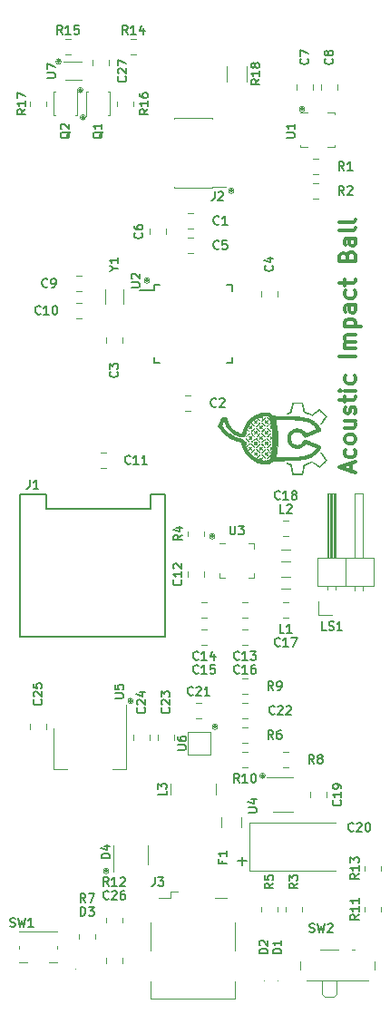
<source format=gto>
G04 #@! TF.GenerationSoftware,KiCad,Pcbnew,5.1.12-84ad8e8a86~92~ubuntu18.04.1*
G04 #@! TF.CreationDate,2023-10-05T13:55:54+02:00*
G04 #@! TF.ProjectId,acoustic-impact-ball,61636f75-7374-4696-932d-696d70616374,rev?*
G04 #@! TF.SameCoordinates,Original*
G04 #@! TF.FileFunction,Legend,Top*
G04 #@! TF.FilePolarity,Positive*
%FSLAX46Y46*%
G04 Gerber Fmt 4.6, Leading zero omitted, Abs format (unit mm)*
G04 Created by KiCad (PCBNEW 5.1.12-84ad8e8a86~92~ubuntu18.04.1) date 2023-10-05 13:55:54*
%MOMM*%
%LPD*%
G01*
G04 APERTURE LIST*
%ADD10C,0.120000*%
%ADD11C,0.200000*%
%ADD12C,0.304800*%
%ADD13C,0.152400*%
%ADD14C,0.010000*%
%ADD15C,0.150000*%
%ADD16C,0.100000*%
G04 APERTURE END LIST*
D10*
X9017000Y-8890000D02*
G75*
G03*
X9017000Y-8890000I-254000J0D01*
G01*
D11*
X8890000Y-8890000D02*
G75*
G03*
X8890000Y-8890000I-127000J0D01*
G01*
X6604000Y-3683000D02*
G75*
G03*
X6604000Y-3683000I-127000J0D01*
G01*
X8636000Y-6350000D02*
G75*
G03*
X8636000Y-6350000I-127000J0D01*
G01*
X22733000Y-15748000D02*
G75*
G03*
X22733000Y-15748000I-127000J0D01*
G01*
X29337000Y-8128000D02*
G75*
G03*
X29337000Y-8128000I-127000J0D01*
G01*
X14859000Y-24130000D02*
G75*
G03*
X14859000Y-24130000I-127000J0D01*
G01*
X20955000Y-48006000D02*
G75*
G03*
X20955000Y-48006000I-127000J0D01*
G01*
D10*
X13462000Y-63373000D02*
G75*
G03*
X13462000Y-63373000I-254000J0D01*
G01*
D11*
X13335000Y-63373000D02*
G75*
G03*
X13335000Y-63373000I-127000J0D01*
G01*
D10*
X25781000Y-70358000D02*
G75*
G03*
X25781000Y-70358000I-254000J0D01*
G01*
D11*
X25654000Y-70358000D02*
G75*
G03*
X25654000Y-70358000I-127000J0D01*
G01*
X21209000Y-65786000D02*
G75*
G03*
X21209000Y-65786000I-127000J0D01*
G01*
X11049000Y-79248000D02*
G75*
G03*
X11049000Y-79248000I-127000J0D01*
G01*
D12*
X33782000Y-41946285D02*
X33782000Y-41220571D01*
X34217428Y-42091428D02*
X32693428Y-41583428D01*
X34217428Y-41075428D01*
X34144857Y-39914285D02*
X34217428Y-40059428D01*
X34217428Y-40349714D01*
X34144857Y-40494857D01*
X34072285Y-40567428D01*
X33927142Y-40640000D01*
X33491714Y-40640000D01*
X33346571Y-40567428D01*
X33274000Y-40494857D01*
X33201428Y-40349714D01*
X33201428Y-40059428D01*
X33274000Y-39914285D01*
X34217428Y-39043428D02*
X34144857Y-39188571D01*
X34072285Y-39261142D01*
X33927142Y-39333714D01*
X33491714Y-39333714D01*
X33346571Y-39261142D01*
X33274000Y-39188571D01*
X33201428Y-39043428D01*
X33201428Y-38825714D01*
X33274000Y-38680571D01*
X33346571Y-38608000D01*
X33491714Y-38535428D01*
X33927142Y-38535428D01*
X34072285Y-38608000D01*
X34144857Y-38680571D01*
X34217428Y-38825714D01*
X34217428Y-39043428D01*
X33201428Y-37229142D02*
X34217428Y-37229142D01*
X33201428Y-37882285D02*
X33999714Y-37882285D01*
X34144857Y-37809714D01*
X34217428Y-37664571D01*
X34217428Y-37446857D01*
X34144857Y-37301714D01*
X34072285Y-37229142D01*
X34144857Y-36576000D02*
X34217428Y-36430857D01*
X34217428Y-36140571D01*
X34144857Y-35995428D01*
X33999714Y-35922857D01*
X33927142Y-35922857D01*
X33782000Y-35995428D01*
X33709428Y-36140571D01*
X33709428Y-36358285D01*
X33636857Y-36503428D01*
X33491714Y-36576000D01*
X33419142Y-36576000D01*
X33274000Y-36503428D01*
X33201428Y-36358285D01*
X33201428Y-36140571D01*
X33274000Y-35995428D01*
X33201428Y-35487428D02*
X33201428Y-34906857D01*
X32693428Y-35269714D02*
X33999714Y-35269714D01*
X34144857Y-35197142D01*
X34217428Y-35052000D01*
X34217428Y-34906857D01*
X34217428Y-34398857D02*
X33201428Y-34398857D01*
X32693428Y-34398857D02*
X32766000Y-34471428D01*
X32838571Y-34398857D01*
X32766000Y-34326285D01*
X32693428Y-34398857D01*
X32838571Y-34398857D01*
X34144857Y-33020000D02*
X34217428Y-33165142D01*
X34217428Y-33455428D01*
X34144857Y-33600571D01*
X34072285Y-33673142D01*
X33927142Y-33745714D01*
X33491714Y-33745714D01*
X33346571Y-33673142D01*
X33274000Y-33600571D01*
X33201428Y-33455428D01*
X33201428Y-33165142D01*
X33274000Y-33020000D01*
X34217428Y-31205714D02*
X32693428Y-31205714D01*
X34217428Y-30480000D02*
X33201428Y-30480000D01*
X33346571Y-30480000D02*
X33274000Y-30407428D01*
X33201428Y-30262285D01*
X33201428Y-30044571D01*
X33274000Y-29899428D01*
X33419142Y-29826857D01*
X34217428Y-29826857D01*
X33419142Y-29826857D02*
X33274000Y-29754285D01*
X33201428Y-29609142D01*
X33201428Y-29391428D01*
X33274000Y-29246285D01*
X33419142Y-29173714D01*
X34217428Y-29173714D01*
X33201428Y-28448000D02*
X34725428Y-28448000D01*
X33274000Y-28448000D02*
X33201428Y-28302857D01*
X33201428Y-28012571D01*
X33274000Y-27867428D01*
X33346571Y-27794857D01*
X33491714Y-27722285D01*
X33927142Y-27722285D01*
X34072285Y-27794857D01*
X34144857Y-27867428D01*
X34217428Y-28012571D01*
X34217428Y-28302857D01*
X34144857Y-28448000D01*
X34217428Y-26416000D02*
X33419142Y-26416000D01*
X33274000Y-26488571D01*
X33201428Y-26633714D01*
X33201428Y-26924000D01*
X33274000Y-27069142D01*
X34144857Y-26416000D02*
X34217428Y-26561142D01*
X34217428Y-26924000D01*
X34144857Y-27069142D01*
X33999714Y-27141714D01*
X33854571Y-27141714D01*
X33709428Y-27069142D01*
X33636857Y-26924000D01*
X33636857Y-26561142D01*
X33564285Y-26416000D01*
X34144857Y-25037142D02*
X34217428Y-25182285D01*
X34217428Y-25472571D01*
X34144857Y-25617714D01*
X34072285Y-25690285D01*
X33927142Y-25762857D01*
X33491714Y-25762857D01*
X33346571Y-25690285D01*
X33274000Y-25617714D01*
X33201428Y-25472571D01*
X33201428Y-25182285D01*
X33274000Y-25037142D01*
X33201428Y-24601714D02*
X33201428Y-24021142D01*
X32693428Y-24384000D02*
X33999714Y-24384000D01*
X34144857Y-24311428D01*
X34217428Y-24166285D01*
X34217428Y-24021142D01*
X33419142Y-21844000D02*
X33491714Y-21626285D01*
X33564285Y-21553714D01*
X33709428Y-21481142D01*
X33927142Y-21481142D01*
X34072285Y-21553714D01*
X34144857Y-21626285D01*
X34217428Y-21771428D01*
X34217428Y-22352000D01*
X32693428Y-22352000D01*
X32693428Y-21844000D01*
X32766000Y-21698857D01*
X32838571Y-21626285D01*
X32983714Y-21553714D01*
X33128857Y-21553714D01*
X33274000Y-21626285D01*
X33346571Y-21698857D01*
X33419142Y-21844000D01*
X33419142Y-22352000D01*
X34217428Y-20174857D02*
X33419142Y-20174857D01*
X33274000Y-20247428D01*
X33201428Y-20392571D01*
X33201428Y-20682857D01*
X33274000Y-20828000D01*
X34144857Y-20174857D02*
X34217428Y-20320000D01*
X34217428Y-20682857D01*
X34144857Y-20828000D01*
X33999714Y-20900571D01*
X33854571Y-20900571D01*
X33709428Y-20828000D01*
X33636857Y-20682857D01*
X33636857Y-20320000D01*
X33564285Y-20174857D01*
X34217428Y-19231428D02*
X34144857Y-19376571D01*
X33999714Y-19449142D01*
X32693428Y-19449142D01*
X34217428Y-18433142D02*
X34144857Y-18578285D01*
X33999714Y-18650857D01*
X32693428Y-18650857D01*
D10*
X22860000Y-15748000D02*
G75*
G03*
X22860000Y-15748000I-254000J0D01*
G01*
D13*
X23234952Y-78304571D02*
X24009047Y-78304571D01*
X23622000Y-78691619D02*
X23622000Y-77917523D01*
D10*
X6731000Y-3683000D02*
G75*
G03*
X6731000Y-3683000I-254000J0D01*
G01*
X8763000Y-6350000D02*
G75*
G03*
X8763000Y-6350000I-254000J0D01*
G01*
X29464000Y-8128000D02*
G75*
G03*
X29464000Y-8128000I-254000J0D01*
G01*
X14986000Y-24130000D02*
G75*
G03*
X14986000Y-24130000I-254000J0D01*
G01*
X21082000Y-48006000D02*
G75*
G03*
X21082000Y-48006000I-254000J0D01*
G01*
X21336000Y-65786000D02*
G75*
G03*
X21336000Y-65786000I-254000J0D01*
G01*
X11176000Y-79248000D02*
G75*
G03*
X11176000Y-79248000I-254000J0D01*
G01*
D14*
G36*
X27774976Y-41139385D02*
G01*
X27784650Y-41122325D01*
X27790915Y-41114236D01*
X27791259Y-41114133D01*
X27799396Y-41117438D01*
X27820392Y-41126583D01*
X27851687Y-41140419D01*
X27890716Y-41157793D01*
X27934919Y-41177556D01*
X27981732Y-41198554D01*
X28028594Y-41219639D01*
X28072942Y-41239657D01*
X28112214Y-41257458D01*
X28143848Y-41271892D01*
X28165281Y-41281806D01*
X28173951Y-41286049D01*
X28174004Y-41286092D01*
X28175942Y-41294449D01*
X28180918Y-41317840D01*
X28188610Y-41354701D01*
X28198697Y-41403468D01*
X28210855Y-41462578D01*
X28224763Y-41530468D01*
X28240100Y-41605575D01*
X28256541Y-41686334D01*
X28261561Y-41711033D01*
X28278375Y-41793694D01*
X28294266Y-41871594D01*
X28308898Y-41943106D01*
X28321936Y-42006599D01*
X28333044Y-42060444D01*
X28341887Y-42103014D01*
X28348130Y-42132680D01*
X28351437Y-42147811D01*
X28351780Y-42149183D01*
X28353738Y-42152825D01*
X28358349Y-42155818D01*
X28367136Y-42158225D01*
X28381618Y-42160109D01*
X28403318Y-42161532D01*
X28433755Y-42162558D01*
X28474451Y-42163249D01*
X28526927Y-42163667D01*
X28592703Y-42163877D01*
X28673301Y-42163941D01*
X28708920Y-42163940D01*
X28786992Y-42163802D01*
X28861763Y-42163433D01*
X28931094Y-42162862D01*
X28992844Y-42162116D01*
X29044875Y-42161222D01*
X29085044Y-42160208D01*
X29111213Y-42159102D01*
X29116920Y-42158675D01*
X29172008Y-42153470D01*
X29260854Y-41734644D01*
X29278261Y-41652855D01*
X29294704Y-41576117D01*
X29309835Y-41506017D01*
X29323306Y-41444146D01*
X29334768Y-41392093D01*
X29343872Y-41351448D01*
X29350271Y-41323800D01*
X29353616Y-41310737D01*
X29353933Y-41309939D01*
X29362419Y-41305723D01*
X29385106Y-41295915D01*
X29420444Y-41281148D01*
X29466886Y-41262054D01*
X29522884Y-41239267D01*
X29586890Y-41213420D01*
X29657356Y-41185144D01*
X29732734Y-41155073D01*
X29734402Y-41154410D01*
X30110637Y-41004759D01*
X30809257Y-41472465D01*
X30892278Y-41395460D01*
X30918603Y-41370569D01*
X30954702Y-41335745D01*
X30998433Y-41293088D01*
X31047658Y-41244699D01*
X31100237Y-41192679D01*
X31154029Y-41139127D01*
X31186499Y-41106631D01*
X31397699Y-40894807D01*
X31171682Y-40555754D01*
X31126537Y-40487878D01*
X31084396Y-40424228D01*
X31046172Y-40366199D01*
X31012775Y-40315190D01*
X30985116Y-40272597D01*
X30964106Y-40239816D01*
X30950656Y-40218244D01*
X30945676Y-40209278D01*
X30945666Y-40209191D01*
X30951553Y-40200682D01*
X30965123Y-40189241D01*
X30980235Y-40179295D01*
X30990751Y-40175271D01*
X30992005Y-40175773D01*
X30997855Y-40184108D01*
X31011865Y-40204911D01*
X31032955Y-40236544D01*
X31060047Y-40277366D01*
X31092061Y-40325737D01*
X31127919Y-40380018D01*
X31166541Y-40438569D01*
X31206848Y-40499750D01*
X31247762Y-40561920D01*
X31288203Y-40623441D01*
X31327092Y-40682672D01*
X31363350Y-40737973D01*
X31395898Y-40787704D01*
X31423657Y-40830226D01*
X31445548Y-40863899D01*
X31460491Y-40887082D01*
X31467409Y-40898136D01*
X31467745Y-40898773D01*
X31462594Y-40906407D01*
X31446398Y-40924719D01*
X31420256Y-40952587D01*
X31385266Y-40988885D01*
X31342524Y-41032490D01*
X31293130Y-41082277D01*
X31238180Y-41137123D01*
X31178772Y-41195903D01*
X31149011Y-41225169D01*
X31087552Y-41285303D01*
X31029552Y-41341698D01*
X30976159Y-41393264D01*
X30928521Y-41438905D01*
X30887788Y-41477531D01*
X30855108Y-41508049D01*
X30831630Y-41529364D01*
X30818503Y-41540386D01*
X30816229Y-41541700D01*
X30807367Y-41537123D01*
X30785837Y-41523992D01*
X30753022Y-41503204D01*
X30710304Y-41475656D01*
X30659064Y-41442247D01*
X30600686Y-41403873D01*
X30536550Y-41361432D01*
X30468039Y-41315823D01*
X30454600Y-41306845D01*
X30103233Y-41071990D01*
X29760333Y-41208174D01*
X29688214Y-41236908D01*
X29620911Y-41263900D01*
X29560071Y-41288478D01*
X29507337Y-41309968D01*
X29464355Y-41327698D01*
X29432770Y-41340996D01*
X29414226Y-41349188D01*
X29409948Y-41351453D01*
X29406777Y-41360886D01*
X29400480Y-41385304D01*
X29391419Y-41423120D01*
X29379954Y-41472750D01*
X29366445Y-41532607D01*
X29351254Y-41601106D01*
X29334740Y-41676660D01*
X29317265Y-41757685D01*
X29311995Y-41782322D01*
X29294328Y-41864625D01*
X29277553Y-41941903D01*
X29262026Y-42012576D01*
X29248104Y-42075061D01*
X29236144Y-42127775D01*
X29226501Y-42169135D01*
X29219533Y-42197560D01*
X29215596Y-42211465D01*
X29215064Y-42212564D01*
X29205603Y-42213842D01*
X29180790Y-42215134D01*
X29142208Y-42216408D01*
X29091439Y-42217633D01*
X29030065Y-42218778D01*
X28959668Y-42219811D01*
X28881831Y-42220700D01*
X28798134Y-42221415D01*
X28757150Y-42221681D01*
X28305697Y-42224329D01*
X28297141Y-42183581D01*
X28293763Y-42167240D01*
X28287378Y-42136106D01*
X28278355Y-42091983D01*
X28267060Y-42036671D01*
X28253863Y-41971974D01*
X28239130Y-41899692D01*
X28223229Y-41821628D01*
X28206528Y-41739584D01*
X28205564Y-41734850D01*
X28122545Y-41326868D01*
X27997208Y-41270680D01*
X27949553Y-41249298D01*
X27902502Y-41228156D01*
X27860366Y-41209191D01*
X27827454Y-41194344D01*
X27816894Y-41189564D01*
X27761918Y-41164637D01*
X27774976Y-41139385D01*
G37*
X27774976Y-41139385D02*
X27784650Y-41122325D01*
X27790915Y-41114236D01*
X27791259Y-41114133D01*
X27799396Y-41117438D01*
X27820392Y-41126583D01*
X27851687Y-41140419D01*
X27890716Y-41157793D01*
X27934919Y-41177556D01*
X27981732Y-41198554D01*
X28028594Y-41219639D01*
X28072942Y-41239657D01*
X28112214Y-41257458D01*
X28143848Y-41271892D01*
X28165281Y-41281806D01*
X28173951Y-41286049D01*
X28174004Y-41286092D01*
X28175942Y-41294449D01*
X28180918Y-41317840D01*
X28188610Y-41354701D01*
X28198697Y-41403468D01*
X28210855Y-41462578D01*
X28224763Y-41530468D01*
X28240100Y-41605575D01*
X28256541Y-41686334D01*
X28261561Y-41711033D01*
X28278375Y-41793694D01*
X28294266Y-41871594D01*
X28308898Y-41943106D01*
X28321936Y-42006599D01*
X28333044Y-42060444D01*
X28341887Y-42103014D01*
X28348130Y-42132680D01*
X28351437Y-42147811D01*
X28351780Y-42149183D01*
X28353738Y-42152825D01*
X28358349Y-42155818D01*
X28367136Y-42158225D01*
X28381618Y-42160109D01*
X28403318Y-42161532D01*
X28433755Y-42162558D01*
X28474451Y-42163249D01*
X28526927Y-42163667D01*
X28592703Y-42163877D01*
X28673301Y-42163941D01*
X28708920Y-42163940D01*
X28786992Y-42163802D01*
X28861763Y-42163433D01*
X28931094Y-42162862D01*
X28992844Y-42162116D01*
X29044875Y-42161222D01*
X29085044Y-42160208D01*
X29111213Y-42159102D01*
X29116920Y-42158675D01*
X29172008Y-42153470D01*
X29260854Y-41734644D01*
X29278261Y-41652855D01*
X29294704Y-41576117D01*
X29309835Y-41506017D01*
X29323306Y-41444146D01*
X29334768Y-41392093D01*
X29343872Y-41351448D01*
X29350271Y-41323800D01*
X29353616Y-41310737D01*
X29353933Y-41309939D01*
X29362419Y-41305723D01*
X29385106Y-41295915D01*
X29420444Y-41281148D01*
X29466886Y-41262054D01*
X29522884Y-41239267D01*
X29586890Y-41213420D01*
X29657356Y-41185144D01*
X29732734Y-41155073D01*
X29734402Y-41154410D01*
X30110637Y-41004759D01*
X30809257Y-41472465D01*
X30892278Y-41395460D01*
X30918603Y-41370569D01*
X30954702Y-41335745D01*
X30998433Y-41293088D01*
X31047658Y-41244699D01*
X31100237Y-41192679D01*
X31154029Y-41139127D01*
X31186499Y-41106631D01*
X31397699Y-40894807D01*
X31171682Y-40555754D01*
X31126537Y-40487878D01*
X31084396Y-40424228D01*
X31046172Y-40366199D01*
X31012775Y-40315190D01*
X30985116Y-40272597D01*
X30964106Y-40239816D01*
X30950656Y-40218244D01*
X30945676Y-40209278D01*
X30945666Y-40209191D01*
X30951553Y-40200682D01*
X30965123Y-40189241D01*
X30980235Y-40179295D01*
X30990751Y-40175271D01*
X30992005Y-40175773D01*
X30997855Y-40184108D01*
X31011865Y-40204911D01*
X31032955Y-40236544D01*
X31060047Y-40277366D01*
X31092061Y-40325737D01*
X31127919Y-40380018D01*
X31166541Y-40438569D01*
X31206848Y-40499750D01*
X31247762Y-40561920D01*
X31288203Y-40623441D01*
X31327092Y-40682672D01*
X31363350Y-40737973D01*
X31395898Y-40787704D01*
X31423657Y-40830226D01*
X31445548Y-40863899D01*
X31460491Y-40887082D01*
X31467409Y-40898136D01*
X31467745Y-40898773D01*
X31462594Y-40906407D01*
X31446398Y-40924719D01*
X31420256Y-40952587D01*
X31385266Y-40988885D01*
X31342524Y-41032490D01*
X31293130Y-41082277D01*
X31238180Y-41137123D01*
X31178772Y-41195903D01*
X31149011Y-41225169D01*
X31087552Y-41285303D01*
X31029552Y-41341698D01*
X30976159Y-41393264D01*
X30928521Y-41438905D01*
X30887788Y-41477531D01*
X30855108Y-41508049D01*
X30831630Y-41529364D01*
X30818503Y-41540386D01*
X30816229Y-41541700D01*
X30807367Y-41537123D01*
X30785837Y-41523992D01*
X30753022Y-41503204D01*
X30710304Y-41475656D01*
X30659064Y-41442247D01*
X30600686Y-41403873D01*
X30536550Y-41361432D01*
X30468039Y-41315823D01*
X30454600Y-41306845D01*
X30103233Y-41071990D01*
X29760333Y-41208174D01*
X29688214Y-41236908D01*
X29620911Y-41263900D01*
X29560071Y-41288478D01*
X29507337Y-41309968D01*
X29464355Y-41327698D01*
X29432770Y-41340996D01*
X29414226Y-41349188D01*
X29409948Y-41351453D01*
X29406777Y-41360886D01*
X29400480Y-41385304D01*
X29391419Y-41423120D01*
X29379954Y-41472750D01*
X29366445Y-41532607D01*
X29351254Y-41601106D01*
X29334740Y-41676660D01*
X29317265Y-41757685D01*
X29311995Y-41782322D01*
X29294328Y-41864625D01*
X29277553Y-41941903D01*
X29262026Y-42012576D01*
X29248104Y-42075061D01*
X29236144Y-42127775D01*
X29226501Y-42169135D01*
X29219533Y-42197560D01*
X29215596Y-42211465D01*
X29215064Y-42212564D01*
X29205603Y-42213842D01*
X29180790Y-42215134D01*
X29142208Y-42216408D01*
X29091439Y-42217633D01*
X29030065Y-42218778D01*
X28959668Y-42219811D01*
X28881831Y-42220700D01*
X28798134Y-42221415D01*
X28757150Y-42221681D01*
X28305697Y-42224329D01*
X28297141Y-42183581D01*
X28293763Y-42167240D01*
X28287378Y-42136106D01*
X28278355Y-42091983D01*
X28267060Y-42036671D01*
X28253863Y-41971974D01*
X28239130Y-41899692D01*
X28223229Y-41821628D01*
X28206528Y-41739584D01*
X28205564Y-41734850D01*
X28122545Y-41326868D01*
X27997208Y-41270680D01*
X27949553Y-41249298D01*
X27902502Y-41228156D01*
X27860366Y-41209191D01*
X27827454Y-41194344D01*
X27816894Y-41189564D01*
X27761918Y-41164637D01*
X27774976Y-41139385D01*
G36*
X27844676Y-36486190D02*
G01*
X27887912Y-36466371D01*
X27939157Y-36442894D01*
X27991019Y-36419145D01*
X28024070Y-36404018D01*
X28120840Y-36359738D01*
X28207902Y-35932352D01*
X28224732Y-35849644D01*
X28240502Y-35771967D01*
X28254896Y-35700897D01*
X28267595Y-35638013D01*
X28278281Y-35584893D01*
X28286636Y-35543116D01*
X28292343Y-35514259D01*
X28295083Y-35499900D01*
X28295282Y-35498617D01*
X28303554Y-35497427D01*
X28327226Y-35496311D01*
X28364764Y-35495289D01*
X28414636Y-35494382D01*
X28475308Y-35493610D01*
X28545247Y-35492996D01*
X28622919Y-35492559D01*
X28706790Y-35492321D01*
X28759149Y-35492282D01*
X29222699Y-35492298D01*
X29310858Y-35909266D01*
X29328247Y-35990990D01*
X29344792Y-36067744D01*
X29360131Y-36137921D01*
X29373903Y-36199913D01*
X29385746Y-36252114D01*
X29395300Y-36292917D01*
X29402202Y-36320713D01*
X29406092Y-36333897D01*
X29406512Y-36334680D01*
X29415732Y-36339482D01*
X29439071Y-36349800D01*
X29474886Y-36364956D01*
X29521536Y-36384276D01*
X29577379Y-36407081D01*
X29640772Y-36432696D01*
X29710074Y-36460445D01*
X29758620Y-36479745D01*
X30103233Y-36616362D01*
X30459898Y-36376685D01*
X30816563Y-36137009D01*
X31143581Y-36458831D01*
X31205183Y-36519566D01*
X31262979Y-36576762D01*
X31315871Y-36629319D01*
X31362759Y-36676135D01*
X31402546Y-36716107D01*
X31434133Y-36748135D01*
X31456422Y-36771116D01*
X31468315Y-36783948D01*
X31470027Y-36786277D01*
X31465344Y-36794200D01*
X31452112Y-36814845D01*
X31431215Y-36846872D01*
X31403540Y-36888940D01*
X31369970Y-36939709D01*
X31331390Y-36997839D01*
X31288686Y-37061989D01*
X31242741Y-37130820D01*
X31227674Y-37153355D01*
X30985894Y-37514810D01*
X30965154Y-37501221D01*
X30950690Y-37486613D01*
X30948005Y-37473905D01*
X30953308Y-37464271D01*
X30967105Y-37442016D01*
X30988456Y-37408584D01*
X31016422Y-37365417D01*
X31050064Y-37313957D01*
X31088443Y-37255648D01*
X31130620Y-37191931D01*
X31174121Y-37126551D01*
X31396648Y-36792924D01*
X31108390Y-36506662D01*
X31050534Y-36449393D01*
X30996175Y-36395945D01*
X30946517Y-36347476D01*
X30902766Y-36305147D01*
X30866126Y-36270116D01*
X30837803Y-36243542D01*
X30819001Y-36226586D01*
X30810926Y-36220407D01*
X30810855Y-36220400D01*
X30802164Y-36224966D01*
X30780810Y-36238060D01*
X30748189Y-36258775D01*
X30705698Y-36286203D01*
X30654735Y-36319437D01*
X30596696Y-36357569D01*
X30532979Y-36399692D01*
X30464982Y-36444900D01*
X30458833Y-36449000D01*
X30390499Y-36494443D01*
X30326297Y-36536881D01*
X30267627Y-36575406D01*
X30215890Y-36609110D01*
X30172488Y-36637086D01*
X30138820Y-36658425D01*
X30116288Y-36672221D01*
X30106293Y-36677564D01*
X30106063Y-36677600D01*
X30095528Y-36674532D01*
X30071265Y-36665836D01*
X30035183Y-36652275D01*
X29989193Y-36634611D01*
X29935203Y-36613606D01*
X29875123Y-36590022D01*
X29810862Y-36564623D01*
X29744331Y-36538169D01*
X29677438Y-36511423D01*
X29612092Y-36485149D01*
X29550204Y-36460107D01*
X29493683Y-36437060D01*
X29444438Y-36416771D01*
X29404379Y-36400002D01*
X29375415Y-36387515D01*
X29359455Y-36380072D01*
X29357022Y-36378568D01*
X29353408Y-36368517D01*
X29346726Y-36343525D01*
X29337354Y-36305227D01*
X29325666Y-36255263D01*
X29312040Y-36195270D01*
X29296851Y-36126884D01*
X29280477Y-36051744D01*
X29263293Y-35971488D01*
X29261317Y-35962166D01*
X29244152Y-35881258D01*
X29227952Y-35805111D01*
X29213071Y-35735388D01*
X29199867Y-35673749D01*
X29188698Y-35621857D01*
X29179919Y-35581373D01*
X29173888Y-35553960D01*
X29170961Y-35541278D01*
X29170848Y-35540869D01*
X29169022Y-35537447D01*
X29164790Y-35534606D01*
X29156735Y-35532304D01*
X29143442Y-35530497D01*
X29123495Y-35529141D01*
X29095478Y-35528192D01*
X29057977Y-35527607D01*
X29009575Y-35527341D01*
X28948856Y-35527353D01*
X28874404Y-35527597D01*
X28784805Y-35528030D01*
X28758782Y-35528169D01*
X28351091Y-35530367D01*
X28264061Y-35957933D01*
X28247170Y-36040777D01*
X28231231Y-36118677D01*
X28216575Y-36190041D01*
X28203530Y-36253278D01*
X28192427Y-36306795D01*
X28183594Y-36349002D01*
X28177361Y-36378307D01*
X28174059Y-36393118D01*
X28173674Y-36394538D01*
X28165664Y-36399860D01*
X28144883Y-36410794D01*
X28113833Y-36426184D01*
X28075012Y-36444875D01*
X28030923Y-36465712D01*
X27984064Y-36487540D01*
X27936936Y-36509203D01*
X27892041Y-36529545D01*
X27851876Y-36547412D01*
X27818945Y-36561648D01*
X27795746Y-36571097D01*
X27784779Y-36574605D01*
X27784264Y-36574478D01*
X27780071Y-36565606D01*
X27772363Y-36548053D01*
X27772307Y-36547924D01*
X27762053Y-36524081D01*
X27844676Y-36486190D01*
G37*
X27844676Y-36486190D02*
X27887912Y-36466371D01*
X27939157Y-36442894D01*
X27991019Y-36419145D01*
X28024070Y-36404018D01*
X28120840Y-36359738D01*
X28207902Y-35932352D01*
X28224732Y-35849644D01*
X28240502Y-35771967D01*
X28254896Y-35700897D01*
X28267595Y-35638013D01*
X28278281Y-35584893D01*
X28286636Y-35543116D01*
X28292343Y-35514259D01*
X28295083Y-35499900D01*
X28295282Y-35498617D01*
X28303554Y-35497427D01*
X28327226Y-35496311D01*
X28364764Y-35495289D01*
X28414636Y-35494382D01*
X28475308Y-35493610D01*
X28545247Y-35492996D01*
X28622919Y-35492559D01*
X28706790Y-35492321D01*
X28759149Y-35492282D01*
X29222699Y-35492298D01*
X29310858Y-35909266D01*
X29328247Y-35990990D01*
X29344792Y-36067744D01*
X29360131Y-36137921D01*
X29373903Y-36199913D01*
X29385746Y-36252114D01*
X29395300Y-36292917D01*
X29402202Y-36320713D01*
X29406092Y-36333897D01*
X29406512Y-36334680D01*
X29415732Y-36339482D01*
X29439071Y-36349800D01*
X29474886Y-36364956D01*
X29521536Y-36384276D01*
X29577379Y-36407081D01*
X29640772Y-36432696D01*
X29710074Y-36460445D01*
X29758620Y-36479745D01*
X30103233Y-36616362D01*
X30459898Y-36376685D01*
X30816563Y-36137009D01*
X31143581Y-36458831D01*
X31205183Y-36519566D01*
X31262979Y-36576762D01*
X31315871Y-36629319D01*
X31362759Y-36676135D01*
X31402546Y-36716107D01*
X31434133Y-36748135D01*
X31456422Y-36771116D01*
X31468315Y-36783948D01*
X31470027Y-36786277D01*
X31465344Y-36794200D01*
X31452112Y-36814845D01*
X31431215Y-36846872D01*
X31403540Y-36888940D01*
X31369970Y-36939709D01*
X31331390Y-36997839D01*
X31288686Y-37061989D01*
X31242741Y-37130820D01*
X31227674Y-37153355D01*
X30985894Y-37514810D01*
X30965154Y-37501221D01*
X30950690Y-37486613D01*
X30948005Y-37473905D01*
X30953308Y-37464271D01*
X30967105Y-37442016D01*
X30988456Y-37408584D01*
X31016422Y-37365417D01*
X31050064Y-37313957D01*
X31088443Y-37255648D01*
X31130620Y-37191931D01*
X31174121Y-37126551D01*
X31396648Y-36792924D01*
X31108390Y-36506662D01*
X31050534Y-36449393D01*
X30996175Y-36395945D01*
X30946517Y-36347476D01*
X30902766Y-36305147D01*
X30866126Y-36270116D01*
X30837803Y-36243542D01*
X30819001Y-36226586D01*
X30810926Y-36220407D01*
X30810855Y-36220400D01*
X30802164Y-36224966D01*
X30780810Y-36238060D01*
X30748189Y-36258775D01*
X30705698Y-36286203D01*
X30654735Y-36319437D01*
X30596696Y-36357569D01*
X30532979Y-36399692D01*
X30464982Y-36444900D01*
X30458833Y-36449000D01*
X30390499Y-36494443D01*
X30326297Y-36536881D01*
X30267627Y-36575406D01*
X30215890Y-36609110D01*
X30172488Y-36637086D01*
X30138820Y-36658425D01*
X30116288Y-36672221D01*
X30106293Y-36677564D01*
X30106063Y-36677600D01*
X30095528Y-36674532D01*
X30071265Y-36665836D01*
X30035183Y-36652275D01*
X29989193Y-36634611D01*
X29935203Y-36613606D01*
X29875123Y-36590022D01*
X29810862Y-36564623D01*
X29744331Y-36538169D01*
X29677438Y-36511423D01*
X29612092Y-36485149D01*
X29550204Y-36460107D01*
X29493683Y-36437060D01*
X29444438Y-36416771D01*
X29404379Y-36400002D01*
X29375415Y-36387515D01*
X29359455Y-36380072D01*
X29357022Y-36378568D01*
X29353408Y-36368517D01*
X29346726Y-36343525D01*
X29337354Y-36305227D01*
X29325666Y-36255263D01*
X29312040Y-36195270D01*
X29296851Y-36126884D01*
X29280477Y-36051744D01*
X29263293Y-35971488D01*
X29261317Y-35962166D01*
X29244152Y-35881258D01*
X29227952Y-35805111D01*
X29213071Y-35735388D01*
X29199867Y-35673749D01*
X29188698Y-35621857D01*
X29179919Y-35581373D01*
X29173888Y-35553960D01*
X29170961Y-35541278D01*
X29170848Y-35540869D01*
X29169022Y-35537447D01*
X29164790Y-35534606D01*
X29156735Y-35532304D01*
X29143442Y-35530497D01*
X29123495Y-35529141D01*
X29095478Y-35528192D01*
X29057977Y-35527607D01*
X29009575Y-35527341D01*
X28948856Y-35527353D01*
X28874404Y-35527597D01*
X28784805Y-35528030D01*
X28758782Y-35528169D01*
X28351091Y-35530367D01*
X28264061Y-35957933D01*
X28247170Y-36040777D01*
X28231231Y-36118677D01*
X28216575Y-36190041D01*
X28203530Y-36253278D01*
X28192427Y-36306795D01*
X28183594Y-36349002D01*
X28177361Y-36378307D01*
X28174059Y-36393118D01*
X28173674Y-36394538D01*
X28165664Y-36399860D01*
X28144883Y-36410794D01*
X28113833Y-36426184D01*
X28075012Y-36444875D01*
X28030923Y-36465712D01*
X27984064Y-36487540D01*
X27936936Y-36509203D01*
X27892041Y-36529545D01*
X27851876Y-36547412D01*
X27818945Y-36561648D01*
X27795746Y-36571097D01*
X27784779Y-36574605D01*
X27784264Y-36574478D01*
X27780071Y-36565606D01*
X27772363Y-36548053D01*
X27772307Y-36547924D01*
X27762053Y-36524081D01*
X27844676Y-36486190D01*
G36*
X21393302Y-37584905D02*
G01*
X21416338Y-37536467D01*
X21444153Y-37477795D01*
X21474336Y-37413984D01*
X21504476Y-37350132D01*
X21530126Y-37295666D01*
X21569703Y-37211910D01*
X21603162Y-37142153D01*
X21631326Y-37084950D01*
X21655013Y-37038853D01*
X21675046Y-37002414D01*
X21692243Y-36974188D01*
X21707426Y-36952726D01*
X21721415Y-36936583D01*
X21735030Y-36924310D01*
X21744621Y-36917352D01*
X21807803Y-36881816D01*
X21871419Y-36860688D01*
X21941018Y-36852234D01*
X21954190Y-36851929D01*
X21992983Y-36852318D01*
X22020941Y-36855198D01*
X22044101Y-36861672D01*
X22068412Y-36872795D01*
X22099870Y-36891691D01*
X22124978Y-36914112D01*
X22145431Y-36942872D01*
X22162923Y-36980783D01*
X22179150Y-37030659D01*
X22191287Y-37076712D01*
X22203465Y-37124193D01*
X22216295Y-37171302D01*
X22228301Y-37212782D01*
X22238006Y-37243377D01*
X22238523Y-37244866D01*
X22250592Y-37279335D01*
X22265526Y-37321926D01*
X22280570Y-37364791D01*
X22284262Y-37375302D01*
X22306303Y-37433599D01*
X22330989Y-37489393D01*
X22359972Y-37545661D01*
X22394908Y-37605381D01*
X22437451Y-37671530D01*
X22489254Y-37747086D01*
X22496641Y-37757593D01*
X22550750Y-37826448D01*
X22617928Y-37898922D01*
X22695451Y-37972529D01*
X22780593Y-38044783D01*
X22870629Y-38113197D01*
X22934399Y-38157005D01*
X22981218Y-38185437D01*
X23039502Y-38217232D01*
X23105845Y-38250840D01*
X23176843Y-38284710D01*
X23249091Y-38317292D01*
X23319183Y-38347036D01*
X23383716Y-38372392D01*
X23439283Y-38391809D01*
X23469600Y-38400673D01*
X23508072Y-38407996D01*
X23547459Y-38411118D01*
X23583175Y-38410114D01*
X23610636Y-38405055D01*
X23623502Y-38398217D01*
X23628215Y-38387920D01*
X23636867Y-38363496D01*
X23648770Y-38327107D01*
X23663237Y-38280915D01*
X23679579Y-38227082D01*
X23697108Y-38167770D01*
X23699868Y-38158291D01*
X23736250Y-38036807D01*
X23771111Y-37929254D01*
X23805791Y-37832875D01*
X23841634Y-37744912D01*
X23879982Y-37662607D01*
X23922179Y-37583202D01*
X23969566Y-37503940D01*
X24023486Y-37422063D01*
X24085281Y-37334812D01*
X24130603Y-37273518D01*
X24213934Y-37172836D01*
X24312165Y-37072693D01*
X24423304Y-36974765D01*
X24545357Y-36880731D01*
X24676329Y-36792266D01*
X24769233Y-36736283D01*
X24905881Y-36664875D01*
X25050717Y-36602298D01*
X25201095Y-36549197D01*
X25354368Y-36506219D01*
X25507891Y-36474010D01*
X25659017Y-36453217D01*
X25805100Y-36444486D01*
X25943495Y-36448465D01*
X25946371Y-36448695D01*
X26003555Y-36453847D01*
X26048170Y-36459499D01*
X26084570Y-36466757D01*
X26117110Y-36476728D01*
X26150143Y-36490519D01*
X26188023Y-36509237D01*
X26191413Y-36510991D01*
X26255643Y-36550801D01*
X26312317Y-36598744D01*
X26358194Y-36651688D01*
X26387212Y-36700250D01*
X26411712Y-36752533D01*
X26487939Y-36757123D01*
X26510632Y-36758059D01*
X26548435Y-36759097D01*
X26599524Y-36760206D01*
X26662076Y-36761357D01*
X26734269Y-36762520D01*
X26814279Y-36763664D01*
X26900282Y-36764760D01*
X26990457Y-36765778D01*
X27051000Y-36766389D01*
X27295766Y-36769271D01*
X27524595Y-36773105D01*
X27738463Y-36777961D01*
X27938344Y-36783911D01*
X28125211Y-36791025D01*
X28300039Y-36799374D01*
X28463802Y-36809030D01*
X28617474Y-36820062D01*
X28762030Y-36832542D01*
X28898444Y-36846541D01*
X29027690Y-36862130D01*
X29150743Y-36879379D01*
X29268576Y-36898360D01*
X29382165Y-36919143D01*
X29492482Y-36941799D01*
X29508040Y-36945195D01*
X29644072Y-36977810D01*
X29772987Y-37014103D01*
X29892528Y-37053312D01*
X30000439Y-37094677D01*
X30094462Y-37137439D01*
X30123548Y-37152529D01*
X30168922Y-37179734D01*
X30223225Y-37216775D01*
X30283594Y-37261337D01*
X30347163Y-37311104D01*
X30411069Y-37363760D01*
X30472449Y-37416989D01*
X30528438Y-37468475D01*
X30576174Y-37515903D01*
X30586550Y-37526928D01*
X30610710Y-37554423D01*
X30641233Y-37591290D01*
X30676254Y-37635068D01*
X30713909Y-37683292D01*
X30752334Y-37733500D01*
X30789664Y-37783229D01*
X30824035Y-37830016D01*
X30853582Y-37871397D01*
X30876440Y-37904911D01*
X30890746Y-37928093D01*
X30891965Y-37930385D01*
X30910682Y-37980067D01*
X30916735Y-38029507D01*
X30909592Y-38074044D01*
X30908665Y-38076640D01*
X30885585Y-38124831D01*
X30857749Y-38157384D01*
X30849109Y-38163748D01*
X30840396Y-38168485D01*
X30823902Y-38176258D01*
X30798875Y-38187381D01*
X30764561Y-38202167D01*
X30720207Y-38220930D01*
X30665060Y-38243986D01*
X30598367Y-38271647D01*
X30519373Y-38304229D01*
X30427327Y-38342045D01*
X30321475Y-38385410D01*
X30201063Y-38434637D01*
X30132866Y-38462485D01*
X30063850Y-38490752D01*
X29992868Y-38519994D01*
X29923343Y-38548790D01*
X29858695Y-38575717D01*
X29802346Y-38599355D01*
X29757719Y-38618281D01*
X29751866Y-38620789D01*
X29681239Y-38650799D01*
X29623857Y-38674157D01*
X29577577Y-38691285D01*
X29540259Y-38702604D01*
X29509762Y-38708536D01*
X29483944Y-38709503D01*
X29460665Y-38705926D01*
X29437783Y-38698226D01*
X29414086Y-38687289D01*
X29382986Y-38668276D01*
X29355418Y-38642846D01*
X29328777Y-38607979D01*
X29300461Y-38560657D01*
X29293044Y-38546955D01*
X29248927Y-38479967D01*
X29190448Y-38415868D01*
X29120167Y-38356935D01*
X29040644Y-38305442D01*
X28993707Y-38281026D01*
X28922095Y-38250427D01*
X28856098Y-38230734D01*
X28791524Y-38221596D01*
X28724179Y-38222664D01*
X28649869Y-38233589D01*
X28589662Y-38247371D01*
X28485962Y-38281166D01*
X28393358Y-38326428D01*
X28312509Y-38382284D01*
X28244072Y-38447859D01*
X28188705Y-38522281D01*
X28147066Y-38604676D01*
X28119812Y-38694170D01*
X28107602Y-38789890D01*
X28110348Y-38883980D01*
X28120335Y-38959119D01*
X28134927Y-39024620D01*
X28156103Y-39087574D01*
X28185839Y-39155072D01*
X28186140Y-39155697D01*
X28235281Y-39239621D01*
X28295852Y-39311092D01*
X28367692Y-39370005D01*
X28450642Y-39416254D01*
X28544541Y-39449732D01*
X28649229Y-39470331D01*
X28662056Y-39471882D01*
X28715895Y-39476392D01*
X28765262Y-39476487D01*
X28816310Y-39471793D01*
X28875194Y-39461937D01*
X28896733Y-39457625D01*
X28958415Y-39441590D01*
X29014277Y-39419303D01*
X29066734Y-39389051D01*
X29118200Y-39349123D01*
X29171090Y-39297806D01*
X29227819Y-39233389D01*
X29248221Y-39208434D01*
X29295347Y-39150848D01*
X29334643Y-39105598D01*
X29368133Y-39071251D01*
X29397843Y-39046373D01*
X29425799Y-39029532D01*
X29454027Y-39019294D01*
X29484553Y-39014227D01*
X29519402Y-39012898D01*
X29524598Y-39012928D01*
X29554168Y-39014313D01*
X29581712Y-39018703D01*
X29612181Y-39027356D01*
X29650528Y-39041530D01*
X29673498Y-39050794D01*
X29698169Y-39060938D01*
X29736750Y-39076845D01*
X29787505Y-39097799D01*
X29848702Y-39123083D01*
X29918604Y-39151978D01*
X29995478Y-39183770D01*
X30077589Y-39217739D01*
X30163203Y-39253170D01*
X30230233Y-39280919D01*
X30316208Y-39316516D01*
X30399103Y-39350836D01*
X30477313Y-39383216D01*
X30549234Y-39412991D01*
X30613263Y-39439498D01*
X30667796Y-39462072D01*
X30711227Y-39480050D01*
X30741955Y-39492767D01*
X30756702Y-39498869D01*
X30818413Y-39530469D01*
X30864974Y-39567639D01*
X30896066Y-39609764D01*
X30911371Y-39656232D01*
X30910571Y-39706426D01*
X30893348Y-39759734D01*
X30892641Y-39761235D01*
X30879939Y-39783097D01*
X30857991Y-39815612D01*
X30828529Y-39856541D01*
X30793282Y-39903644D01*
X30753984Y-39954682D01*
X30712365Y-40007414D01*
X30670156Y-40059601D01*
X30629090Y-40109003D01*
X30590897Y-40153380D01*
X30579935Y-40165741D01*
X30457570Y-40290259D01*
X30325294Y-40401205D01*
X30182894Y-40498712D01*
X30030160Y-40582913D01*
X29866880Y-40653941D01*
X29723726Y-40702824D01*
X29599724Y-40736799D01*
X29461568Y-40768192D01*
X29311903Y-40796559D01*
X29153372Y-40821456D01*
X28988621Y-40842442D01*
X28820293Y-40859071D01*
X28765499Y-40863446D01*
X28680279Y-40869676D01*
X28598633Y-40875248D01*
X28518814Y-40880226D01*
X28439078Y-40884673D01*
X28357678Y-40888654D01*
X28272870Y-40892234D01*
X28182906Y-40895476D01*
X28086041Y-40898444D01*
X27980531Y-40901204D01*
X27864628Y-40903818D01*
X27736587Y-40906352D01*
X27594663Y-40908869D01*
X27478566Y-40910777D01*
X27375024Y-40912510D01*
X27269277Y-40914424D01*
X27163778Y-40916467D01*
X27060981Y-40918583D01*
X26963342Y-40920721D01*
X26873313Y-40922827D01*
X26793349Y-40924847D01*
X26761905Y-40925723D01*
X26761905Y-40640014D01*
X26793926Y-40639836D01*
X26841017Y-40639311D01*
X26901320Y-40638474D01*
X26972977Y-40637363D01*
X27054130Y-40636012D01*
X27142919Y-40634459D01*
X27237487Y-40632737D01*
X27335976Y-40630885D01*
X27436526Y-40628937D01*
X27537280Y-40626930D01*
X27636379Y-40624900D01*
X27731964Y-40622881D01*
X27822178Y-40620912D01*
X27905162Y-40619027D01*
X27979057Y-40617262D01*
X28042006Y-40615653D01*
X28088166Y-40614357D01*
X28263411Y-40608466D01*
X28423662Y-40601644D01*
X28570842Y-40593722D01*
X28706876Y-40584531D01*
X28833685Y-40573899D01*
X28953192Y-40561659D01*
X29067322Y-40547640D01*
X29177995Y-40531672D01*
X29287136Y-40513585D01*
X29341233Y-40503788D01*
X29507030Y-40468496D01*
X29658417Y-40426688D01*
X29796887Y-40377651D01*
X29923937Y-40320672D01*
X30041063Y-40255040D01*
X30149761Y-40180042D01*
X30251526Y-40094965D01*
X30302880Y-40045827D01*
X30331764Y-40015829D01*
X30364604Y-39979891D01*
X30399669Y-39940115D01*
X30435227Y-39898601D01*
X30469543Y-39857451D01*
X30500886Y-39818766D01*
X30527524Y-39784647D01*
X30547723Y-39757195D01*
X30559751Y-39738512D01*
X30562303Y-39731211D01*
X30554278Y-39726902D01*
X30531795Y-39716672D01*
X30496059Y-39701027D01*
X30448277Y-39680473D01*
X30389658Y-39655516D01*
X30321408Y-39626662D01*
X30244733Y-39594419D01*
X30160840Y-39559291D01*
X30070937Y-39521786D01*
X29976231Y-39482409D01*
X29877928Y-39441667D01*
X29777235Y-39400067D01*
X29675359Y-39358113D01*
X29573508Y-39316313D01*
X29559448Y-39310555D01*
X29551238Y-39308737D01*
X29542151Y-39311335D01*
X29530240Y-39320084D01*
X29513560Y-39336720D01*
X29490166Y-39362977D01*
X29458112Y-39400592D01*
X29456894Y-39402035D01*
X29423379Y-39440983D01*
X29389334Y-39479212D01*
X29358173Y-39512974D01*
X29333311Y-39538519D01*
X29327579Y-39544031D01*
X29239099Y-39615709D01*
X29141962Y-39672839D01*
X29036183Y-39715415D01*
X28921776Y-39743431D01*
X28798756Y-39756884D01*
X28689853Y-39756974D01*
X28562586Y-39743724D01*
X28442885Y-39715845D01*
X28331430Y-39673761D01*
X28228902Y-39617900D01*
X28135980Y-39548686D01*
X28053347Y-39466546D01*
X27981681Y-39371906D01*
X27929470Y-39281100D01*
X27893080Y-39196174D01*
X27862823Y-39100518D01*
X27839967Y-38999624D01*
X27825778Y-38898979D01*
X27821466Y-38813339D01*
X27829629Y-38696641D01*
X27853587Y-38584376D01*
X27892541Y-38477595D01*
X27945694Y-38377349D01*
X28012248Y-38284689D01*
X28091404Y-38200665D01*
X28182366Y-38126330D01*
X28284336Y-38062734D01*
X28396515Y-38010928D01*
X28443434Y-37993954D01*
X28562919Y-37960712D01*
X28678671Y-37942039D01*
X28789438Y-37938023D01*
X28893966Y-37948752D01*
X28941414Y-37959128D01*
X29020802Y-37984409D01*
X29104733Y-38019371D01*
X29186553Y-38060997D01*
X29246575Y-38097439D01*
X29295233Y-38133318D01*
X29347689Y-38178114D01*
X29399714Y-38227729D01*
X29447081Y-38278061D01*
X29485563Y-38325012D01*
X29495329Y-38338680D01*
X29516841Y-38368681D01*
X29532403Y-38386207D01*
X29544386Y-38393533D01*
X29552701Y-38393643D01*
X29564568Y-38389480D01*
X29589977Y-38379572D01*
X29626868Y-38364755D01*
X29673182Y-38345867D01*
X29726859Y-38323743D01*
X29785839Y-38299223D01*
X29811133Y-38288646D01*
X29885007Y-38257842D01*
X29969618Y-38222793D01*
X30059981Y-38185549D01*
X30151112Y-38148158D01*
X30238028Y-38112670D01*
X30312603Y-38082406D01*
X30374787Y-38057113D01*
X30431656Y-38033681D01*
X30481378Y-38012890D01*
X30522122Y-37995517D01*
X30552056Y-37982340D01*
X30569349Y-37974138D01*
X30572953Y-37971795D01*
X30568204Y-37963475D01*
X30554987Y-37944110D01*
X30535048Y-37916162D01*
X30510130Y-37882093D01*
X30495190Y-37861982D01*
X30438981Y-37790219D01*
X30381590Y-37724640D01*
X30319627Y-37661823D01*
X30249699Y-37598348D01*
X30168416Y-37530794D01*
X30160894Y-37524770D01*
X30091164Y-37471565D01*
X30024305Y-37426357D01*
X29956958Y-37387519D01*
X29885767Y-37353424D01*
X29807374Y-37322445D01*
X29718421Y-37292954D01*
X29629099Y-37267041D01*
X29509576Y-37236123D01*
X29385219Y-37208134D01*
X29254772Y-37182926D01*
X29116976Y-37160349D01*
X28970575Y-37140254D01*
X28814311Y-37122492D01*
X28646925Y-37106914D01*
X28467160Y-37093371D01*
X28273759Y-37081713D01*
X28065464Y-37071793D01*
X27939999Y-37066874D01*
X27895527Y-37065409D01*
X27839759Y-37063825D01*
X27774297Y-37062150D01*
X27700742Y-37060412D01*
X27620696Y-37058638D01*
X27535760Y-37056858D01*
X27447535Y-37055098D01*
X27357621Y-37053387D01*
X27267622Y-37051752D01*
X27179137Y-37050222D01*
X27093768Y-37048825D01*
X27013117Y-37047588D01*
X26938784Y-37046540D01*
X26872371Y-37045708D01*
X26815479Y-37045120D01*
X26769709Y-37044804D01*
X26736663Y-37044789D01*
X26717942Y-37045102D01*
X26714226Y-37045478D01*
X26715184Y-37054045D01*
X26719099Y-37076970D01*
X26725552Y-37112016D01*
X26734124Y-37156949D01*
X26744396Y-37209531D01*
X26754137Y-37258495D01*
X26799719Y-37508522D01*
X26837331Y-37764864D01*
X26867357Y-38030517D01*
X26890183Y-38308477D01*
X26891529Y-38328600D01*
X26894208Y-38380010D01*
X26896490Y-38445424D01*
X26898373Y-38522523D01*
X26899858Y-38608987D01*
X26900944Y-38702497D01*
X26901631Y-38800735D01*
X26901917Y-38901381D01*
X26901804Y-39002116D01*
X26901290Y-39100621D01*
X26900374Y-39194577D01*
X26899057Y-39281664D01*
X26897338Y-39359565D01*
X26895217Y-39425959D01*
X26892693Y-39478528D01*
X26891748Y-39492766D01*
X26871473Y-39731021D01*
X26846508Y-39953292D01*
X26816808Y-40159879D01*
X26782330Y-40351082D01*
X26743028Y-40527199D01*
X26734316Y-40561683D01*
X26714111Y-40640000D01*
X26761905Y-40640014D01*
X26761905Y-40925723D01*
X26725905Y-40926728D01*
X26682700Y-40928093D01*
X26457724Y-40935758D01*
X26457724Y-38866233D01*
X26457798Y-38730767D01*
X26436899Y-38754522D01*
X26419676Y-38781944D01*
X26418639Y-38808490D01*
X26433789Y-38836910D01*
X26436904Y-38840833D01*
X26457724Y-38866233D01*
X26457724Y-40935758D01*
X26428700Y-40936747D01*
X26411766Y-40959654D01*
X26377648Y-41000844D01*
X26335090Y-41044946D01*
X26289508Y-41086770D01*
X26246318Y-41121125D01*
X26235291Y-41128767D01*
X26147375Y-41177247D01*
X26050096Y-41212383D01*
X25979821Y-41228222D01*
X25926788Y-41234909D01*
X25861723Y-41239126D01*
X25789347Y-41240879D01*
X25714378Y-41240174D01*
X25709033Y-41239943D01*
X25709033Y-40963845D01*
X25819100Y-40959172D01*
X25862257Y-40956856D01*
X25900681Y-40953903D01*
X25930446Y-40950675D01*
X25947630Y-40947535D01*
X25948563Y-40947218D01*
X25967960Y-40939936D01*
X25946446Y-40919726D01*
X25931863Y-40903035D01*
X25925008Y-40889301D01*
X25924933Y-40888291D01*
X25929924Y-40878052D01*
X25943252Y-40880098D01*
X25962447Y-40893676D01*
X25971500Y-40902467D01*
X25990078Y-40918533D01*
X26006425Y-40927312D01*
X26009871Y-40927867D01*
X26026336Y-40922791D01*
X26051302Y-40909479D01*
X26080492Y-40890802D01*
X26109624Y-40869628D01*
X26134421Y-40848831D01*
X26147079Y-40835827D01*
X26169259Y-40802682D01*
X26192026Y-40755075D01*
X26215546Y-40692522D01*
X26239984Y-40614540D01*
X26265505Y-40520646D01*
X26292032Y-40411400D01*
X26303613Y-40359284D01*
X26316569Y-40297467D01*
X26330218Y-40229548D01*
X26343877Y-40159124D01*
X26356865Y-40089792D01*
X26368498Y-40025149D01*
X26378095Y-39968794D01*
X26384973Y-39924324D01*
X26386385Y-39913983D01*
X26389250Y-39888162D01*
X26388223Y-39874765D01*
X26381981Y-39869479D01*
X26372344Y-39868192D01*
X26339030Y-39868547D01*
X26311743Y-39876667D01*
X26286884Y-39891095D01*
X26266153Y-39903349D01*
X26257133Y-39904649D01*
X26259799Y-39894603D01*
X26274124Y-39872818D01*
X26284766Y-39858559D01*
X26300908Y-39835892D01*
X26311671Y-39817855D01*
X26314400Y-39810354D01*
X26308985Y-39790991D01*
X26294246Y-39763130D01*
X26272444Y-39730625D01*
X26253265Y-39706058D01*
X26236419Y-39684242D01*
X26226021Y-39667696D01*
X26224242Y-39660536D01*
X26232690Y-39662966D01*
X26249933Y-39674080D01*
X26269611Y-39689352D01*
X26303216Y-39716778D01*
X26327213Y-39734461D01*
X26344809Y-39743723D01*
X26359216Y-39745888D01*
X26373640Y-39742278D01*
X26385385Y-39737063D01*
X26404827Y-39724754D01*
X26415362Y-39712173D01*
X26415983Y-39709215D01*
X26416812Y-39696447D01*
X26419107Y-39670159D01*
X26422559Y-39633671D01*
X26426858Y-39590303D01*
X26429035Y-39568966D01*
X26438271Y-39474937D01*
X26445229Y-39392998D01*
X26450153Y-39318498D01*
X26453289Y-39246781D01*
X26454882Y-39173195D01*
X26455176Y-39093088D01*
X26455090Y-39074061D01*
X26454100Y-38900889D01*
X26418391Y-38875800D01*
X26382690Y-38856190D01*
X26350748Y-38851906D01*
X26318964Y-38863024D01*
X26296898Y-38878372D01*
X26276844Y-38893156D01*
X26262462Y-38901299D01*
X26258223Y-38901779D01*
X26260539Y-38893291D01*
X26270785Y-38875353D01*
X26285070Y-38854235D01*
X26301749Y-38828890D01*
X26309975Y-38807957D01*
X26309169Y-38787607D01*
X26298750Y-38764008D01*
X26278140Y-38733330D01*
X26263866Y-38714185D01*
X26245646Y-38688931D01*
X26233485Y-38669712D01*
X26229265Y-38659611D01*
X26230030Y-38658800D01*
X26240020Y-38663791D01*
X26259290Y-38677030D01*
X26284118Y-38695920D01*
X26290649Y-38701133D01*
X26317506Y-38721202D01*
X26341196Y-38736126D01*
X26357361Y-38743222D01*
X26359408Y-38743467D01*
X26374681Y-38738656D01*
X26397541Y-38726198D01*
X26417160Y-38712981D01*
X26440004Y-38695592D01*
X26452019Y-38682722D01*
X26456100Y-38668966D01*
X26455138Y-38648918D01*
X26454537Y-38643131D01*
X26452199Y-38617049D01*
X26449421Y-38580229D01*
X26446656Y-38538842D01*
X26445461Y-38519100D01*
X26442204Y-38473068D01*
X26437366Y-38418088D01*
X26431219Y-38356303D01*
X26424039Y-38289857D01*
X26416100Y-38220892D01*
X26407676Y-38151551D01*
X26399040Y-38083979D01*
X26390467Y-38020317D01*
X26382232Y-37962709D01*
X26374608Y-37913298D01*
X26367869Y-37874226D01*
X26362290Y-37847638D01*
X26358145Y-37835676D01*
X26358026Y-37835546D01*
X26349167Y-37837587D01*
X26331610Y-37848812D01*
X26309034Y-37866843D01*
X26307353Y-37868305D01*
X26284729Y-37886906D01*
X26267137Y-37899161D01*
X26258164Y-37902594D01*
X26257951Y-37902440D01*
X26260025Y-37893691D01*
X26270225Y-37875660D01*
X26284621Y-37854665D01*
X26301500Y-37829582D01*
X26309884Y-37808845D01*
X26309205Y-37788642D01*
X26298897Y-37765166D01*
X26278392Y-37734607D01*
X26263866Y-37715118D01*
X26245666Y-37689868D01*
X26233553Y-37670650D01*
X26229399Y-37660546D01*
X26230192Y-37659733D01*
X26240371Y-37664748D01*
X26259540Y-37677971D01*
X26283768Y-37696666D01*
X26286621Y-37698978D01*
X26311865Y-37717956D01*
X26329836Y-37728251D01*
X26338043Y-37728453D01*
X26338143Y-37728203D01*
X26337310Y-37718231D01*
X26333742Y-37694817D01*
X26328029Y-37661119D01*
X26320765Y-37620300D01*
X26312540Y-37575518D01*
X26303948Y-37529934D01*
X26295579Y-37486708D01*
X26288025Y-37449001D01*
X26281879Y-37419972D01*
X26277732Y-37402783D01*
X26276607Y-37399636D01*
X26270522Y-37404815D01*
X26254020Y-37420363D01*
X26228707Y-37444727D01*
X26196189Y-37476351D01*
X26158074Y-37513682D01*
X26121278Y-37549919D01*
X26068156Y-37601863D01*
X26025701Y-37642171D01*
X25993010Y-37671570D01*
X25969183Y-37690789D01*
X25953318Y-37700557D01*
X25944514Y-37701602D01*
X25941866Y-37694922D01*
X25947667Y-37687326D01*
X25964028Y-37669512D01*
X25989390Y-37643084D01*
X26022193Y-37609648D01*
X26060874Y-37570810D01*
X26103875Y-37528174D01*
X26105733Y-37526343D01*
X26269600Y-37364909D01*
X26225500Y-37164433D01*
X26087717Y-37034387D01*
X26035645Y-36984877D01*
X25995312Y-36945571D01*
X25965825Y-36915398D01*
X25946288Y-36893286D01*
X25935807Y-36878164D01*
X25933488Y-36868961D01*
X25938437Y-36864606D01*
X25945369Y-36863866D01*
X25954461Y-36869752D01*
X25973300Y-36886237D01*
X26000054Y-36911568D01*
X26032892Y-36943988D01*
X26069982Y-36981744D01*
X26088575Y-37001056D01*
X26219811Y-37138246D01*
X26196392Y-37037040D01*
X26180337Y-36972525D01*
X26163576Y-36913929D01*
X26147052Y-36864154D01*
X26131707Y-36826106D01*
X26122001Y-36807732D01*
X26108874Y-36794661D01*
X26085600Y-36777954D01*
X26058208Y-36761782D01*
X26037783Y-36751177D01*
X26020364Y-36743582D01*
X26002451Y-36738396D01*
X25980544Y-36735020D01*
X25951141Y-36732853D01*
X25910742Y-36731294D01*
X25874367Y-36730252D01*
X25785921Y-36729653D01*
X25707749Y-36733297D01*
X25641300Y-36740396D01*
X25577524Y-36749747D01*
X25520646Y-36759478D01*
X25472679Y-36769147D01*
X25435631Y-36778310D01*
X25411515Y-36786526D01*
X25402429Y-36793000D01*
X25406044Y-36803317D01*
X25418337Y-36823331D01*
X25437150Y-36849729D01*
X25451114Y-36867813D01*
X25472747Y-36895722D01*
X25489268Y-36918362D01*
X25498565Y-36932759D01*
X25499744Y-36936278D01*
X25492056Y-36932968D01*
X25474140Y-36921412D01*
X25449164Y-36903717D01*
X25435004Y-36893215D01*
X25395557Y-36865886D01*
X25364296Y-36850681D01*
X25338078Y-36847140D01*
X25313757Y-36854805D01*
X25289613Y-36871989D01*
X25265856Y-36890085D01*
X25251206Y-36896851D01*
X25246881Y-36892555D01*
X25254101Y-36877466D01*
X25262401Y-36865983D01*
X25278443Y-36844821D01*
X25290341Y-36828178D01*
X25293157Y-36823792D01*
X25288592Y-36821962D01*
X25271181Y-36825503D01*
X25243785Y-36833451D01*
X25209262Y-36844843D01*
X25170471Y-36858715D01*
X25130273Y-36874104D01*
X25091525Y-36890046D01*
X25074877Y-36897345D01*
X25016455Y-36923567D01*
X25036777Y-36946445D01*
X25049987Y-36960948D01*
X25072033Y-36984760D01*
X25100123Y-37014879D01*
X25131466Y-37048305D01*
X25139990Y-37057366D01*
X25169194Y-37089034D01*
X25193213Y-37116327D01*
X25210105Y-37136940D01*
X25217934Y-37148572D01*
X25218111Y-37150177D01*
X25214295Y-37150101D01*
X25206109Y-37144988D01*
X25192272Y-37133690D01*
X25171502Y-37115056D01*
X25142518Y-37087940D01*
X25104039Y-37051190D01*
X25055739Y-37004584D01*
X24986646Y-36937712D01*
X24916039Y-36978136D01*
X24798134Y-37051215D01*
X24678285Y-37136750D01*
X24554730Y-37236039D01*
X24491287Y-37291004D01*
X24467734Y-37314432D01*
X24436971Y-37348754D01*
X24401403Y-37390927D01*
X24363433Y-37437908D01*
X24325468Y-37486652D01*
X24289911Y-37534115D01*
X24259168Y-37577254D01*
X24235643Y-37613025D01*
X24231671Y-37619610D01*
X24213912Y-37649709D01*
X24274421Y-37697055D01*
X24302412Y-37718064D01*
X24326197Y-37734289D01*
X24342146Y-37743322D01*
X24345834Y-37744400D01*
X24357389Y-37739557D01*
X24378143Y-37726731D01*
X24404039Y-37708473D01*
X24409757Y-37704183D01*
X24437330Y-37683302D01*
X24461380Y-37665150D01*
X24477271Y-37653224D01*
X24478649Y-37652199D01*
X24494035Y-37644128D01*
X24499803Y-37647728D01*
X24495290Y-37660299D01*
X24484164Y-37674638D01*
X24459586Y-37703166D01*
X24436419Y-37733249D01*
X24417234Y-37761184D01*
X24404601Y-37783269D01*
X24400933Y-37794535D01*
X24405971Y-37806875D01*
X24419491Y-37828532D01*
X24439097Y-37855844D01*
X24451210Y-37871451D01*
X24472449Y-37898895D01*
X24488449Y-37921109D01*
X24497082Y-37935051D01*
X24497868Y-37938154D01*
X24490007Y-37935076D01*
X24472529Y-37923632D01*
X24448942Y-37906154D01*
X24444509Y-37902697D01*
X24403837Y-37872661D01*
X24371669Y-37854515D01*
X24344866Y-37847852D01*
X24320291Y-37852264D01*
X24294807Y-37867346D01*
X24278037Y-37881116D01*
X24259533Y-37895645D01*
X24246380Y-37902827D01*
X24243155Y-37902711D01*
X24245308Y-37894008D01*
X24255504Y-37875649D01*
X24271583Y-37851492D01*
X24272785Y-37849807D01*
X24290639Y-37824314D01*
X24299873Y-37807841D01*
X24301808Y-37795702D01*
X24297763Y-37783211D01*
X24293814Y-37775173D01*
X24281392Y-37754110D01*
X24262858Y-37726558D01*
X24246419Y-37704072D01*
X24225765Y-37679104D01*
X24211649Y-37667511D01*
X24202346Y-37667888D01*
X24202171Y-37668029D01*
X24193799Y-37679398D01*
X24179915Y-37702975D01*
X24162138Y-37735611D01*
X24142085Y-37774156D01*
X24121374Y-37815458D01*
X24101623Y-37856368D01*
X24084451Y-37893736D01*
X24075092Y-37915467D01*
X24051584Y-37972235D01*
X24133125Y-38058673D01*
X24162562Y-38090476D01*
X24187271Y-38118315D01*
X24205139Y-38139717D01*
X24214051Y-38152214D01*
X24214666Y-38153951D01*
X24213277Y-38155924D01*
X24208117Y-38153497D01*
X24197703Y-38145379D01*
X24180546Y-38130278D01*
X24155163Y-38106901D01*
X24120066Y-38073957D01*
X24089992Y-38045522D01*
X24067934Y-38025631D01*
X24050839Y-38012076D01*
X24042055Y-38007482D01*
X24041726Y-38007651D01*
X24038212Y-38016651D01*
X24030775Y-38039384D01*
X24020203Y-38073316D01*
X24007281Y-38115914D01*
X23992799Y-38164646D01*
X23990562Y-38172255D01*
X23975883Y-38222151D01*
X23962699Y-38266757D01*
X23951802Y-38303418D01*
X23943979Y-38329480D01*
X23940021Y-38342287D01*
X23939832Y-38342838D01*
X23942671Y-38354497D01*
X23953728Y-38374317D01*
X23966218Y-38392101D01*
X23981597Y-38413747D01*
X23990785Y-38429681D01*
X23992019Y-38435535D01*
X23983854Y-38432967D01*
X23967835Y-38421722D01*
X23958004Y-38413510D01*
X23928163Y-38387309D01*
X23914510Y-38436271D01*
X23899575Y-38486460D01*
X23885963Y-38523662D01*
X23872019Y-38551558D01*
X23856086Y-38573830D01*
X23849142Y-38581609D01*
X23796833Y-38625591D01*
X23730189Y-38661295D01*
X23678712Y-38680263D01*
X23620031Y-38694644D01*
X23560667Y-38700117D01*
X23497525Y-38696455D01*
X23427508Y-38683427D01*
X23347521Y-38660808D01*
X23327966Y-38654417D01*
X23282843Y-38638074D01*
X23226470Y-38615665D01*
X23162659Y-38588861D01*
X23095220Y-38559331D01*
X23027967Y-38528746D01*
X22964710Y-38498778D01*
X22909263Y-38471095D01*
X22907279Y-38470068D01*
X22811942Y-38415260D01*
X22711419Y-38347440D01*
X22608337Y-38268615D01*
X22505326Y-38180794D01*
X22406399Y-38087362D01*
X22334307Y-38008632D01*
X22262542Y-37917063D01*
X22193586Y-37816610D01*
X22129920Y-37711229D01*
X22074029Y-37604877D01*
X22028395Y-37501509D01*
X22013175Y-37460766D01*
X21992748Y-37401401D01*
X21972245Y-37339585D01*
X21953175Y-37280024D01*
X21937048Y-37227419D01*
X21926274Y-37189833D01*
X21914794Y-37147500D01*
X21869958Y-37240633D01*
X21852142Y-37277804D01*
X21829091Y-37326140D01*
X21802781Y-37381482D01*
X21775190Y-37439675D01*
X21748291Y-37496560D01*
X21746028Y-37501355D01*
X21666933Y-37668944D01*
X21757117Y-37772289D01*
X21858671Y-37886672D01*
X21953172Y-37988693D01*
X22042677Y-38080260D01*
X22129244Y-38163285D01*
X22214931Y-38239678D01*
X22301796Y-38311348D01*
X22391896Y-38380206D01*
X22479000Y-38442427D01*
X22599418Y-38522522D01*
X22716462Y-38592866D01*
X22833180Y-38654793D01*
X22952626Y-38709633D01*
X23077850Y-38758720D01*
X23211903Y-38803385D01*
X23357837Y-38844963D01*
X23460209Y-38870889D01*
X23509061Y-38883224D01*
X23545771Y-38894011D01*
X23574805Y-38905009D01*
X23600630Y-38917973D01*
X23627710Y-38934662D01*
X23635601Y-38939890D01*
X23666285Y-38962447D01*
X23697792Y-38989002D01*
X23727242Y-39016696D01*
X23751755Y-39042669D01*
X23768450Y-39064060D01*
X23774452Y-39077754D01*
X23778125Y-39090893D01*
X23786465Y-39109294D01*
X23795149Y-39130740D01*
X23804294Y-39160549D01*
X23808949Y-39179244D01*
X23817065Y-39210475D01*
X23826277Y-39230138D01*
X23838744Y-39238291D01*
X23856625Y-39234990D01*
X23882079Y-39220292D01*
X23917266Y-39194256D01*
X23932233Y-39182512D01*
X23964051Y-39158640D01*
X23985153Y-39145596D01*
X23995046Y-39143455D01*
X23993238Y-39152290D01*
X23979234Y-39172175D01*
X23976194Y-39175941D01*
X23953837Y-39204432D01*
X23929924Y-39236562D01*
X23920620Y-39249614D01*
X23893275Y-39288747D01*
X23910261Y-39317536D01*
X23925238Y-39340016D01*
X23946146Y-39367952D01*
X23962254Y-39387842D01*
X23979612Y-39409722D01*
X23990692Y-39426243D01*
X23993105Y-39433516D01*
X23984958Y-39430727D01*
X23967210Y-39419558D01*
X23943416Y-39402287D01*
X23938897Y-39398807D01*
X23912134Y-39378534D01*
X23888712Y-39361686D01*
X23873406Y-39351688D01*
X23872704Y-39351303D01*
X23862227Y-39347130D01*
X23859328Y-39352747D01*
X23862155Y-39371149D01*
X23866869Y-39390350D01*
X23875296Y-39420206D01*
X23886392Y-39457419D01*
X23899110Y-39498688D01*
X23912405Y-39540714D01*
X23925230Y-39580196D01*
X23936540Y-39613835D01*
X23945289Y-39638332D01*
X23950431Y-39650386D01*
X23950826Y-39650916D01*
X23958211Y-39646927D01*
X23975873Y-39632607D01*
X24002045Y-39609533D01*
X24034966Y-39579280D01*
X24072872Y-39543427D01*
X24096133Y-39520992D01*
X24146418Y-39472376D01*
X24185958Y-39434750D01*
X24215964Y-39407111D01*
X24237644Y-39388456D01*
X24252210Y-39377781D01*
X24260870Y-39374085D01*
X24264834Y-39376363D01*
X24265466Y-39380602D01*
X24259682Y-39389434D01*
X24243420Y-39408351D01*
X24218316Y-39435603D01*
X24186006Y-39469442D01*
X24148126Y-39508119D01*
X24116644Y-39539650D01*
X23967823Y-39687500D01*
X23976658Y-39717159D01*
X23989411Y-39751654D01*
X24009513Y-39796188D01*
X24034874Y-39846737D01*
X24063407Y-39899281D01*
X24093020Y-39949800D01*
X24117428Y-39988066D01*
X24226966Y-40137555D01*
X24347882Y-40276306D01*
X24478865Y-40403043D01*
X24618606Y-40516491D01*
X24753913Y-40608113D01*
X24803558Y-40638257D01*
X24848115Y-40664458D01*
X24885813Y-40685748D01*
X24914882Y-40701160D01*
X24933549Y-40709729D01*
X24940044Y-40710486D01*
X24939641Y-40709471D01*
X24943556Y-40700433D01*
X24958930Y-40680847D01*
X24984847Y-40651727D01*
X25020397Y-40614088D01*
X25064665Y-40568947D01*
X25077841Y-40555757D01*
X25130924Y-40503115D01*
X25173468Y-40461707D01*
X25206635Y-40430525D01*
X25231590Y-40408563D01*
X25249494Y-40394815D01*
X25261510Y-40388275D01*
X25268801Y-40387937D01*
X25270430Y-40389075D01*
X25267226Y-40397626D01*
X25252036Y-40416891D01*
X25225452Y-40446247D01*
X25188066Y-40485071D01*
X25140469Y-40532740D01*
X25083253Y-40588629D01*
X25057099Y-40613826D01*
X25023076Y-40646719D01*
X24993542Y-40675720D01*
X24970592Y-40698733D01*
X24956323Y-40713664D01*
X24952607Y-40718219D01*
X24958822Y-40723957D01*
X24977767Y-40735204D01*
X25006690Y-40750604D01*
X25042840Y-40768803D01*
X25083467Y-40788448D01*
X25125819Y-40808182D01*
X25167146Y-40826652D01*
X25204696Y-40842504D01*
X25206566Y-40843260D01*
X25239731Y-40854821D01*
X25262613Y-40857068D01*
X25279440Y-40849413D01*
X25294439Y-40831271D01*
X25294580Y-40831056D01*
X25302584Y-40816814D01*
X25303530Y-40804405D01*
X25296915Y-40787268D01*
X25290223Y-40774122D01*
X25273446Y-40746035D01*
X25251924Y-40715144D01*
X25241553Y-40701840D01*
X25225793Y-40681184D01*
X25216477Y-40666138D01*
X25215315Y-40660996D01*
X25223217Y-40664116D01*
X25240987Y-40675826D01*
X25265429Y-40693946D01*
X25277670Y-40703544D01*
X25305593Y-40724544D01*
X25329949Y-40740614D01*
X25346819Y-40749253D01*
X25350537Y-40750066D01*
X25363146Y-40745030D01*
X25385070Y-40731505D01*
X25412635Y-40711871D01*
X25428950Y-40699266D01*
X25464336Y-40672165D01*
X25488752Y-40655699D01*
X25501806Y-40650003D01*
X25503104Y-40655208D01*
X25492253Y-40671449D01*
X25485135Y-40680216D01*
X25465108Y-40705518D01*
X25442077Y-40736561D01*
X25428119Y-40756361D01*
X25397676Y-40800755D01*
X25420393Y-40835084D01*
X25440850Y-40863424D01*
X25464748Y-40893096D01*
X25472413Y-40901846D01*
X25488316Y-40918177D01*
X25503363Y-40928749D01*
X25522562Y-40935708D01*
X25550920Y-40941195D01*
X25571508Y-40944258D01*
X25605849Y-40949271D01*
X25635022Y-40953718D01*
X25653916Y-40956813D01*
X25656587Y-40957315D01*
X25671622Y-40953384D01*
X25694382Y-40939007D01*
X25714020Y-40922964D01*
X25742964Y-40899170D01*
X25762829Y-40886465D01*
X25772592Y-40884553D01*
X25771229Y-40893139D01*
X25757719Y-40911927D01*
X25740783Y-40930682D01*
X25709033Y-40963845D01*
X25709033Y-41239943D01*
X25641537Y-41237016D01*
X25575544Y-41231413D01*
X25546306Y-41227655D01*
X25443270Y-41207428D01*
X25443270Y-40919400D01*
X25448684Y-40915539D01*
X25440606Y-40904878D01*
X25420369Y-40888795D01*
X25401564Y-40876239D01*
X25367331Y-40858012D01*
X25340408Y-40852483D01*
X25317458Y-40859180D01*
X25310940Y-40863436D01*
X25304554Y-40869507D01*
X25305825Y-40874904D01*
X25317093Y-40881099D01*
X25340699Y-40889563D01*
X25364792Y-40897303D01*
X25397419Y-40907316D01*
X25424109Y-40914962D01*
X25440586Y-40919038D01*
X25443270Y-40919400D01*
X25443270Y-41207428D01*
X25386320Y-41196247D01*
X25222343Y-41148773D01*
X25055001Y-41085461D01*
X24884919Y-41006537D01*
X24774851Y-40947900D01*
X24645195Y-40872798D01*
X24529368Y-40799765D01*
X24424806Y-40726635D01*
X24328942Y-40651239D01*
X24239212Y-40571410D01*
X24153050Y-40484980D01*
X24067892Y-40389781D01*
X23981172Y-40283646D01*
X23966274Y-40264597D01*
X23908903Y-40187038D01*
X23856525Y-40107788D01*
X23808329Y-40024992D01*
X23763501Y-39936797D01*
X23721231Y-39841345D01*
X23680706Y-39736782D01*
X23641114Y-39621254D01*
X23601645Y-39492904D01*
X23561485Y-39349877D01*
X23554387Y-39323433D01*
X23539368Y-39271285D01*
X23525334Y-39233032D01*
X23510769Y-39205824D01*
X23494157Y-39186810D01*
X23474620Y-39173480D01*
X23461308Y-39168535D01*
X23434655Y-39160343D01*
X23397741Y-39149790D01*
X23353647Y-39137762D01*
X23317987Y-39128378D01*
X23131816Y-39075683D01*
X22959974Y-39017605D01*
X22800491Y-38953354D01*
X22651399Y-38882138D01*
X22516659Y-38806753D01*
X22390388Y-38727254D01*
X22268928Y-38643434D01*
X22150783Y-38553933D01*
X22034456Y-38457393D01*
X21918451Y-38352458D01*
X21801271Y-38237768D01*
X21681420Y-38111966D01*
X21557402Y-37973693D01*
X21427720Y-37821593D01*
X21417459Y-37809272D01*
X21334123Y-37709043D01*
X21393302Y-37584905D01*
G37*
X21393302Y-37584905D02*
X21416338Y-37536467D01*
X21444153Y-37477795D01*
X21474336Y-37413984D01*
X21504476Y-37350132D01*
X21530126Y-37295666D01*
X21569703Y-37211910D01*
X21603162Y-37142153D01*
X21631326Y-37084950D01*
X21655013Y-37038853D01*
X21675046Y-37002414D01*
X21692243Y-36974188D01*
X21707426Y-36952726D01*
X21721415Y-36936583D01*
X21735030Y-36924310D01*
X21744621Y-36917352D01*
X21807803Y-36881816D01*
X21871419Y-36860688D01*
X21941018Y-36852234D01*
X21954190Y-36851929D01*
X21992983Y-36852318D01*
X22020941Y-36855198D01*
X22044101Y-36861672D01*
X22068412Y-36872795D01*
X22099870Y-36891691D01*
X22124978Y-36914112D01*
X22145431Y-36942872D01*
X22162923Y-36980783D01*
X22179150Y-37030659D01*
X22191287Y-37076712D01*
X22203465Y-37124193D01*
X22216295Y-37171302D01*
X22228301Y-37212782D01*
X22238006Y-37243377D01*
X22238523Y-37244866D01*
X22250592Y-37279335D01*
X22265526Y-37321926D01*
X22280570Y-37364791D01*
X22284262Y-37375302D01*
X22306303Y-37433599D01*
X22330989Y-37489393D01*
X22359972Y-37545661D01*
X22394908Y-37605381D01*
X22437451Y-37671530D01*
X22489254Y-37747086D01*
X22496641Y-37757593D01*
X22550750Y-37826448D01*
X22617928Y-37898922D01*
X22695451Y-37972529D01*
X22780593Y-38044783D01*
X22870629Y-38113197D01*
X22934399Y-38157005D01*
X22981218Y-38185437D01*
X23039502Y-38217232D01*
X23105845Y-38250840D01*
X23176843Y-38284710D01*
X23249091Y-38317292D01*
X23319183Y-38347036D01*
X23383716Y-38372392D01*
X23439283Y-38391809D01*
X23469600Y-38400673D01*
X23508072Y-38407996D01*
X23547459Y-38411118D01*
X23583175Y-38410114D01*
X23610636Y-38405055D01*
X23623502Y-38398217D01*
X23628215Y-38387920D01*
X23636867Y-38363496D01*
X23648770Y-38327107D01*
X23663237Y-38280915D01*
X23679579Y-38227082D01*
X23697108Y-38167770D01*
X23699868Y-38158291D01*
X23736250Y-38036807D01*
X23771111Y-37929254D01*
X23805791Y-37832875D01*
X23841634Y-37744912D01*
X23879982Y-37662607D01*
X23922179Y-37583202D01*
X23969566Y-37503940D01*
X24023486Y-37422063D01*
X24085281Y-37334812D01*
X24130603Y-37273518D01*
X24213934Y-37172836D01*
X24312165Y-37072693D01*
X24423304Y-36974765D01*
X24545357Y-36880731D01*
X24676329Y-36792266D01*
X24769233Y-36736283D01*
X24905881Y-36664875D01*
X25050717Y-36602298D01*
X25201095Y-36549197D01*
X25354368Y-36506219D01*
X25507891Y-36474010D01*
X25659017Y-36453217D01*
X25805100Y-36444486D01*
X25943495Y-36448465D01*
X25946371Y-36448695D01*
X26003555Y-36453847D01*
X26048170Y-36459499D01*
X26084570Y-36466757D01*
X26117110Y-36476728D01*
X26150143Y-36490519D01*
X26188023Y-36509237D01*
X26191413Y-36510991D01*
X26255643Y-36550801D01*
X26312317Y-36598744D01*
X26358194Y-36651688D01*
X26387212Y-36700250D01*
X26411712Y-36752533D01*
X26487939Y-36757123D01*
X26510632Y-36758059D01*
X26548435Y-36759097D01*
X26599524Y-36760206D01*
X26662076Y-36761357D01*
X26734269Y-36762520D01*
X26814279Y-36763664D01*
X26900282Y-36764760D01*
X26990457Y-36765778D01*
X27051000Y-36766389D01*
X27295766Y-36769271D01*
X27524595Y-36773105D01*
X27738463Y-36777961D01*
X27938344Y-36783911D01*
X28125211Y-36791025D01*
X28300039Y-36799374D01*
X28463802Y-36809030D01*
X28617474Y-36820062D01*
X28762030Y-36832542D01*
X28898444Y-36846541D01*
X29027690Y-36862130D01*
X29150743Y-36879379D01*
X29268576Y-36898360D01*
X29382165Y-36919143D01*
X29492482Y-36941799D01*
X29508040Y-36945195D01*
X29644072Y-36977810D01*
X29772987Y-37014103D01*
X29892528Y-37053312D01*
X30000439Y-37094677D01*
X30094462Y-37137439D01*
X30123548Y-37152529D01*
X30168922Y-37179734D01*
X30223225Y-37216775D01*
X30283594Y-37261337D01*
X30347163Y-37311104D01*
X30411069Y-37363760D01*
X30472449Y-37416989D01*
X30528438Y-37468475D01*
X30576174Y-37515903D01*
X30586550Y-37526928D01*
X30610710Y-37554423D01*
X30641233Y-37591290D01*
X30676254Y-37635068D01*
X30713909Y-37683292D01*
X30752334Y-37733500D01*
X30789664Y-37783229D01*
X30824035Y-37830016D01*
X30853582Y-37871397D01*
X30876440Y-37904911D01*
X30890746Y-37928093D01*
X30891965Y-37930385D01*
X30910682Y-37980067D01*
X30916735Y-38029507D01*
X30909592Y-38074044D01*
X30908665Y-38076640D01*
X30885585Y-38124831D01*
X30857749Y-38157384D01*
X30849109Y-38163748D01*
X30840396Y-38168485D01*
X30823902Y-38176258D01*
X30798875Y-38187381D01*
X30764561Y-38202167D01*
X30720207Y-38220930D01*
X30665060Y-38243986D01*
X30598367Y-38271647D01*
X30519373Y-38304229D01*
X30427327Y-38342045D01*
X30321475Y-38385410D01*
X30201063Y-38434637D01*
X30132866Y-38462485D01*
X30063850Y-38490752D01*
X29992868Y-38519994D01*
X29923343Y-38548790D01*
X29858695Y-38575717D01*
X29802346Y-38599355D01*
X29757719Y-38618281D01*
X29751866Y-38620789D01*
X29681239Y-38650799D01*
X29623857Y-38674157D01*
X29577577Y-38691285D01*
X29540259Y-38702604D01*
X29509762Y-38708536D01*
X29483944Y-38709503D01*
X29460665Y-38705926D01*
X29437783Y-38698226D01*
X29414086Y-38687289D01*
X29382986Y-38668276D01*
X29355418Y-38642846D01*
X29328777Y-38607979D01*
X29300461Y-38560657D01*
X29293044Y-38546955D01*
X29248927Y-38479967D01*
X29190448Y-38415868D01*
X29120167Y-38356935D01*
X29040644Y-38305442D01*
X28993707Y-38281026D01*
X28922095Y-38250427D01*
X28856098Y-38230734D01*
X28791524Y-38221596D01*
X28724179Y-38222664D01*
X28649869Y-38233589D01*
X28589662Y-38247371D01*
X28485962Y-38281166D01*
X28393358Y-38326428D01*
X28312509Y-38382284D01*
X28244072Y-38447859D01*
X28188705Y-38522281D01*
X28147066Y-38604676D01*
X28119812Y-38694170D01*
X28107602Y-38789890D01*
X28110348Y-38883980D01*
X28120335Y-38959119D01*
X28134927Y-39024620D01*
X28156103Y-39087574D01*
X28185839Y-39155072D01*
X28186140Y-39155697D01*
X28235281Y-39239621D01*
X28295852Y-39311092D01*
X28367692Y-39370005D01*
X28450642Y-39416254D01*
X28544541Y-39449732D01*
X28649229Y-39470331D01*
X28662056Y-39471882D01*
X28715895Y-39476392D01*
X28765262Y-39476487D01*
X28816310Y-39471793D01*
X28875194Y-39461937D01*
X28896733Y-39457625D01*
X28958415Y-39441590D01*
X29014277Y-39419303D01*
X29066734Y-39389051D01*
X29118200Y-39349123D01*
X29171090Y-39297806D01*
X29227819Y-39233389D01*
X29248221Y-39208434D01*
X29295347Y-39150848D01*
X29334643Y-39105598D01*
X29368133Y-39071251D01*
X29397843Y-39046373D01*
X29425799Y-39029532D01*
X29454027Y-39019294D01*
X29484553Y-39014227D01*
X29519402Y-39012898D01*
X29524598Y-39012928D01*
X29554168Y-39014313D01*
X29581712Y-39018703D01*
X29612181Y-39027356D01*
X29650528Y-39041530D01*
X29673498Y-39050794D01*
X29698169Y-39060938D01*
X29736750Y-39076845D01*
X29787505Y-39097799D01*
X29848702Y-39123083D01*
X29918604Y-39151978D01*
X29995478Y-39183770D01*
X30077589Y-39217739D01*
X30163203Y-39253170D01*
X30230233Y-39280919D01*
X30316208Y-39316516D01*
X30399103Y-39350836D01*
X30477313Y-39383216D01*
X30549234Y-39412991D01*
X30613263Y-39439498D01*
X30667796Y-39462072D01*
X30711227Y-39480050D01*
X30741955Y-39492767D01*
X30756702Y-39498869D01*
X30818413Y-39530469D01*
X30864974Y-39567639D01*
X30896066Y-39609764D01*
X30911371Y-39656232D01*
X30910571Y-39706426D01*
X30893348Y-39759734D01*
X30892641Y-39761235D01*
X30879939Y-39783097D01*
X30857991Y-39815612D01*
X30828529Y-39856541D01*
X30793282Y-39903644D01*
X30753984Y-39954682D01*
X30712365Y-40007414D01*
X30670156Y-40059601D01*
X30629090Y-40109003D01*
X30590897Y-40153380D01*
X30579935Y-40165741D01*
X30457570Y-40290259D01*
X30325294Y-40401205D01*
X30182894Y-40498712D01*
X30030160Y-40582913D01*
X29866880Y-40653941D01*
X29723726Y-40702824D01*
X29599724Y-40736799D01*
X29461568Y-40768192D01*
X29311903Y-40796559D01*
X29153372Y-40821456D01*
X28988621Y-40842442D01*
X28820293Y-40859071D01*
X28765499Y-40863446D01*
X28680279Y-40869676D01*
X28598633Y-40875248D01*
X28518814Y-40880226D01*
X28439078Y-40884673D01*
X28357678Y-40888654D01*
X28272870Y-40892234D01*
X28182906Y-40895476D01*
X28086041Y-40898444D01*
X27980531Y-40901204D01*
X27864628Y-40903818D01*
X27736587Y-40906352D01*
X27594663Y-40908869D01*
X27478566Y-40910777D01*
X27375024Y-40912510D01*
X27269277Y-40914424D01*
X27163778Y-40916467D01*
X27060981Y-40918583D01*
X26963342Y-40920721D01*
X26873313Y-40922827D01*
X26793349Y-40924847D01*
X26761905Y-40925723D01*
X26761905Y-40640014D01*
X26793926Y-40639836D01*
X26841017Y-40639311D01*
X26901320Y-40638474D01*
X26972977Y-40637363D01*
X27054130Y-40636012D01*
X27142919Y-40634459D01*
X27237487Y-40632737D01*
X27335976Y-40630885D01*
X27436526Y-40628937D01*
X27537280Y-40626930D01*
X27636379Y-40624900D01*
X27731964Y-40622881D01*
X27822178Y-40620912D01*
X27905162Y-40619027D01*
X27979057Y-40617262D01*
X28042006Y-40615653D01*
X28088166Y-40614357D01*
X28263411Y-40608466D01*
X28423662Y-40601644D01*
X28570842Y-40593722D01*
X28706876Y-40584531D01*
X28833685Y-40573899D01*
X28953192Y-40561659D01*
X29067322Y-40547640D01*
X29177995Y-40531672D01*
X29287136Y-40513585D01*
X29341233Y-40503788D01*
X29507030Y-40468496D01*
X29658417Y-40426688D01*
X29796887Y-40377651D01*
X29923937Y-40320672D01*
X30041063Y-40255040D01*
X30149761Y-40180042D01*
X30251526Y-40094965D01*
X30302880Y-40045827D01*
X30331764Y-40015829D01*
X30364604Y-39979891D01*
X30399669Y-39940115D01*
X30435227Y-39898601D01*
X30469543Y-39857451D01*
X30500886Y-39818766D01*
X30527524Y-39784647D01*
X30547723Y-39757195D01*
X30559751Y-39738512D01*
X30562303Y-39731211D01*
X30554278Y-39726902D01*
X30531795Y-39716672D01*
X30496059Y-39701027D01*
X30448277Y-39680473D01*
X30389658Y-39655516D01*
X30321408Y-39626662D01*
X30244733Y-39594419D01*
X30160840Y-39559291D01*
X30070937Y-39521786D01*
X29976231Y-39482409D01*
X29877928Y-39441667D01*
X29777235Y-39400067D01*
X29675359Y-39358113D01*
X29573508Y-39316313D01*
X29559448Y-39310555D01*
X29551238Y-39308737D01*
X29542151Y-39311335D01*
X29530240Y-39320084D01*
X29513560Y-39336720D01*
X29490166Y-39362977D01*
X29458112Y-39400592D01*
X29456894Y-39402035D01*
X29423379Y-39440983D01*
X29389334Y-39479212D01*
X29358173Y-39512974D01*
X29333311Y-39538519D01*
X29327579Y-39544031D01*
X29239099Y-39615709D01*
X29141962Y-39672839D01*
X29036183Y-39715415D01*
X28921776Y-39743431D01*
X28798756Y-39756884D01*
X28689853Y-39756974D01*
X28562586Y-39743724D01*
X28442885Y-39715845D01*
X28331430Y-39673761D01*
X28228902Y-39617900D01*
X28135980Y-39548686D01*
X28053347Y-39466546D01*
X27981681Y-39371906D01*
X27929470Y-39281100D01*
X27893080Y-39196174D01*
X27862823Y-39100518D01*
X27839967Y-38999624D01*
X27825778Y-38898979D01*
X27821466Y-38813339D01*
X27829629Y-38696641D01*
X27853587Y-38584376D01*
X27892541Y-38477595D01*
X27945694Y-38377349D01*
X28012248Y-38284689D01*
X28091404Y-38200665D01*
X28182366Y-38126330D01*
X28284336Y-38062734D01*
X28396515Y-38010928D01*
X28443434Y-37993954D01*
X28562919Y-37960712D01*
X28678671Y-37942039D01*
X28789438Y-37938023D01*
X28893966Y-37948752D01*
X28941414Y-37959128D01*
X29020802Y-37984409D01*
X29104733Y-38019371D01*
X29186553Y-38060997D01*
X29246575Y-38097439D01*
X29295233Y-38133318D01*
X29347689Y-38178114D01*
X29399714Y-38227729D01*
X29447081Y-38278061D01*
X29485563Y-38325012D01*
X29495329Y-38338680D01*
X29516841Y-38368681D01*
X29532403Y-38386207D01*
X29544386Y-38393533D01*
X29552701Y-38393643D01*
X29564568Y-38389480D01*
X29589977Y-38379572D01*
X29626868Y-38364755D01*
X29673182Y-38345867D01*
X29726859Y-38323743D01*
X29785839Y-38299223D01*
X29811133Y-38288646D01*
X29885007Y-38257842D01*
X29969618Y-38222793D01*
X30059981Y-38185549D01*
X30151112Y-38148158D01*
X30238028Y-38112670D01*
X30312603Y-38082406D01*
X30374787Y-38057113D01*
X30431656Y-38033681D01*
X30481378Y-38012890D01*
X30522122Y-37995517D01*
X30552056Y-37982340D01*
X30569349Y-37974138D01*
X30572953Y-37971795D01*
X30568204Y-37963475D01*
X30554987Y-37944110D01*
X30535048Y-37916162D01*
X30510130Y-37882093D01*
X30495190Y-37861982D01*
X30438981Y-37790219D01*
X30381590Y-37724640D01*
X30319627Y-37661823D01*
X30249699Y-37598348D01*
X30168416Y-37530794D01*
X30160894Y-37524770D01*
X30091164Y-37471565D01*
X30024305Y-37426357D01*
X29956958Y-37387519D01*
X29885767Y-37353424D01*
X29807374Y-37322445D01*
X29718421Y-37292954D01*
X29629099Y-37267041D01*
X29509576Y-37236123D01*
X29385219Y-37208134D01*
X29254772Y-37182926D01*
X29116976Y-37160349D01*
X28970575Y-37140254D01*
X28814311Y-37122492D01*
X28646925Y-37106914D01*
X28467160Y-37093371D01*
X28273759Y-37081713D01*
X28065464Y-37071793D01*
X27939999Y-37066874D01*
X27895527Y-37065409D01*
X27839759Y-37063825D01*
X27774297Y-37062150D01*
X27700742Y-37060412D01*
X27620696Y-37058638D01*
X27535760Y-37056858D01*
X27447535Y-37055098D01*
X27357621Y-37053387D01*
X27267622Y-37051752D01*
X27179137Y-37050222D01*
X27093768Y-37048825D01*
X27013117Y-37047588D01*
X26938784Y-37046540D01*
X26872371Y-37045708D01*
X26815479Y-37045120D01*
X26769709Y-37044804D01*
X26736663Y-37044789D01*
X26717942Y-37045102D01*
X26714226Y-37045478D01*
X26715184Y-37054045D01*
X26719099Y-37076970D01*
X26725552Y-37112016D01*
X26734124Y-37156949D01*
X26744396Y-37209531D01*
X26754137Y-37258495D01*
X26799719Y-37508522D01*
X26837331Y-37764864D01*
X26867357Y-38030517D01*
X26890183Y-38308477D01*
X26891529Y-38328600D01*
X26894208Y-38380010D01*
X26896490Y-38445424D01*
X26898373Y-38522523D01*
X26899858Y-38608987D01*
X26900944Y-38702497D01*
X26901631Y-38800735D01*
X26901917Y-38901381D01*
X26901804Y-39002116D01*
X26901290Y-39100621D01*
X26900374Y-39194577D01*
X26899057Y-39281664D01*
X26897338Y-39359565D01*
X26895217Y-39425959D01*
X26892693Y-39478528D01*
X26891748Y-39492766D01*
X26871473Y-39731021D01*
X26846508Y-39953292D01*
X26816808Y-40159879D01*
X26782330Y-40351082D01*
X26743028Y-40527199D01*
X26734316Y-40561683D01*
X26714111Y-40640000D01*
X26761905Y-40640014D01*
X26761905Y-40925723D01*
X26725905Y-40926728D01*
X26682700Y-40928093D01*
X26457724Y-40935758D01*
X26457724Y-38866233D01*
X26457798Y-38730767D01*
X26436899Y-38754522D01*
X26419676Y-38781944D01*
X26418639Y-38808490D01*
X26433789Y-38836910D01*
X26436904Y-38840833D01*
X26457724Y-38866233D01*
X26457724Y-40935758D01*
X26428700Y-40936747D01*
X26411766Y-40959654D01*
X26377648Y-41000844D01*
X26335090Y-41044946D01*
X26289508Y-41086770D01*
X26246318Y-41121125D01*
X26235291Y-41128767D01*
X26147375Y-41177247D01*
X26050096Y-41212383D01*
X25979821Y-41228222D01*
X25926788Y-41234909D01*
X25861723Y-41239126D01*
X25789347Y-41240879D01*
X25714378Y-41240174D01*
X25709033Y-41239943D01*
X25709033Y-40963845D01*
X25819100Y-40959172D01*
X25862257Y-40956856D01*
X25900681Y-40953903D01*
X25930446Y-40950675D01*
X25947630Y-40947535D01*
X25948563Y-40947218D01*
X25967960Y-40939936D01*
X25946446Y-40919726D01*
X25931863Y-40903035D01*
X25925008Y-40889301D01*
X25924933Y-40888291D01*
X25929924Y-40878052D01*
X25943252Y-40880098D01*
X25962447Y-40893676D01*
X25971500Y-40902467D01*
X25990078Y-40918533D01*
X26006425Y-40927312D01*
X26009871Y-40927867D01*
X26026336Y-40922791D01*
X26051302Y-40909479D01*
X26080492Y-40890802D01*
X26109624Y-40869628D01*
X26134421Y-40848831D01*
X26147079Y-40835827D01*
X26169259Y-40802682D01*
X26192026Y-40755075D01*
X26215546Y-40692522D01*
X26239984Y-40614540D01*
X26265505Y-40520646D01*
X26292032Y-40411400D01*
X26303613Y-40359284D01*
X26316569Y-40297467D01*
X26330218Y-40229548D01*
X26343877Y-40159124D01*
X26356865Y-40089792D01*
X26368498Y-40025149D01*
X26378095Y-39968794D01*
X26384973Y-39924324D01*
X26386385Y-39913983D01*
X26389250Y-39888162D01*
X26388223Y-39874765D01*
X26381981Y-39869479D01*
X26372344Y-39868192D01*
X26339030Y-39868547D01*
X26311743Y-39876667D01*
X26286884Y-39891095D01*
X26266153Y-39903349D01*
X26257133Y-39904649D01*
X26259799Y-39894603D01*
X26274124Y-39872818D01*
X26284766Y-39858559D01*
X26300908Y-39835892D01*
X26311671Y-39817855D01*
X26314400Y-39810354D01*
X26308985Y-39790991D01*
X26294246Y-39763130D01*
X26272444Y-39730625D01*
X26253265Y-39706058D01*
X26236419Y-39684242D01*
X26226021Y-39667696D01*
X26224242Y-39660536D01*
X26232690Y-39662966D01*
X26249933Y-39674080D01*
X26269611Y-39689352D01*
X26303216Y-39716778D01*
X26327213Y-39734461D01*
X26344809Y-39743723D01*
X26359216Y-39745888D01*
X26373640Y-39742278D01*
X26385385Y-39737063D01*
X26404827Y-39724754D01*
X26415362Y-39712173D01*
X26415983Y-39709215D01*
X26416812Y-39696447D01*
X26419107Y-39670159D01*
X26422559Y-39633671D01*
X26426858Y-39590303D01*
X26429035Y-39568966D01*
X26438271Y-39474937D01*
X26445229Y-39392998D01*
X26450153Y-39318498D01*
X26453289Y-39246781D01*
X26454882Y-39173195D01*
X26455176Y-39093088D01*
X26455090Y-39074061D01*
X26454100Y-38900889D01*
X26418391Y-38875800D01*
X26382690Y-38856190D01*
X26350748Y-38851906D01*
X26318964Y-38863024D01*
X26296898Y-38878372D01*
X26276844Y-38893156D01*
X26262462Y-38901299D01*
X26258223Y-38901779D01*
X26260539Y-38893291D01*
X26270785Y-38875353D01*
X26285070Y-38854235D01*
X26301749Y-38828890D01*
X26309975Y-38807957D01*
X26309169Y-38787607D01*
X26298750Y-38764008D01*
X26278140Y-38733330D01*
X26263866Y-38714185D01*
X26245646Y-38688931D01*
X26233485Y-38669712D01*
X26229265Y-38659611D01*
X26230030Y-38658800D01*
X26240020Y-38663791D01*
X26259290Y-38677030D01*
X26284118Y-38695920D01*
X26290649Y-38701133D01*
X26317506Y-38721202D01*
X26341196Y-38736126D01*
X26357361Y-38743222D01*
X26359408Y-38743467D01*
X26374681Y-38738656D01*
X26397541Y-38726198D01*
X26417160Y-38712981D01*
X26440004Y-38695592D01*
X26452019Y-38682722D01*
X26456100Y-38668966D01*
X26455138Y-38648918D01*
X26454537Y-38643131D01*
X26452199Y-38617049D01*
X26449421Y-38580229D01*
X26446656Y-38538842D01*
X26445461Y-38519100D01*
X26442204Y-38473068D01*
X26437366Y-38418088D01*
X26431219Y-38356303D01*
X26424039Y-38289857D01*
X26416100Y-38220892D01*
X26407676Y-38151551D01*
X26399040Y-38083979D01*
X26390467Y-38020317D01*
X26382232Y-37962709D01*
X26374608Y-37913298D01*
X26367869Y-37874226D01*
X26362290Y-37847638D01*
X26358145Y-37835676D01*
X26358026Y-37835546D01*
X26349167Y-37837587D01*
X26331610Y-37848812D01*
X26309034Y-37866843D01*
X26307353Y-37868305D01*
X26284729Y-37886906D01*
X26267137Y-37899161D01*
X26258164Y-37902594D01*
X26257951Y-37902440D01*
X26260025Y-37893691D01*
X26270225Y-37875660D01*
X26284621Y-37854665D01*
X26301500Y-37829582D01*
X26309884Y-37808845D01*
X26309205Y-37788642D01*
X26298897Y-37765166D01*
X26278392Y-37734607D01*
X26263866Y-37715118D01*
X26245666Y-37689868D01*
X26233553Y-37670650D01*
X26229399Y-37660546D01*
X26230192Y-37659733D01*
X26240371Y-37664748D01*
X26259540Y-37677971D01*
X26283768Y-37696666D01*
X26286621Y-37698978D01*
X26311865Y-37717956D01*
X26329836Y-37728251D01*
X26338043Y-37728453D01*
X26338143Y-37728203D01*
X26337310Y-37718231D01*
X26333742Y-37694817D01*
X26328029Y-37661119D01*
X26320765Y-37620300D01*
X26312540Y-37575518D01*
X26303948Y-37529934D01*
X26295579Y-37486708D01*
X26288025Y-37449001D01*
X26281879Y-37419972D01*
X26277732Y-37402783D01*
X26276607Y-37399636D01*
X26270522Y-37404815D01*
X26254020Y-37420363D01*
X26228707Y-37444727D01*
X26196189Y-37476351D01*
X26158074Y-37513682D01*
X26121278Y-37549919D01*
X26068156Y-37601863D01*
X26025701Y-37642171D01*
X25993010Y-37671570D01*
X25969183Y-37690789D01*
X25953318Y-37700557D01*
X25944514Y-37701602D01*
X25941866Y-37694922D01*
X25947667Y-37687326D01*
X25964028Y-37669512D01*
X25989390Y-37643084D01*
X26022193Y-37609648D01*
X26060874Y-37570810D01*
X26103875Y-37528174D01*
X26105733Y-37526343D01*
X26269600Y-37364909D01*
X26225500Y-37164433D01*
X26087717Y-37034387D01*
X26035645Y-36984877D01*
X25995312Y-36945571D01*
X25965825Y-36915398D01*
X25946288Y-36893286D01*
X25935807Y-36878164D01*
X25933488Y-36868961D01*
X25938437Y-36864606D01*
X25945369Y-36863866D01*
X25954461Y-36869752D01*
X25973300Y-36886237D01*
X26000054Y-36911568D01*
X26032892Y-36943988D01*
X26069982Y-36981744D01*
X26088575Y-37001056D01*
X26219811Y-37138246D01*
X26196392Y-37037040D01*
X26180337Y-36972525D01*
X26163576Y-36913929D01*
X26147052Y-36864154D01*
X26131707Y-36826106D01*
X26122001Y-36807732D01*
X26108874Y-36794661D01*
X26085600Y-36777954D01*
X26058208Y-36761782D01*
X26037783Y-36751177D01*
X26020364Y-36743582D01*
X26002451Y-36738396D01*
X25980544Y-36735020D01*
X25951141Y-36732853D01*
X25910742Y-36731294D01*
X25874367Y-36730252D01*
X25785921Y-36729653D01*
X25707749Y-36733297D01*
X25641300Y-36740396D01*
X25577524Y-36749747D01*
X25520646Y-36759478D01*
X25472679Y-36769147D01*
X25435631Y-36778310D01*
X25411515Y-36786526D01*
X25402429Y-36793000D01*
X25406044Y-36803317D01*
X25418337Y-36823331D01*
X25437150Y-36849729D01*
X25451114Y-36867813D01*
X25472747Y-36895722D01*
X25489268Y-36918362D01*
X25498565Y-36932759D01*
X25499744Y-36936278D01*
X25492056Y-36932968D01*
X25474140Y-36921412D01*
X25449164Y-36903717D01*
X25435004Y-36893215D01*
X25395557Y-36865886D01*
X25364296Y-36850681D01*
X25338078Y-36847140D01*
X25313757Y-36854805D01*
X25289613Y-36871989D01*
X25265856Y-36890085D01*
X25251206Y-36896851D01*
X25246881Y-36892555D01*
X25254101Y-36877466D01*
X25262401Y-36865983D01*
X25278443Y-36844821D01*
X25290341Y-36828178D01*
X25293157Y-36823792D01*
X25288592Y-36821962D01*
X25271181Y-36825503D01*
X25243785Y-36833451D01*
X25209262Y-36844843D01*
X25170471Y-36858715D01*
X25130273Y-36874104D01*
X25091525Y-36890046D01*
X25074877Y-36897345D01*
X25016455Y-36923567D01*
X25036777Y-36946445D01*
X25049987Y-36960948D01*
X25072033Y-36984760D01*
X25100123Y-37014879D01*
X25131466Y-37048305D01*
X25139990Y-37057366D01*
X25169194Y-37089034D01*
X25193213Y-37116327D01*
X25210105Y-37136940D01*
X25217934Y-37148572D01*
X25218111Y-37150177D01*
X25214295Y-37150101D01*
X25206109Y-37144988D01*
X25192272Y-37133690D01*
X25171502Y-37115056D01*
X25142518Y-37087940D01*
X25104039Y-37051190D01*
X25055739Y-37004584D01*
X24986646Y-36937712D01*
X24916039Y-36978136D01*
X24798134Y-37051215D01*
X24678285Y-37136750D01*
X24554730Y-37236039D01*
X24491287Y-37291004D01*
X24467734Y-37314432D01*
X24436971Y-37348754D01*
X24401403Y-37390927D01*
X24363433Y-37437908D01*
X24325468Y-37486652D01*
X24289911Y-37534115D01*
X24259168Y-37577254D01*
X24235643Y-37613025D01*
X24231671Y-37619610D01*
X24213912Y-37649709D01*
X24274421Y-37697055D01*
X24302412Y-37718064D01*
X24326197Y-37734289D01*
X24342146Y-37743322D01*
X24345834Y-37744400D01*
X24357389Y-37739557D01*
X24378143Y-37726731D01*
X24404039Y-37708473D01*
X24409757Y-37704183D01*
X24437330Y-37683302D01*
X24461380Y-37665150D01*
X24477271Y-37653224D01*
X24478649Y-37652199D01*
X24494035Y-37644128D01*
X24499803Y-37647728D01*
X24495290Y-37660299D01*
X24484164Y-37674638D01*
X24459586Y-37703166D01*
X24436419Y-37733249D01*
X24417234Y-37761184D01*
X24404601Y-37783269D01*
X24400933Y-37794535D01*
X24405971Y-37806875D01*
X24419491Y-37828532D01*
X24439097Y-37855844D01*
X24451210Y-37871451D01*
X24472449Y-37898895D01*
X24488449Y-37921109D01*
X24497082Y-37935051D01*
X24497868Y-37938154D01*
X24490007Y-37935076D01*
X24472529Y-37923632D01*
X24448942Y-37906154D01*
X24444509Y-37902697D01*
X24403837Y-37872661D01*
X24371669Y-37854515D01*
X24344866Y-37847852D01*
X24320291Y-37852264D01*
X24294807Y-37867346D01*
X24278037Y-37881116D01*
X24259533Y-37895645D01*
X24246380Y-37902827D01*
X24243155Y-37902711D01*
X24245308Y-37894008D01*
X24255504Y-37875649D01*
X24271583Y-37851492D01*
X24272785Y-37849807D01*
X24290639Y-37824314D01*
X24299873Y-37807841D01*
X24301808Y-37795702D01*
X24297763Y-37783211D01*
X24293814Y-37775173D01*
X24281392Y-37754110D01*
X24262858Y-37726558D01*
X24246419Y-37704072D01*
X24225765Y-37679104D01*
X24211649Y-37667511D01*
X24202346Y-37667888D01*
X24202171Y-37668029D01*
X24193799Y-37679398D01*
X24179915Y-37702975D01*
X24162138Y-37735611D01*
X24142085Y-37774156D01*
X24121374Y-37815458D01*
X24101623Y-37856368D01*
X24084451Y-37893736D01*
X24075092Y-37915467D01*
X24051584Y-37972235D01*
X24133125Y-38058673D01*
X24162562Y-38090476D01*
X24187271Y-38118315D01*
X24205139Y-38139717D01*
X24214051Y-38152214D01*
X24214666Y-38153951D01*
X24213277Y-38155924D01*
X24208117Y-38153497D01*
X24197703Y-38145379D01*
X24180546Y-38130278D01*
X24155163Y-38106901D01*
X24120066Y-38073957D01*
X24089992Y-38045522D01*
X24067934Y-38025631D01*
X24050839Y-38012076D01*
X24042055Y-38007482D01*
X24041726Y-38007651D01*
X24038212Y-38016651D01*
X24030775Y-38039384D01*
X24020203Y-38073316D01*
X24007281Y-38115914D01*
X23992799Y-38164646D01*
X23990562Y-38172255D01*
X23975883Y-38222151D01*
X23962699Y-38266757D01*
X23951802Y-38303418D01*
X23943979Y-38329480D01*
X23940021Y-38342287D01*
X23939832Y-38342838D01*
X23942671Y-38354497D01*
X23953728Y-38374317D01*
X23966218Y-38392101D01*
X23981597Y-38413747D01*
X23990785Y-38429681D01*
X23992019Y-38435535D01*
X23983854Y-38432967D01*
X23967835Y-38421722D01*
X23958004Y-38413510D01*
X23928163Y-38387309D01*
X23914510Y-38436271D01*
X23899575Y-38486460D01*
X23885963Y-38523662D01*
X23872019Y-38551558D01*
X23856086Y-38573830D01*
X23849142Y-38581609D01*
X23796833Y-38625591D01*
X23730189Y-38661295D01*
X23678712Y-38680263D01*
X23620031Y-38694644D01*
X23560667Y-38700117D01*
X23497525Y-38696455D01*
X23427508Y-38683427D01*
X23347521Y-38660808D01*
X23327966Y-38654417D01*
X23282843Y-38638074D01*
X23226470Y-38615665D01*
X23162659Y-38588861D01*
X23095220Y-38559331D01*
X23027967Y-38528746D01*
X22964710Y-38498778D01*
X22909263Y-38471095D01*
X22907279Y-38470068D01*
X22811942Y-38415260D01*
X22711419Y-38347440D01*
X22608337Y-38268615D01*
X22505326Y-38180794D01*
X22406399Y-38087362D01*
X22334307Y-38008632D01*
X22262542Y-37917063D01*
X22193586Y-37816610D01*
X22129920Y-37711229D01*
X22074029Y-37604877D01*
X22028395Y-37501509D01*
X22013175Y-37460766D01*
X21992748Y-37401401D01*
X21972245Y-37339585D01*
X21953175Y-37280024D01*
X21937048Y-37227419D01*
X21926274Y-37189833D01*
X21914794Y-37147500D01*
X21869958Y-37240633D01*
X21852142Y-37277804D01*
X21829091Y-37326140D01*
X21802781Y-37381482D01*
X21775190Y-37439675D01*
X21748291Y-37496560D01*
X21746028Y-37501355D01*
X21666933Y-37668944D01*
X21757117Y-37772289D01*
X21858671Y-37886672D01*
X21953172Y-37988693D01*
X22042677Y-38080260D01*
X22129244Y-38163285D01*
X22214931Y-38239678D01*
X22301796Y-38311348D01*
X22391896Y-38380206D01*
X22479000Y-38442427D01*
X22599418Y-38522522D01*
X22716462Y-38592866D01*
X22833180Y-38654793D01*
X22952626Y-38709633D01*
X23077850Y-38758720D01*
X23211903Y-38803385D01*
X23357837Y-38844963D01*
X23460209Y-38870889D01*
X23509061Y-38883224D01*
X23545771Y-38894011D01*
X23574805Y-38905009D01*
X23600630Y-38917973D01*
X23627710Y-38934662D01*
X23635601Y-38939890D01*
X23666285Y-38962447D01*
X23697792Y-38989002D01*
X23727242Y-39016696D01*
X23751755Y-39042669D01*
X23768450Y-39064060D01*
X23774452Y-39077754D01*
X23778125Y-39090893D01*
X23786465Y-39109294D01*
X23795149Y-39130740D01*
X23804294Y-39160549D01*
X23808949Y-39179244D01*
X23817065Y-39210475D01*
X23826277Y-39230138D01*
X23838744Y-39238291D01*
X23856625Y-39234990D01*
X23882079Y-39220292D01*
X23917266Y-39194256D01*
X23932233Y-39182512D01*
X23964051Y-39158640D01*
X23985153Y-39145596D01*
X23995046Y-39143455D01*
X23993238Y-39152290D01*
X23979234Y-39172175D01*
X23976194Y-39175941D01*
X23953837Y-39204432D01*
X23929924Y-39236562D01*
X23920620Y-39249614D01*
X23893275Y-39288747D01*
X23910261Y-39317536D01*
X23925238Y-39340016D01*
X23946146Y-39367952D01*
X23962254Y-39387842D01*
X23979612Y-39409722D01*
X23990692Y-39426243D01*
X23993105Y-39433516D01*
X23984958Y-39430727D01*
X23967210Y-39419558D01*
X23943416Y-39402287D01*
X23938897Y-39398807D01*
X23912134Y-39378534D01*
X23888712Y-39361686D01*
X23873406Y-39351688D01*
X23872704Y-39351303D01*
X23862227Y-39347130D01*
X23859328Y-39352747D01*
X23862155Y-39371149D01*
X23866869Y-39390350D01*
X23875296Y-39420206D01*
X23886392Y-39457419D01*
X23899110Y-39498688D01*
X23912405Y-39540714D01*
X23925230Y-39580196D01*
X23936540Y-39613835D01*
X23945289Y-39638332D01*
X23950431Y-39650386D01*
X23950826Y-39650916D01*
X23958211Y-39646927D01*
X23975873Y-39632607D01*
X24002045Y-39609533D01*
X24034966Y-39579280D01*
X24072872Y-39543427D01*
X24096133Y-39520992D01*
X24146418Y-39472376D01*
X24185958Y-39434750D01*
X24215964Y-39407111D01*
X24237644Y-39388456D01*
X24252210Y-39377781D01*
X24260870Y-39374085D01*
X24264834Y-39376363D01*
X24265466Y-39380602D01*
X24259682Y-39389434D01*
X24243420Y-39408351D01*
X24218316Y-39435603D01*
X24186006Y-39469442D01*
X24148126Y-39508119D01*
X24116644Y-39539650D01*
X23967823Y-39687500D01*
X23976658Y-39717159D01*
X23989411Y-39751654D01*
X24009513Y-39796188D01*
X24034874Y-39846737D01*
X24063407Y-39899281D01*
X24093020Y-39949800D01*
X24117428Y-39988066D01*
X24226966Y-40137555D01*
X24347882Y-40276306D01*
X24478865Y-40403043D01*
X24618606Y-40516491D01*
X24753913Y-40608113D01*
X24803558Y-40638257D01*
X24848115Y-40664458D01*
X24885813Y-40685748D01*
X24914882Y-40701160D01*
X24933549Y-40709729D01*
X24940044Y-40710486D01*
X24939641Y-40709471D01*
X24943556Y-40700433D01*
X24958930Y-40680847D01*
X24984847Y-40651727D01*
X25020397Y-40614088D01*
X25064665Y-40568947D01*
X25077841Y-40555757D01*
X25130924Y-40503115D01*
X25173468Y-40461707D01*
X25206635Y-40430525D01*
X25231590Y-40408563D01*
X25249494Y-40394815D01*
X25261510Y-40388275D01*
X25268801Y-40387937D01*
X25270430Y-40389075D01*
X25267226Y-40397626D01*
X25252036Y-40416891D01*
X25225452Y-40446247D01*
X25188066Y-40485071D01*
X25140469Y-40532740D01*
X25083253Y-40588629D01*
X25057099Y-40613826D01*
X25023076Y-40646719D01*
X24993542Y-40675720D01*
X24970592Y-40698733D01*
X24956323Y-40713664D01*
X24952607Y-40718219D01*
X24958822Y-40723957D01*
X24977767Y-40735204D01*
X25006690Y-40750604D01*
X25042840Y-40768803D01*
X25083467Y-40788448D01*
X25125819Y-40808182D01*
X25167146Y-40826652D01*
X25204696Y-40842504D01*
X25206566Y-40843260D01*
X25239731Y-40854821D01*
X25262613Y-40857068D01*
X25279440Y-40849413D01*
X25294439Y-40831271D01*
X25294580Y-40831056D01*
X25302584Y-40816814D01*
X25303530Y-40804405D01*
X25296915Y-40787268D01*
X25290223Y-40774122D01*
X25273446Y-40746035D01*
X25251924Y-40715144D01*
X25241553Y-40701840D01*
X25225793Y-40681184D01*
X25216477Y-40666138D01*
X25215315Y-40660996D01*
X25223217Y-40664116D01*
X25240987Y-40675826D01*
X25265429Y-40693946D01*
X25277670Y-40703544D01*
X25305593Y-40724544D01*
X25329949Y-40740614D01*
X25346819Y-40749253D01*
X25350537Y-40750066D01*
X25363146Y-40745030D01*
X25385070Y-40731505D01*
X25412635Y-40711871D01*
X25428950Y-40699266D01*
X25464336Y-40672165D01*
X25488752Y-40655699D01*
X25501806Y-40650003D01*
X25503104Y-40655208D01*
X25492253Y-40671449D01*
X25485135Y-40680216D01*
X25465108Y-40705518D01*
X25442077Y-40736561D01*
X25428119Y-40756361D01*
X25397676Y-40800755D01*
X25420393Y-40835084D01*
X25440850Y-40863424D01*
X25464748Y-40893096D01*
X25472413Y-40901846D01*
X25488316Y-40918177D01*
X25503363Y-40928749D01*
X25522562Y-40935708D01*
X25550920Y-40941195D01*
X25571508Y-40944258D01*
X25605849Y-40949271D01*
X25635022Y-40953718D01*
X25653916Y-40956813D01*
X25656587Y-40957315D01*
X25671622Y-40953384D01*
X25694382Y-40939007D01*
X25714020Y-40922964D01*
X25742964Y-40899170D01*
X25762829Y-40886465D01*
X25772592Y-40884553D01*
X25771229Y-40893139D01*
X25757719Y-40911927D01*
X25740783Y-40930682D01*
X25709033Y-40963845D01*
X25709033Y-41239943D01*
X25641537Y-41237016D01*
X25575544Y-41231413D01*
X25546306Y-41227655D01*
X25443270Y-41207428D01*
X25443270Y-40919400D01*
X25448684Y-40915539D01*
X25440606Y-40904878D01*
X25420369Y-40888795D01*
X25401564Y-40876239D01*
X25367331Y-40858012D01*
X25340408Y-40852483D01*
X25317458Y-40859180D01*
X25310940Y-40863436D01*
X25304554Y-40869507D01*
X25305825Y-40874904D01*
X25317093Y-40881099D01*
X25340699Y-40889563D01*
X25364792Y-40897303D01*
X25397419Y-40907316D01*
X25424109Y-40914962D01*
X25440586Y-40919038D01*
X25443270Y-40919400D01*
X25443270Y-41207428D01*
X25386320Y-41196247D01*
X25222343Y-41148773D01*
X25055001Y-41085461D01*
X24884919Y-41006537D01*
X24774851Y-40947900D01*
X24645195Y-40872798D01*
X24529368Y-40799765D01*
X24424806Y-40726635D01*
X24328942Y-40651239D01*
X24239212Y-40571410D01*
X24153050Y-40484980D01*
X24067892Y-40389781D01*
X23981172Y-40283646D01*
X23966274Y-40264597D01*
X23908903Y-40187038D01*
X23856525Y-40107788D01*
X23808329Y-40024992D01*
X23763501Y-39936797D01*
X23721231Y-39841345D01*
X23680706Y-39736782D01*
X23641114Y-39621254D01*
X23601645Y-39492904D01*
X23561485Y-39349877D01*
X23554387Y-39323433D01*
X23539368Y-39271285D01*
X23525334Y-39233032D01*
X23510769Y-39205824D01*
X23494157Y-39186810D01*
X23474620Y-39173480D01*
X23461308Y-39168535D01*
X23434655Y-39160343D01*
X23397741Y-39149790D01*
X23353647Y-39137762D01*
X23317987Y-39128378D01*
X23131816Y-39075683D01*
X22959974Y-39017605D01*
X22800491Y-38953354D01*
X22651399Y-38882138D01*
X22516659Y-38806753D01*
X22390388Y-38727254D01*
X22268928Y-38643434D01*
X22150783Y-38553933D01*
X22034456Y-38457393D01*
X21918451Y-38352458D01*
X21801271Y-38237768D01*
X21681420Y-38111966D01*
X21557402Y-37973693D01*
X21427720Y-37821593D01*
X21417459Y-37809272D01*
X21334123Y-37709043D01*
X21393302Y-37584905D01*
G36*
X25948031Y-39697843D02*
G01*
X25961681Y-39679952D01*
X25983998Y-39654263D01*
X26013116Y-39622646D01*
X26047170Y-39586967D01*
X26084294Y-39549096D01*
X26122622Y-39510901D01*
X26160289Y-39474249D01*
X26195428Y-39441009D01*
X26226175Y-39413049D01*
X26250664Y-39392237D01*
X26267028Y-39380441D01*
X26272079Y-39378466D01*
X26278051Y-39380021D01*
X26278399Y-39385522D01*
X26272076Y-39396227D01*
X26258034Y-39413393D01*
X26235224Y-39438276D01*
X26202599Y-39472132D01*
X26159109Y-39516220D01*
X26147141Y-39528259D01*
X26089050Y-39586080D01*
X26041704Y-39631936D01*
X26004461Y-39666392D01*
X25976678Y-39690014D01*
X25957712Y-39703367D01*
X25946918Y-39707018D01*
X25944913Y-39706069D01*
X25948031Y-39697843D01*
G37*
X25948031Y-39697843D02*
X25961681Y-39679952D01*
X25983998Y-39654263D01*
X26013116Y-39622646D01*
X26047170Y-39586967D01*
X26084294Y-39549096D01*
X26122622Y-39510901D01*
X26160289Y-39474249D01*
X26195428Y-39441009D01*
X26226175Y-39413049D01*
X26250664Y-39392237D01*
X26267028Y-39380441D01*
X26272079Y-39378466D01*
X26278051Y-39380021D01*
X26278399Y-39385522D01*
X26272076Y-39396227D01*
X26258034Y-39413393D01*
X26235224Y-39438276D01*
X26202599Y-39472132D01*
X26159109Y-39516220D01*
X26147141Y-39528259D01*
X26089050Y-39586080D01*
X26041704Y-39631936D01*
X26004461Y-39666392D01*
X25976678Y-39690014D01*
X25957712Y-39703367D01*
X25946918Y-39707018D01*
X25944913Y-39706069D01*
X25948031Y-39697843D01*
G36*
X25947860Y-38698606D02*
G01*
X25961432Y-38680638D01*
X25983688Y-38654892D01*
X26012764Y-38623235D01*
X26046793Y-38587534D01*
X26083910Y-38549659D01*
X26122248Y-38511476D01*
X26159942Y-38474852D01*
X26195126Y-38441657D01*
X26225935Y-38413757D01*
X26250502Y-38393021D01*
X26266962Y-38381315D01*
X26272026Y-38379400D01*
X26277919Y-38380879D01*
X26278367Y-38386164D01*
X26272306Y-38396529D01*
X26258674Y-38413245D01*
X26236407Y-38437586D01*
X26204442Y-38470824D01*
X26161717Y-38514233D01*
X26147126Y-38528942D01*
X26089144Y-38586764D01*
X26041885Y-38632622D01*
X26004696Y-38667089D01*
X25976920Y-38690743D01*
X25957905Y-38704159D01*
X25946994Y-38707914D01*
X25944839Y-38706928D01*
X25947860Y-38698606D01*
G37*
X25947860Y-38698606D02*
X25961432Y-38680638D01*
X25983688Y-38654892D01*
X26012764Y-38623235D01*
X26046793Y-38587534D01*
X26083910Y-38549659D01*
X26122248Y-38511476D01*
X26159942Y-38474852D01*
X26195126Y-38441657D01*
X26225935Y-38413757D01*
X26250502Y-38393021D01*
X26266962Y-38381315D01*
X26272026Y-38379400D01*
X26277919Y-38380879D01*
X26278367Y-38386164D01*
X26272306Y-38396529D01*
X26258674Y-38413245D01*
X26236407Y-38437586D01*
X26204442Y-38470824D01*
X26161717Y-38514233D01*
X26147126Y-38528942D01*
X26089144Y-38586764D01*
X26041885Y-38632622D01*
X26004696Y-38667089D01*
X25976920Y-38690743D01*
X25957905Y-38704159D01*
X25946994Y-38707914D01*
X25944839Y-38706928D01*
X25947860Y-38698606D01*
G36*
X25939662Y-40697004D02*
G01*
X25954222Y-40680014D01*
X25977278Y-40655059D01*
X26006960Y-40624005D01*
X26041393Y-40588720D01*
X26078708Y-40551071D01*
X26117031Y-40512925D01*
X26154491Y-40476151D01*
X26189216Y-40442615D01*
X26219334Y-40414184D01*
X26242973Y-40392727D01*
X26258261Y-40380111D01*
X26262894Y-40377533D01*
X26269754Y-40379419D01*
X26270182Y-40385837D01*
X26263239Y-40397927D01*
X26247986Y-40416830D01*
X26223483Y-40443685D01*
X26188791Y-40479632D01*
X26142970Y-40525812D01*
X26130250Y-40538507D01*
X26076559Y-40591626D01*
X26033379Y-40633379D01*
X25999597Y-40664711D01*
X25974099Y-40686569D01*
X25955772Y-40699902D01*
X25943504Y-40705654D01*
X25936179Y-40704773D01*
X25935471Y-40704160D01*
X25939662Y-40697004D01*
G37*
X25939662Y-40697004D02*
X25954222Y-40680014D01*
X25977278Y-40655059D01*
X26006960Y-40624005D01*
X26041393Y-40588720D01*
X26078708Y-40551071D01*
X26117031Y-40512925D01*
X26154491Y-40476151D01*
X26189216Y-40442615D01*
X26219334Y-40414184D01*
X26242973Y-40392727D01*
X26258261Y-40380111D01*
X26262894Y-40377533D01*
X26269754Y-40379419D01*
X26270182Y-40385837D01*
X26263239Y-40397927D01*
X26247986Y-40416830D01*
X26223483Y-40443685D01*
X26188791Y-40479632D01*
X26142970Y-40525812D01*
X26130250Y-40538507D01*
X26076559Y-40591626D01*
X26033379Y-40633379D01*
X25999597Y-40664711D01*
X25974099Y-40686569D01*
X25955772Y-40699902D01*
X25943504Y-40705654D01*
X25936179Y-40704773D01*
X25935471Y-40704160D01*
X25939662Y-40697004D01*
G36*
X25937959Y-38869939D02*
G01*
X25946410Y-38871280D01*
X25965070Y-38884691D01*
X25993044Y-38909458D01*
X26019734Y-38935190D01*
X26057263Y-38972851D01*
X26094659Y-39011310D01*
X26130269Y-39048762D01*
X26162440Y-39083397D01*
X26189516Y-39113409D01*
X26209845Y-39136991D01*
X26221773Y-39152334D01*
X26223647Y-39157632D01*
X26223161Y-39157521D01*
X26212935Y-39150483D01*
X26192869Y-39133794D01*
X26165273Y-39109596D01*
X26132459Y-39080033D01*
X26096736Y-39047247D01*
X26060417Y-39013381D01*
X26025811Y-38980578D01*
X25995229Y-38950980D01*
X25970983Y-38926731D01*
X25955382Y-38909972D01*
X25952802Y-38906816D01*
X25941015Y-38887523D01*
X25937156Y-38872654D01*
X25937959Y-38869939D01*
G37*
X25937959Y-38869939D02*
X25946410Y-38871280D01*
X25965070Y-38884691D01*
X25993044Y-38909458D01*
X26019734Y-38935190D01*
X26057263Y-38972851D01*
X26094659Y-39011310D01*
X26130269Y-39048762D01*
X26162440Y-39083397D01*
X26189516Y-39113409D01*
X26209845Y-39136991D01*
X26221773Y-39152334D01*
X26223647Y-39157632D01*
X26223161Y-39157521D01*
X26212935Y-39150483D01*
X26192869Y-39133794D01*
X26165273Y-39109596D01*
X26132459Y-39080033D01*
X26096736Y-39047247D01*
X26060417Y-39013381D01*
X26025811Y-38980578D01*
X25995229Y-38950980D01*
X25970983Y-38926731D01*
X25955382Y-38909972D01*
X25952802Y-38906816D01*
X25941015Y-38887523D01*
X25937156Y-38872654D01*
X25937959Y-38869939D01*
G36*
X25937188Y-37871178D02*
G01*
X25948972Y-37874339D01*
X25969382Y-37889007D01*
X25999047Y-37915661D01*
X26038595Y-37954780D01*
X26054288Y-37970883D01*
X26108560Y-38027209D01*
X26151557Y-38072383D01*
X26184002Y-38107206D01*
X26206616Y-38132478D01*
X26220121Y-38148999D01*
X26225238Y-38157569D01*
X26224184Y-38159267D01*
X26215572Y-38153738D01*
X26197027Y-38138535D01*
X26170808Y-38115732D01*
X26139177Y-38087404D01*
X26104394Y-38055625D01*
X26068719Y-38022470D01*
X26034413Y-37990013D01*
X26003737Y-37960329D01*
X25978952Y-37935492D01*
X25969383Y-37925441D01*
X25950537Y-37904007D01*
X25937510Y-37887012D01*
X25933400Y-37879047D01*
X25937188Y-37871178D01*
G37*
X25937188Y-37871178D02*
X25948972Y-37874339D01*
X25969382Y-37889007D01*
X25999047Y-37915661D01*
X26038595Y-37954780D01*
X26054288Y-37970883D01*
X26108560Y-38027209D01*
X26151557Y-38072383D01*
X26184002Y-38107206D01*
X26206616Y-38132478D01*
X26220121Y-38148999D01*
X26225238Y-38157569D01*
X26224184Y-38159267D01*
X26215572Y-38153738D01*
X26197027Y-38138535D01*
X26170808Y-38115732D01*
X26139177Y-38087404D01*
X26104394Y-38055625D01*
X26068719Y-38022470D01*
X26034413Y-37990013D01*
X26003737Y-37960329D01*
X25978952Y-37935492D01*
X25969383Y-37925441D01*
X25950537Y-37904007D01*
X25937510Y-37887012D01*
X25933400Y-37879047D01*
X25937188Y-37871178D01*
G36*
X25931726Y-39868263D02*
G01*
X25937209Y-39866148D01*
X25946109Y-39869510D01*
X25959907Y-39879628D01*
X25980084Y-39897787D01*
X26008123Y-39925266D01*
X26045505Y-39963349D01*
X26065332Y-39983833D01*
X26116445Y-40037132D01*
X26156230Y-40079444D01*
X26185442Y-40111645D01*
X26204837Y-40134612D01*
X26215169Y-40149221D01*
X26217194Y-40156348D01*
X26214865Y-40157400D01*
X26206899Y-40151746D01*
X26188624Y-40135877D01*
X26161819Y-40111432D01*
X26128267Y-40080051D01*
X26089750Y-40043374D01*
X26064005Y-40018547D01*
X26017771Y-39973474D01*
X25982717Y-39938546D01*
X25957623Y-39912379D01*
X25941270Y-39893586D01*
X25932438Y-39880781D01*
X25929906Y-39872579D01*
X25931726Y-39868263D01*
G37*
X25931726Y-39868263D02*
X25937209Y-39866148D01*
X25946109Y-39869510D01*
X25959907Y-39879628D01*
X25980084Y-39897787D01*
X26008123Y-39925266D01*
X26045505Y-39963349D01*
X26065332Y-39983833D01*
X26116445Y-40037132D01*
X26156230Y-40079444D01*
X26185442Y-40111645D01*
X26204837Y-40134612D01*
X26215169Y-40149221D01*
X26217194Y-40156348D01*
X26214865Y-40157400D01*
X26206899Y-40151746D01*
X26188624Y-40135877D01*
X26161819Y-40111432D01*
X26128267Y-40080051D01*
X26089750Y-40043374D01*
X26064005Y-40018547D01*
X26017771Y-39973474D01*
X25982717Y-39938546D01*
X25957623Y-39912379D01*
X25941270Y-39893586D01*
X25932438Y-39880781D01*
X25929906Y-39872579D01*
X25931726Y-39868263D01*
G36*
X25732461Y-39164217D02*
G01*
X25750366Y-39175543D01*
X25774932Y-39192965D01*
X25784685Y-39200252D01*
X25812688Y-39220065D01*
X25837277Y-39235002D01*
X25854198Y-39242551D01*
X25857093Y-39243000D01*
X25870313Y-39237947D01*
X25892776Y-39224372D01*
X25920760Y-39204645D01*
X25937808Y-39191518D01*
X25965761Y-39170109D01*
X25988676Y-39154066D01*
X26003497Y-39145445D01*
X26007302Y-39144747D01*
X26007098Y-39154405D01*
X26003614Y-39160245D01*
X25994351Y-39171943D01*
X25977928Y-39192510D01*
X25957800Y-39217621D01*
X25956605Y-39219109D01*
X25932430Y-39250215D01*
X25917533Y-39274459D01*
X25912268Y-39295410D01*
X25916990Y-39316638D01*
X25932053Y-39341711D01*
X25957813Y-39374200D01*
X25973916Y-39393283D01*
X25991089Y-39415102D01*
X26000988Y-39430958D01*
X26001671Y-39437684D01*
X26001220Y-39437733D01*
X25989527Y-39432642D01*
X25969883Y-39419441D01*
X25951508Y-39405038D01*
X25920385Y-39381204D01*
X25890102Y-39361566D01*
X25864782Y-39348579D01*
X25850004Y-39344600D01*
X25839235Y-39349023D01*
X25819210Y-39360542D01*
X25797598Y-39374459D01*
X25774148Y-39389361D01*
X25756751Y-39398776D01*
X25749601Y-39400691D01*
X25752346Y-39392631D01*
X25763162Y-39375422D01*
X25776187Y-39357483D01*
X25792775Y-39332434D01*
X25803749Y-39309503D01*
X25806400Y-39297833D01*
X25801449Y-39281947D01*
X25788300Y-39257548D01*
X25769504Y-39229206D01*
X25763651Y-39221285D01*
X25744578Y-39195149D01*
X25730825Y-39174482D01*
X25724563Y-39162622D01*
X25724555Y-39161155D01*
X25732461Y-39164217D01*
G37*
X25732461Y-39164217D02*
X25750366Y-39175543D01*
X25774932Y-39192965D01*
X25784685Y-39200252D01*
X25812688Y-39220065D01*
X25837277Y-39235002D01*
X25854198Y-39242551D01*
X25857093Y-39243000D01*
X25870313Y-39237947D01*
X25892776Y-39224372D01*
X25920760Y-39204645D01*
X25937808Y-39191518D01*
X25965761Y-39170109D01*
X25988676Y-39154066D01*
X26003497Y-39145445D01*
X26007302Y-39144747D01*
X26007098Y-39154405D01*
X26003614Y-39160245D01*
X25994351Y-39171943D01*
X25977928Y-39192510D01*
X25957800Y-39217621D01*
X25956605Y-39219109D01*
X25932430Y-39250215D01*
X25917533Y-39274459D01*
X25912268Y-39295410D01*
X25916990Y-39316638D01*
X25932053Y-39341711D01*
X25957813Y-39374200D01*
X25973916Y-39393283D01*
X25991089Y-39415102D01*
X26000988Y-39430958D01*
X26001671Y-39437684D01*
X26001220Y-39437733D01*
X25989527Y-39432642D01*
X25969883Y-39419441D01*
X25951508Y-39405038D01*
X25920385Y-39381204D01*
X25890102Y-39361566D01*
X25864782Y-39348579D01*
X25850004Y-39344600D01*
X25839235Y-39349023D01*
X25819210Y-39360542D01*
X25797598Y-39374459D01*
X25774148Y-39389361D01*
X25756751Y-39398776D01*
X25749601Y-39400691D01*
X25752346Y-39392631D01*
X25763162Y-39375422D01*
X25776187Y-39357483D01*
X25792775Y-39332434D01*
X25803749Y-39309503D01*
X25806400Y-39297833D01*
X25801449Y-39281947D01*
X25788300Y-39257548D01*
X25769504Y-39229206D01*
X25763651Y-39221285D01*
X25744578Y-39195149D01*
X25730825Y-39174482D01*
X25724563Y-39162622D01*
X25724555Y-39161155D01*
X25732461Y-39164217D01*
G36*
X25725212Y-38161431D02*
G01*
X25733392Y-38164130D01*
X25750437Y-38175441D01*
X25770077Y-38190823D01*
X25806922Y-38219558D01*
X25834820Y-38236752D01*
X25855913Y-38243664D01*
X25860322Y-38243933D01*
X25872092Y-38238914D01*
X25893353Y-38225421D01*
X25920568Y-38205804D01*
X25937808Y-38192452D01*
X25965761Y-38171042D01*
X25988676Y-38155000D01*
X26003497Y-38146378D01*
X26007302Y-38145680D01*
X26007098Y-38155338D01*
X26003614Y-38161179D01*
X25994351Y-38172877D01*
X25977928Y-38193444D01*
X25957800Y-38218554D01*
X25956605Y-38220042D01*
X25932430Y-38251149D01*
X25917533Y-38275393D01*
X25912268Y-38296344D01*
X25916990Y-38317571D01*
X25932053Y-38342644D01*
X25957813Y-38375134D01*
X25973916Y-38394217D01*
X25991089Y-38416035D01*
X26000988Y-38431891D01*
X26001671Y-38438617D01*
X26001220Y-38438667D01*
X25989527Y-38433575D01*
X25969883Y-38420374D01*
X25951508Y-38405972D01*
X25920385Y-38382137D01*
X25890102Y-38362499D01*
X25864782Y-38349512D01*
X25850004Y-38345533D01*
X25839235Y-38349956D01*
X25819210Y-38361475D01*
X25797598Y-38375392D01*
X25774148Y-38390294D01*
X25756751Y-38399709D01*
X25749601Y-38401624D01*
X25752346Y-38393564D01*
X25763162Y-38376355D01*
X25776187Y-38358417D01*
X25792775Y-38333367D01*
X25803749Y-38310436D01*
X25806400Y-38298766D01*
X25801449Y-38282880D01*
X25788300Y-38258481D01*
X25769504Y-38230140D01*
X25763651Y-38222219D01*
X25744648Y-38196005D01*
X25731088Y-38175143D01*
X25725107Y-38163007D01*
X25725212Y-38161431D01*
G37*
X25725212Y-38161431D02*
X25733392Y-38164130D01*
X25750437Y-38175441D01*
X25770077Y-38190823D01*
X25806922Y-38219558D01*
X25834820Y-38236752D01*
X25855913Y-38243664D01*
X25860322Y-38243933D01*
X25872092Y-38238914D01*
X25893353Y-38225421D01*
X25920568Y-38205804D01*
X25937808Y-38192452D01*
X25965761Y-38171042D01*
X25988676Y-38155000D01*
X26003497Y-38146378D01*
X26007302Y-38145680D01*
X26007098Y-38155338D01*
X26003614Y-38161179D01*
X25994351Y-38172877D01*
X25977928Y-38193444D01*
X25957800Y-38218554D01*
X25956605Y-38220042D01*
X25932430Y-38251149D01*
X25917533Y-38275393D01*
X25912268Y-38296344D01*
X25916990Y-38317571D01*
X25932053Y-38342644D01*
X25957813Y-38375134D01*
X25973916Y-38394217D01*
X25991089Y-38416035D01*
X26000988Y-38431891D01*
X26001671Y-38438617D01*
X26001220Y-38438667D01*
X25989527Y-38433575D01*
X25969883Y-38420374D01*
X25951508Y-38405972D01*
X25920385Y-38382137D01*
X25890102Y-38362499D01*
X25864782Y-38349512D01*
X25850004Y-38345533D01*
X25839235Y-38349956D01*
X25819210Y-38361475D01*
X25797598Y-38375392D01*
X25774148Y-38390294D01*
X25756751Y-38399709D01*
X25749601Y-38401624D01*
X25752346Y-38393564D01*
X25763162Y-38376355D01*
X25776187Y-38358417D01*
X25792775Y-38333367D01*
X25803749Y-38310436D01*
X25806400Y-38298766D01*
X25801449Y-38282880D01*
X25788300Y-38258481D01*
X25769504Y-38230140D01*
X25763651Y-38222219D01*
X25744648Y-38196005D01*
X25731088Y-38175143D01*
X25725107Y-38163007D01*
X25725212Y-38161431D01*
G36*
X25731775Y-37158227D02*
G01*
X25748731Y-37169719D01*
X25769226Y-37185934D01*
X25807046Y-37215665D01*
X25835686Y-37233478D01*
X25857002Y-37240304D01*
X25872093Y-37237489D01*
X25885465Y-37228635D01*
X25907675Y-37212249D01*
X25934444Y-37191510D01*
X25940829Y-37186432D01*
X25973433Y-37161326D01*
X25994950Y-37147194D01*
X26006583Y-37143360D01*
X26009600Y-37147871D01*
X26004556Y-37156085D01*
X25991166Y-37173788D01*
X25972044Y-37197563D01*
X25966422Y-37204357D01*
X25938510Y-37238596D01*
X25920896Y-37263607D01*
X25912792Y-37282961D01*
X25913409Y-37300231D01*
X25921958Y-37318989D01*
X25936296Y-37340838D01*
X25956361Y-37368257D01*
X25976296Y-37392763D01*
X25988474Y-37405772D01*
X26004073Y-37423069D01*
X26009957Y-37435398D01*
X26005494Y-37439600D01*
X25997420Y-37434765D01*
X25979263Y-37421821D01*
X25954263Y-37403114D01*
X25941119Y-37393033D01*
X25901079Y-37364953D01*
X25868759Y-37349620D01*
X25841382Y-37346495D01*
X25816169Y-37355035D01*
X25800699Y-37365717D01*
X25774141Y-37386828D01*
X25758071Y-37398709D01*
X25749956Y-37402955D01*
X25747263Y-37401164D01*
X25747133Y-37399495D01*
X25752045Y-37388740D01*
X25764704Y-37369796D01*
X25776684Y-37354008D01*
X25793185Y-37330358D01*
X25803934Y-37309408D01*
X25806286Y-37299900D01*
X25800428Y-37277633D01*
X25783647Y-37246049D01*
X25757278Y-37207512D01*
X25745040Y-37191559D01*
X25731103Y-37172171D01*
X25723885Y-37158641D01*
X25723756Y-37155355D01*
X25731775Y-37158227D01*
G37*
X25731775Y-37158227D02*
X25748731Y-37169719D01*
X25769226Y-37185934D01*
X25807046Y-37215665D01*
X25835686Y-37233478D01*
X25857002Y-37240304D01*
X25872093Y-37237489D01*
X25885465Y-37228635D01*
X25907675Y-37212249D01*
X25934444Y-37191510D01*
X25940829Y-37186432D01*
X25973433Y-37161326D01*
X25994950Y-37147194D01*
X26006583Y-37143360D01*
X26009600Y-37147871D01*
X26004556Y-37156085D01*
X25991166Y-37173788D01*
X25972044Y-37197563D01*
X25966422Y-37204357D01*
X25938510Y-37238596D01*
X25920896Y-37263607D01*
X25912792Y-37282961D01*
X25913409Y-37300231D01*
X25921958Y-37318989D01*
X25936296Y-37340838D01*
X25956361Y-37368257D01*
X25976296Y-37392763D01*
X25988474Y-37405772D01*
X26004073Y-37423069D01*
X26009957Y-37435398D01*
X26005494Y-37439600D01*
X25997420Y-37434765D01*
X25979263Y-37421821D01*
X25954263Y-37403114D01*
X25941119Y-37393033D01*
X25901079Y-37364953D01*
X25868759Y-37349620D01*
X25841382Y-37346495D01*
X25816169Y-37355035D01*
X25800699Y-37365717D01*
X25774141Y-37386828D01*
X25758071Y-37398709D01*
X25749956Y-37402955D01*
X25747263Y-37401164D01*
X25747133Y-37399495D01*
X25752045Y-37388740D01*
X25764704Y-37369796D01*
X25776684Y-37354008D01*
X25793185Y-37330358D01*
X25803934Y-37309408D01*
X25806286Y-37299900D01*
X25800428Y-37277633D01*
X25783647Y-37246049D01*
X25757278Y-37207512D01*
X25745040Y-37191559D01*
X25731103Y-37172171D01*
X25723885Y-37158641D01*
X25723756Y-37155355D01*
X25731775Y-37158227D01*
G36*
X25725146Y-40162151D02*
G01*
X25743160Y-40173426D01*
X25767702Y-40190978D01*
X25777658Y-40198546D01*
X25804977Y-40218578D01*
X25828268Y-40233741D01*
X25843596Y-40241536D01*
X25846172Y-40242067D01*
X25862267Y-40238708D01*
X25883635Y-40227670D01*
X25912657Y-40207503D01*
X25946073Y-40181336D01*
X25970253Y-40163000D01*
X25988931Y-40151095D01*
X25998816Y-40147654D01*
X25999519Y-40148325D01*
X25995850Y-40158368D01*
X25983688Y-40177328D01*
X25965576Y-40201279D01*
X25963691Y-40203608D01*
X25942306Y-40231112D01*
X25923807Y-40257095D01*
X25912585Y-40275252D01*
X25905613Y-40291409D01*
X25906004Y-40304615D01*
X25914853Y-40321656D01*
X25921785Y-40332231D01*
X25939823Y-40357685D01*
X25957895Y-40380933D01*
X25962202Y-40386000D01*
X25984721Y-40412634D01*
X25996053Y-40428853D01*
X25997108Y-40436091D01*
X25994504Y-40436800D01*
X25983543Y-40431741D01*
X25964863Y-40418770D01*
X25951232Y-40407917D01*
X25911539Y-40376407D01*
X25880331Y-40356644D01*
X25854481Y-40348054D01*
X25830862Y-40350058D01*
X25806348Y-40362081D01*
X25785474Y-40377342D01*
X25761218Y-40395315D01*
X25748516Y-40401313D01*
X25747262Y-40395134D01*
X25757352Y-40376576D01*
X25773041Y-40353363D01*
X25807998Y-40303793D01*
X25790873Y-40270225D01*
X25774938Y-40243468D01*
X25753880Y-40213564D01*
X25743229Y-40200128D01*
X25727345Y-40179595D01*
X25718050Y-40164540D01*
X25716997Y-40159313D01*
X25725146Y-40162151D01*
G37*
X25725146Y-40162151D02*
X25743160Y-40173426D01*
X25767702Y-40190978D01*
X25777658Y-40198546D01*
X25804977Y-40218578D01*
X25828268Y-40233741D01*
X25843596Y-40241536D01*
X25846172Y-40242067D01*
X25862267Y-40238708D01*
X25883635Y-40227670D01*
X25912657Y-40207503D01*
X25946073Y-40181336D01*
X25970253Y-40163000D01*
X25988931Y-40151095D01*
X25998816Y-40147654D01*
X25999519Y-40148325D01*
X25995850Y-40158368D01*
X25983688Y-40177328D01*
X25965576Y-40201279D01*
X25963691Y-40203608D01*
X25942306Y-40231112D01*
X25923807Y-40257095D01*
X25912585Y-40275252D01*
X25905613Y-40291409D01*
X25906004Y-40304615D01*
X25914853Y-40321656D01*
X25921785Y-40332231D01*
X25939823Y-40357685D01*
X25957895Y-40380933D01*
X25962202Y-40386000D01*
X25984721Y-40412634D01*
X25996053Y-40428853D01*
X25997108Y-40436091D01*
X25994504Y-40436800D01*
X25983543Y-40431741D01*
X25964863Y-40418770D01*
X25951232Y-40407917D01*
X25911539Y-40376407D01*
X25880331Y-40356644D01*
X25854481Y-40348054D01*
X25830862Y-40350058D01*
X25806348Y-40362081D01*
X25785474Y-40377342D01*
X25761218Y-40395315D01*
X25748516Y-40401313D01*
X25747262Y-40395134D01*
X25757352Y-40376576D01*
X25773041Y-40353363D01*
X25807998Y-40303793D01*
X25790873Y-40270225D01*
X25774938Y-40243468D01*
X25753880Y-40213564D01*
X25743229Y-40200128D01*
X25727345Y-40179595D01*
X25718050Y-40164540D01*
X25716997Y-40159313D01*
X25725146Y-40162151D01*
G36*
X25447749Y-39197475D02*
G01*
X25461314Y-39178892D01*
X25484168Y-39152096D01*
X25514761Y-39118752D01*
X25551544Y-39080527D01*
X25592968Y-39039085D01*
X25637483Y-38996093D01*
X25660795Y-38974183D01*
X25703232Y-38935162D01*
X25735000Y-38907203D01*
X25757379Y-38889369D01*
X25771648Y-38880724D01*
X25779087Y-38880331D01*
X25781000Y-38886200D01*
X25775284Y-38894105D01*
X25759305Y-38912076D01*
X25734817Y-38938252D01*
X25703572Y-38970768D01*
X25667323Y-39007759D01*
X25654514Y-39020678D01*
X25593388Y-39081508D01*
X25543211Y-39130001D01*
X25503653Y-39166452D01*
X25474384Y-39191153D01*
X25455071Y-39204398D01*
X25445385Y-39206479D01*
X25445023Y-39206178D01*
X25447749Y-39197475D01*
G37*
X25447749Y-39197475D02*
X25461314Y-39178892D01*
X25484168Y-39152096D01*
X25514761Y-39118752D01*
X25551544Y-39080527D01*
X25592968Y-39039085D01*
X25637483Y-38996093D01*
X25660795Y-38974183D01*
X25703232Y-38935162D01*
X25735000Y-38907203D01*
X25757379Y-38889369D01*
X25771648Y-38880724D01*
X25779087Y-38880331D01*
X25781000Y-38886200D01*
X25775284Y-38894105D01*
X25759305Y-38912076D01*
X25734817Y-38938252D01*
X25703572Y-38970768D01*
X25667323Y-39007759D01*
X25654514Y-39020678D01*
X25593388Y-39081508D01*
X25543211Y-39130001D01*
X25503653Y-39166452D01*
X25474384Y-39191153D01*
X25455071Y-39204398D01*
X25445385Y-39206479D01*
X25445023Y-39206178D01*
X25447749Y-39197475D01*
G36*
X25443152Y-40203843D02*
G01*
X25455822Y-40186382D01*
X25477215Y-40161113D01*
X25505489Y-40129893D01*
X25538800Y-40094577D01*
X25575306Y-40057021D01*
X25613162Y-40019083D01*
X25650526Y-39982619D01*
X25685554Y-39949485D01*
X25716404Y-39921538D01*
X25741232Y-39900633D01*
X25758195Y-39888627D01*
X25763909Y-39886466D01*
X25769926Y-39887887D01*
X25770200Y-39893210D01*
X25763521Y-39904030D01*
X25748681Y-39921937D01*
X25724470Y-39948526D01*
X25689679Y-39985389D01*
X25685409Y-39989872D01*
X25643095Y-40033411D01*
X25600569Y-40075617D01*
X25559606Y-40114878D01*
X25521983Y-40149581D01*
X25489479Y-40178114D01*
X25463869Y-40198864D01*
X25446931Y-40210219D01*
X25441048Y-40211639D01*
X25443152Y-40203843D01*
G37*
X25443152Y-40203843D02*
X25455822Y-40186382D01*
X25477215Y-40161113D01*
X25505489Y-40129893D01*
X25538800Y-40094577D01*
X25575306Y-40057021D01*
X25613162Y-40019083D01*
X25650526Y-39982619D01*
X25685554Y-39949485D01*
X25716404Y-39921538D01*
X25741232Y-39900633D01*
X25758195Y-39888627D01*
X25763909Y-39886466D01*
X25769926Y-39887887D01*
X25770200Y-39893210D01*
X25763521Y-39904030D01*
X25748681Y-39921937D01*
X25724470Y-39948526D01*
X25689679Y-39985389D01*
X25685409Y-39989872D01*
X25643095Y-40033411D01*
X25600569Y-40075617D01*
X25559606Y-40114878D01*
X25521983Y-40149581D01*
X25489479Y-40178114D01*
X25463869Y-40198864D01*
X25446931Y-40210219D01*
X25441048Y-40211639D01*
X25443152Y-40203843D01*
G36*
X25441436Y-38186342D02*
G01*
X25450105Y-38175559D01*
X25469002Y-38155236D01*
X25496020Y-38127432D01*
X25529048Y-38094205D01*
X25565978Y-38057614D01*
X25604701Y-38019718D01*
X25643107Y-37982574D01*
X25679088Y-37948242D01*
X25710535Y-37918780D01*
X25735339Y-37896246D01*
X25751389Y-37882699D01*
X25755243Y-37880057D01*
X25769647Y-37874039D01*
X25773198Y-37877337D01*
X25765615Y-37890289D01*
X25746616Y-37913237D01*
X25715918Y-37946521D01*
X25673240Y-37990480D01*
X25618298Y-38045455D01*
X25616655Y-38047083D01*
X25574038Y-38088779D01*
X25534802Y-38126212D01*
X25500693Y-38157792D01*
X25473458Y-38181930D01*
X25454840Y-38197038D01*
X25446940Y-38201600D01*
X25437863Y-38198361D01*
X25441436Y-38186342D01*
G37*
X25441436Y-38186342D02*
X25450105Y-38175559D01*
X25469002Y-38155236D01*
X25496020Y-38127432D01*
X25529048Y-38094205D01*
X25565978Y-38057614D01*
X25604701Y-38019718D01*
X25643107Y-37982574D01*
X25679088Y-37948242D01*
X25710535Y-37918780D01*
X25735339Y-37896246D01*
X25751389Y-37882699D01*
X25755243Y-37880057D01*
X25769647Y-37874039D01*
X25773198Y-37877337D01*
X25765615Y-37890289D01*
X25746616Y-37913237D01*
X25715918Y-37946521D01*
X25673240Y-37990480D01*
X25618298Y-38045455D01*
X25616655Y-38047083D01*
X25574038Y-38088779D01*
X25534802Y-38126212D01*
X25500693Y-38157792D01*
X25473458Y-38181930D01*
X25454840Y-38197038D01*
X25446940Y-38201600D01*
X25437863Y-38198361D01*
X25441436Y-38186342D01*
G36*
X25441274Y-37187578D02*
G01*
X25450000Y-37176679D01*
X25468947Y-37156242D01*
X25496000Y-37128332D01*
X25529049Y-37095015D01*
X25565979Y-37058356D01*
X25604679Y-37020421D01*
X25643037Y-36983275D01*
X25678938Y-36948983D01*
X25710272Y-36919612D01*
X25734925Y-36897227D01*
X25750784Y-36883892D01*
X25754380Y-36881452D01*
X25769087Y-36875214D01*
X25773127Y-36878090D01*
X25766191Y-36890450D01*
X25747973Y-36912666D01*
X25718167Y-36945110D01*
X25676463Y-36988154D01*
X25622556Y-37042168D01*
X25616655Y-37048016D01*
X25574038Y-37089712D01*
X25534802Y-37127145D01*
X25500693Y-37158725D01*
X25473458Y-37182863D01*
X25454840Y-37197971D01*
X25446940Y-37202533D01*
X25437848Y-37199202D01*
X25441274Y-37187578D01*
G37*
X25441274Y-37187578D02*
X25450000Y-37176679D01*
X25468947Y-37156242D01*
X25496000Y-37128332D01*
X25529049Y-37095015D01*
X25565979Y-37058356D01*
X25604679Y-37020421D01*
X25643037Y-36983275D01*
X25678938Y-36948983D01*
X25710272Y-36919612D01*
X25734925Y-36897227D01*
X25750784Y-36883892D01*
X25754380Y-36881452D01*
X25769087Y-36875214D01*
X25773127Y-36878090D01*
X25766191Y-36890450D01*
X25747973Y-36912666D01*
X25718167Y-36945110D01*
X25676463Y-36988154D01*
X25622556Y-37042168D01*
X25616655Y-37048016D01*
X25574038Y-37089712D01*
X25534802Y-37127145D01*
X25500693Y-37158725D01*
X25473458Y-37182863D01*
X25454840Y-37197971D01*
X25446940Y-37202533D01*
X25437848Y-37199202D01*
X25441274Y-37187578D01*
G36*
X25438791Y-38369814D02*
G01*
X25446860Y-38371479D01*
X25464434Y-38384045D01*
X25489544Y-38405959D01*
X25511737Y-38427203D01*
X25548531Y-38464087D01*
X25585871Y-38502471D01*
X25622028Y-38540467D01*
X25655271Y-38576189D01*
X25683871Y-38607749D01*
X25706097Y-38633261D01*
X25720220Y-38650838D01*
X25724509Y-38658592D01*
X25724082Y-38658800D01*
X25715409Y-38653226D01*
X25696822Y-38637876D01*
X25670519Y-38614803D01*
X25638700Y-38586063D01*
X25603564Y-38553710D01*
X25567309Y-38519801D01*
X25532136Y-38486388D01*
X25500243Y-38455529D01*
X25473829Y-38429276D01*
X25455094Y-38409686D01*
X25446740Y-38399644D01*
X25438698Y-38381925D01*
X25438791Y-38369814D01*
G37*
X25438791Y-38369814D02*
X25446860Y-38371479D01*
X25464434Y-38384045D01*
X25489544Y-38405959D01*
X25511737Y-38427203D01*
X25548531Y-38464087D01*
X25585871Y-38502471D01*
X25622028Y-38540467D01*
X25655271Y-38576189D01*
X25683871Y-38607749D01*
X25706097Y-38633261D01*
X25720220Y-38650838D01*
X25724509Y-38658592D01*
X25724082Y-38658800D01*
X25715409Y-38653226D01*
X25696822Y-38637876D01*
X25670519Y-38614803D01*
X25638700Y-38586063D01*
X25603564Y-38553710D01*
X25567309Y-38519801D01*
X25532136Y-38486388D01*
X25500243Y-38455529D01*
X25473829Y-38429276D01*
X25455094Y-38409686D01*
X25446740Y-38399644D01*
X25438698Y-38381925D01*
X25438791Y-38369814D01*
G36*
X25432592Y-40376016D02*
G01*
X25437959Y-40374145D01*
X25446675Y-40377487D01*
X25460127Y-40387267D01*
X25479703Y-40404714D01*
X25506792Y-40431054D01*
X25542783Y-40467514D01*
X25582746Y-40508767D01*
X25628973Y-40556895D01*
X25664408Y-40594264D01*
X25690147Y-40622167D01*
X25707287Y-40641902D01*
X25716927Y-40654763D01*
X25720165Y-40662047D01*
X25718097Y-40665049D01*
X25715383Y-40665349D01*
X25707757Y-40659694D01*
X25689774Y-40643848D01*
X25663200Y-40619442D01*
X25629797Y-40588111D01*
X25591330Y-40551488D01*
X25565100Y-40526248D01*
X25518801Y-40481254D01*
X25483688Y-40446394D01*
X25458536Y-40420282D01*
X25442123Y-40401532D01*
X25433225Y-40388755D01*
X25430618Y-40380565D01*
X25432592Y-40376016D01*
G37*
X25432592Y-40376016D02*
X25437959Y-40374145D01*
X25446675Y-40377487D01*
X25460127Y-40387267D01*
X25479703Y-40404714D01*
X25506792Y-40431054D01*
X25542783Y-40467514D01*
X25582746Y-40508767D01*
X25628973Y-40556895D01*
X25664408Y-40594264D01*
X25690147Y-40622167D01*
X25707287Y-40641902D01*
X25716927Y-40654763D01*
X25720165Y-40662047D01*
X25718097Y-40665049D01*
X25715383Y-40665349D01*
X25707757Y-40659694D01*
X25689774Y-40643848D01*
X25663200Y-40619442D01*
X25629797Y-40588111D01*
X25591330Y-40551488D01*
X25565100Y-40526248D01*
X25518801Y-40481254D01*
X25483688Y-40446394D01*
X25458536Y-40420282D01*
X25442123Y-40401532D01*
X25433225Y-40388755D01*
X25430618Y-40380565D01*
X25432592Y-40376016D01*
G36*
X25432592Y-39376920D02*
G01*
X25437969Y-39375067D01*
X25446711Y-39378442D01*
X25460205Y-39388270D01*
X25479838Y-39405778D01*
X25506996Y-39432193D01*
X25543067Y-39468740D01*
X25582746Y-39509700D01*
X25629001Y-39557859D01*
X25664459Y-39595254D01*
X25690212Y-39623177D01*
X25707355Y-39642917D01*
X25716981Y-39655767D01*
X25720186Y-39663017D01*
X25718062Y-39665959D01*
X25715383Y-39666218D01*
X25707756Y-39660545D01*
X25689770Y-39644683D01*
X25663192Y-39620267D01*
X25629784Y-39588929D01*
X25591312Y-39552304D01*
X25565100Y-39527087D01*
X25518790Y-39482093D01*
X25483670Y-39447233D01*
X25458516Y-39421122D01*
X25442105Y-39402374D01*
X25433215Y-39389603D01*
X25430624Y-39381426D01*
X25432592Y-39376920D01*
G37*
X25432592Y-39376920D02*
X25437969Y-39375067D01*
X25446711Y-39378442D01*
X25460205Y-39388270D01*
X25479838Y-39405778D01*
X25506996Y-39432193D01*
X25543067Y-39468740D01*
X25582746Y-39509700D01*
X25629001Y-39557859D01*
X25664459Y-39595254D01*
X25690212Y-39623177D01*
X25707355Y-39642917D01*
X25716981Y-39655767D01*
X25720186Y-39663017D01*
X25718062Y-39665959D01*
X25715383Y-39666218D01*
X25707756Y-39660545D01*
X25689770Y-39644683D01*
X25663192Y-39620267D01*
X25629784Y-39588929D01*
X25591312Y-39552304D01*
X25565100Y-39527087D01*
X25518790Y-39482093D01*
X25483670Y-39447233D01*
X25458516Y-39421122D01*
X25442105Y-39402374D01*
X25433215Y-39389603D01*
X25430624Y-39381426D01*
X25432592Y-39376920D01*
G36*
X25428309Y-37364060D02*
G01*
X25437691Y-37365734D01*
X25454529Y-37377259D01*
X25479806Y-37399398D01*
X25514503Y-37432915D01*
X25548414Y-37467116D01*
X25600723Y-37520662D01*
X25642037Y-37563315D01*
X25673337Y-37596151D01*
X25695609Y-37620246D01*
X25709835Y-37636674D01*
X25716999Y-37646512D01*
X25718085Y-37650834D01*
X25716819Y-37651266D01*
X25706409Y-37645551D01*
X25686379Y-37629776D01*
X25658868Y-37605994D01*
X25626018Y-37576263D01*
X25589968Y-37542635D01*
X25552859Y-37507168D01*
X25516831Y-37471914D01*
X25484025Y-37438930D01*
X25456581Y-37410270D01*
X25436639Y-37387990D01*
X25426340Y-37374144D01*
X25425399Y-37371472D01*
X25428309Y-37364060D01*
G37*
X25428309Y-37364060D02*
X25437691Y-37365734D01*
X25454529Y-37377259D01*
X25479806Y-37399398D01*
X25514503Y-37432915D01*
X25548414Y-37467116D01*
X25600723Y-37520662D01*
X25642037Y-37563315D01*
X25673337Y-37596151D01*
X25695609Y-37620246D01*
X25709835Y-37636674D01*
X25716999Y-37646512D01*
X25718085Y-37650834D01*
X25716819Y-37651266D01*
X25706409Y-37645551D01*
X25686379Y-37629776D01*
X25658868Y-37605994D01*
X25626018Y-37576263D01*
X25589968Y-37542635D01*
X25552859Y-37507168D01*
X25516831Y-37471914D01*
X25484025Y-37438930D01*
X25456581Y-37410270D01*
X25436639Y-37387990D01*
X25426340Y-37374144D01*
X25425399Y-37371472D01*
X25428309Y-37364060D01*
G36*
X25225679Y-38660965D02*
G01*
X25233859Y-38663663D01*
X25250904Y-38674974D01*
X25270544Y-38690356D01*
X25307388Y-38719092D01*
X25335287Y-38736286D01*
X25356379Y-38743198D01*
X25360788Y-38743467D01*
X25372592Y-38738448D01*
X25393849Y-38724970D01*
X25420991Y-38705397D01*
X25437417Y-38692667D01*
X25465239Y-38670893D01*
X25487906Y-38653786D01*
X25502321Y-38643647D01*
X25505705Y-38641867D01*
X25509974Y-38645731D01*
X25504377Y-38658198D01*
X25488158Y-38680575D01*
X25471446Y-38701193D01*
X25441134Y-38738690D01*
X25421912Y-38767317D01*
X25413691Y-38790927D01*
X25416382Y-38813369D01*
X25429898Y-38838495D01*
X25454149Y-38870155D01*
X25467198Y-38885946D01*
X25486748Y-38911046D01*
X25498162Y-38929137D01*
X25499975Y-38937794D01*
X25498712Y-38938200D01*
X25483588Y-38932214D01*
X25476215Y-38925518D01*
X25462820Y-38913270D01*
X25440731Y-38896712D01*
X25414354Y-38878728D01*
X25388096Y-38862204D01*
X25366363Y-38850024D01*
X25353563Y-38845073D01*
X25353319Y-38845067D01*
X25340975Y-38849532D01*
X25319768Y-38861151D01*
X25298065Y-38874925D01*
X25274615Y-38889827D01*
X25257217Y-38899243D01*
X25250068Y-38901157D01*
X25252813Y-38893098D01*
X25263629Y-38875888D01*
X25276654Y-38857950D01*
X25293242Y-38832900D01*
X25304215Y-38809970D01*
X25306866Y-38798300D01*
X25301916Y-38782413D01*
X25288767Y-38758014D01*
X25269971Y-38729673D01*
X25264118Y-38721752D01*
X25245115Y-38695539D01*
X25231555Y-38674676D01*
X25225574Y-38662540D01*
X25225679Y-38660965D01*
G37*
X25225679Y-38660965D02*
X25233859Y-38663663D01*
X25250904Y-38674974D01*
X25270544Y-38690356D01*
X25307388Y-38719092D01*
X25335287Y-38736286D01*
X25356379Y-38743198D01*
X25360788Y-38743467D01*
X25372592Y-38738448D01*
X25393849Y-38724970D01*
X25420991Y-38705397D01*
X25437417Y-38692667D01*
X25465239Y-38670893D01*
X25487906Y-38653786D01*
X25502321Y-38643647D01*
X25505705Y-38641867D01*
X25509974Y-38645731D01*
X25504377Y-38658198D01*
X25488158Y-38680575D01*
X25471446Y-38701193D01*
X25441134Y-38738690D01*
X25421912Y-38767317D01*
X25413691Y-38790927D01*
X25416382Y-38813369D01*
X25429898Y-38838495D01*
X25454149Y-38870155D01*
X25467198Y-38885946D01*
X25486748Y-38911046D01*
X25498162Y-38929137D01*
X25499975Y-38937794D01*
X25498712Y-38938200D01*
X25483588Y-38932214D01*
X25476215Y-38925518D01*
X25462820Y-38913270D01*
X25440731Y-38896712D01*
X25414354Y-38878728D01*
X25388096Y-38862204D01*
X25366363Y-38850024D01*
X25353563Y-38845073D01*
X25353319Y-38845067D01*
X25340975Y-38849532D01*
X25319768Y-38861151D01*
X25298065Y-38874925D01*
X25274615Y-38889827D01*
X25257217Y-38899243D01*
X25250068Y-38901157D01*
X25252813Y-38893098D01*
X25263629Y-38875888D01*
X25276654Y-38857950D01*
X25293242Y-38832900D01*
X25304215Y-38809970D01*
X25306866Y-38798300D01*
X25301916Y-38782413D01*
X25288767Y-38758014D01*
X25269971Y-38729673D01*
X25264118Y-38721752D01*
X25245115Y-38695539D01*
X25231555Y-38674676D01*
X25225574Y-38662540D01*
X25225679Y-38660965D01*
G36*
X25223583Y-39664634D02*
G01*
X25240996Y-39676345D01*
X25264679Y-39694239D01*
X25271350Y-39699540D01*
X25298417Y-39720232D01*
X25322431Y-39736780D01*
X25338820Y-39746066D01*
X25340490Y-39746690D01*
X25353282Y-39747503D01*
X25369863Y-39741659D01*
X25392505Y-39727824D01*
X25423482Y-39704669D01*
X25453255Y-39680627D01*
X25478725Y-39661515D01*
X25494403Y-39653535D01*
X25499350Y-39656534D01*
X25492626Y-39670360D01*
X25481457Y-39685199D01*
X25463953Y-39707804D01*
X25442628Y-39736904D01*
X25428129Y-39757504D01*
X25397397Y-39802108D01*
X25428373Y-39847084D01*
X25448426Y-39874480D01*
X25468354Y-39898966D01*
X25480474Y-39911905D01*
X25496532Y-39929749D01*
X25501665Y-39941867D01*
X25496121Y-39945733D01*
X25487013Y-39940789D01*
X25469544Y-39928103D01*
X25455882Y-39917249D01*
X25413544Y-39885226D01*
X25377689Y-39863544D01*
X25350243Y-39853308D01*
X25343498Y-39852631D01*
X25326816Y-39857581D01*
X25303382Y-39870356D01*
X25286348Y-39882177D01*
X25262632Y-39898676D01*
X25250681Y-39903051D01*
X25250520Y-39895380D01*
X25262176Y-39875742D01*
X25277525Y-39854725D01*
X25292995Y-39831626D01*
X25301988Y-39812509D01*
X25302925Y-39803741D01*
X25298756Y-39788426D01*
X25298399Y-39784680D01*
X25293563Y-39775034D01*
X25280687Y-39755705D01*
X25262221Y-39730303D01*
X25255321Y-39721207D01*
X25236088Y-39695202D01*
X25222198Y-39674651D01*
X25215845Y-39662872D01*
X25215820Y-39661424D01*
X25223583Y-39664634D01*
G37*
X25223583Y-39664634D02*
X25240996Y-39676345D01*
X25264679Y-39694239D01*
X25271350Y-39699540D01*
X25298417Y-39720232D01*
X25322431Y-39736780D01*
X25338820Y-39746066D01*
X25340490Y-39746690D01*
X25353282Y-39747503D01*
X25369863Y-39741659D01*
X25392505Y-39727824D01*
X25423482Y-39704669D01*
X25453255Y-39680627D01*
X25478725Y-39661515D01*
X25494403Y-39653535D01*
X25499350Y-39656534D01*
X25492626Y-39670360D01*
X25481457Y-39685199D01*
X25463953Y-39707804D01*
X25442628Y-39736904D01*
X25428129Y-39757504D01*
X25397397Y-39802108D01*
X25428373Y-39847084D01*
X25448426Y-39874480D01*
X25468354Y-39898966D01*
X25480474Y-39911905D01*
X25496532Y-39929749D01*
X25501665Y-39941867D01*
X25496121Y-39945733D01*
X25487013Y-39940789D01*
X25469544Y-39928103D01*
X25455882Y-39917249D01*
X25413544Y-39885226D01*
X25377689Y-39863544D01*
X25350243Y-39853308D01*
X25343498Y-39852631D01*
X25326816Y-39857581D01*
X25303382Y-39870356D01*
X25286348Y-39882177D01*
X25262632Y-39898676D01*
X25250681Y-39903051D01*
X25250520Y-39895380D01*
X25262176Y-39875742D01*
X25277525Y-39854725D01*
X25292995Y-39831626D01*
X25301988Y-39812509D01*
X25302925Y-39803741D01*
X25298756Y-39788426D01*
X25298399Y-39784680D01*
X25293563Y-39775034D01*
X25280687Y-39755705D01*
X25262221Y-39730303D01*
X25255321Y-39721207D01*
X25236088Y-39695202D01*
X25222198Y-39674651D01*
X25215845Y-39662872D01*
X25215820Y-39661424D01*
X25223583Y-39664634D01*
G36*
X25216940Y-37653704D02*
G01*
X25225268Y-37656254D01*
X25242425Y-37667451D01*
X25262077Y-37682752D01*
X25296133Y-37710448D01*
X25320491Y-37728271D01*
X25338127Y-37737580D01*
X25352020Y-37739729D01*
X25365145Y-37736076D01*
X25371838Y-37732771D01*
X25390653Y-37720797D01*
X25416487Y-37701917D01*
X25442273Y-37681420D01*
X25473681Y-37656705D01*
X25493767Y-37643889D01*
X25502249Y-37642841D01*
X25498848Y-37653433D01*
X25483284Y-37675535D01*
X25468590Y-37693557D01*
X25446110Y-37721811D01*
X25425618Y-37750343D01*
X25409702Y-37775259D01*
X25400949Y-37792664D01*
X25400031Y-37796762D01*
X25404965Y-37805475D01*
X25418254Y-37824164D01*
X25437586Y-37849655D01*
X25450799Y-37866484D01*
X25476104Y-37898685D01*
X25491935Y-37919952D01*
X25499635Y-37932375D01*
X25500546Y-37938048D01*
X25497409Y-37939133D01*
X25489322Y-37934187D01*
X25471558Y-37921051D01*
X25447533Y-37902273D01*
X25440259Y-37896441D01*
X25400340Y-37867043D01*
X25367790Y-37850614D01*
X25339482Y-37846833D01*
X25312293Y-37855376D01*
X25283097Y-37875923D01*
X25278607Y-37879796D01*
X25257715Y-37896127D01*
X25247282Y-37899807D01*
X25247408Y-37891580D01*
X25258194Y-37872190D01*
X25274474Y-37849264D01*
X25292606Y-37824510D01*
X25301822Y-37808206D01*
X25303667Y-37795485D01*
X25299686Y-37781482D01*
X25297611Y-37776362D01*
X25286274Y-37755459D01*
X25267989Y-37728159D01*
X25249333Y-37703680D01*
X25231597Y-37680552D01*
X25219964Y-37662711D01*
X25216826Y-37653850D01*
X25216940Y-37653704D01*
G37*
X25216940Y-37653704D02*
X25225268Y-37656254D01*
X25242425Y-37667451D01*
X25262077Y-37682752D01*
X25296133Y-37710448D01*
X25320491Y-37728271D01*
X25338127Y-37737580D01*
X25352020Y-37739729D01*
X25365145Y-37736076D01*
X25371838Y-37732771D01*
X25390653Y-37720797D01*
X25416487Y-37701917D01*
X25442273Y-37681420D01*
X25473681Y-37656705D01*
X25493767Y-37643889D01*
X25502249Y-37642841D01*
X25498848Y-37653433D01*
X25483284Y-37675535D01*
X25468590Y-37693557D01*
X25446110Y-37721811D01*
X25425618Y-37750343D01*
X25409702Y-37775259D01*
X25400949Y-37792664D01*
X25400031Y-37796762D01*
X25404965Y-37805475D01*
X25418254Y-37824164D01*
X25437586Y-37849655D01*
X25450799Y-37866484D01*
X25476104Y-37898685D01*
X25491935Y-37919952D01*
X25499635Y-37932375D01*
X25500546Y-37938048D01*
X25497409Y-37939133D01*
X25489322Y-37934187D01*
X25471558Y-37921051D01*
X25447533Y-37902273D01*
X25440259Y-37896441D01*
X25400340Y-37867043D01*
X25367790Y-37850614D01*
X25339482Y-37846833D01*
X25312293Y-37855376D01*
X25283097Y-37875923D01*
X25278607Y-37879796D01*
X25257715Y-37896127D01*
X25247282Y-37899807D01*
X25247408Y-37891580D01*
X25258194Y-37872190D01*
X25274474Y-37849264D01*
X25292606Y-37824510D01*
X25301822Y-37808206D01*
X25303667Y-37795485D01*
X25299686Y-37781482D01*
X25297611Y-37776362D01*
X25286274Y-37755459D01*
X25267989Y-37728159D01*
X25249333Y-37703680D01*
X25231597Y-37680552D01*
X25219964Y-37662711D01*
X25216826Y-37653850D01*
X25216940Y-37653704D01*
G36*
X24940493Y-39697835D02*
G01*
X24955001Y-39680796D01*
X24978007Y-39655795D01*
X25007639Y-39624701D01*
X25042026Y-39589385D01*
X25079297Y-39551716D01*
X25117579Y-39513563D01*
X25155002Y-39476795D01*
X25189695Y-39443283D01*
X25219785Y-39414895D01*
X25243402Y-39393502D01*
X25258674Y-39380972D01*
X25263268Y-39378466D01*
X25270366Y-39380284D01*
X25271109Y-39386502D01*
X25264554Y-39398269D01*
X25249753Y-39416732D01*
X25225762Y-39443039D01*
X25191636Y-39478338D01*
X25146428Y-39523778D01*
X25130687Y-39539436D01*
X25077251Y-39592149D01*
X25034355Y-39633593D01*
X25000849Y-39664748D01*
X24975582Y-39686593D01*
X24957403Y-39700109D01*
X24945162Y-39706276D01*
X24937709Y-39706076D01*
X24936354Y-39705044D01*
X24940493Y-39697835D01*
G37*
X24940493Y-39697835D02*
X24955001Y-39680796D01*
X24978007Y-39655795D01*
X25007639Y-39624701D01*
X25042026Y-39589385D01*
X25079297Y-39551716D01*
X25117579Y-39513563D01*
X25155002Y-39476795D01*
X25189695Y-39443283D01*
X25219785Y-39414895D01*
X25243402Y-39393502D01*
X25258674Y-39380972D01*
X25263268Y-39378466D01*
X25270366Y-39380284D01*
X25271109Y-39386502D01*
X25264554Y-39398269D01*
X25249753Y-39416732D01*
X25225762Y-39443039D01*
X25191636Y-39478338D01*
X25146428Y-39523778D01*
X25130687Y-39539436D01*
X25077251Y-39592149D01*
X25034355Y-39633593D01*
X25000849Y-39664748D01*
X24975582Y-39686593D01*
X24957403Y-39700109D01*
X24945162Y-39706276D01*
X24937709Y-39706076D01*
X24936354Y-39705044D01*
X24940493Y-39697835D01*
G36*
X24941889Y-38685902D02*
G01*
X24941992Y-38685708D01*
X24950364Y-38675286D01*
X24968653Y-38655604D01*
X24994894Y-38628579D01*
X25027121Y-38596126D01*
X25063369Y-38560161D01*
X25101672Y-38522600D01*
X25140064Y-38485358D01*
X25176580Y-38450353D01*
X25209255Y-38419499D01*
X25236122Y-38394713D01*
X25255217Y-38377910D01*
X25264574Y-38371006D01*
X25264926Y-38370933D01*
X25271464Y-38373049D01*
X25271251Y-38380091D01*
X25263408Y-38393102D01*
X25247058Y-38413127D01*
X25221323Y-38441207D01*
X25185325Y-38478387D01*
X25138187Y-38525709D01*
X25117121Y-38546617D01*
X25074504Y-38588312D01*
X25035269Y-38625745D01*
X25001160Y-38657325D01*
X24973924Y-38681463D01*
X24955307Y-38696571D01*
X24947406Y-38701133D01*
X24938337Y-38697945D01*
X24941889Y-38685902D01*
G37*
X24941889Y-38685902D02*
X24941992Y-38685708D01*
X24950364Y-38675286D01*
X24968653Y-38655604D01*
X24994894Y-38628579D01*
X25027121Y-38596126D01*
X25063369Y-38560161D01*
X25101672Y-38522600D01*
X25140064Y-38485358D01*
X25176580Y-38450353D01*
X25209255Y-38419499D01*
X25236122Y-38394713D01*
X25255217Y-38377910D01*
X25264574Y-38371006D01*
X25264926Y-38370933D01*
X25271464Y-38373049D01*
X25271251Y-38380091D01*
X25263408Y-38393102D01*
X25247058Y-38413127D01*
X25221323Y-38441207D01*
X25185325Y-38478387D01*
X25138187Y-38525709D01*
X25117121Y-38546617D01*
X25074504Y-38588312D01*
X25035269Y-38625745D01*
X25001160Y-38657325D01*
X24973924Y-38681463D01*
X24955307Y-38696571D01*
X24947406Y-38701133D01*
X24938337Y-38697945D01*
X24941889Y-38685902D01*
G36*
X24940493Y-37691235D02*
G01*
X24955001Y-37674196D01*
X24978007Y-37649195D01*
X25007639Y-37618101D01*
X25042026Y-37582785D01*
X25079297Y-37545116D01*
X25117579Y-37506963D01*
X25155002Y-37470195D01*
X25189695Y-37436683D01*
X25219785Y-37408295D01*
X25243402Y-37386902D01*
X25258674Y-37374372D01*
X25263268Y-37371866D01*
X25270220Y-37373591D01*
X25271047Y-37379545D01*
X25264785Y-37390902D01*
X25250466Y-37408833D01*
X25227125Y-37434511D01*
X25193794Y-37469108D01*
X25149507Y-37513796D01*
X25131082Y-37532194D01*
X25077515Y-37585215D01*
X25034466Y-37626912D01*
X25000806Y-37658250D01*
X24975403Y-37680194D01*
X24957129Y-37693709D01*
X24944851Y-37699761D01*
X24937440Y-37699314D01*
X24936354Y-37698444D01*
X24940493Y-37691235D01*
G37*
X24940493Y-37691235D02*
X24955001Y-37674196D01*
X24978007Y-37649195D01*
X25007639Y-37618101D01*
X25042026Y-37582785D01*
X25079297Y-37545116D01*
X25117579Y-37506963D01*
X25155002Y-37470195D01*
X25189695Y-37436683D01*
X25219785Y-37408295D01*
X25243402Y-37386902D01*
X25258674Y-37374372D01*
X25263268Y-37371866D01*
X25270220Y-37373591D01*
X25271047Y-37379545D01*
X25264785Y-37390902D01*
X25250466Y-37408833D01*
X25227125Y-37434511D01*
X25193794Y-37469108D01*
X25149507Y-37513796D01*
X25131082Y-37532194D01*
X25077515Y-37585215D01*
X25034466Y-37626912D01*
X25000806Y-37658250D01*
X24975403Y-37680194D01*
X24957129Y-37693709D01*
X24944851Y-37699761D01*
X24937440Y-37699314D01*
X24936354Y-37698444D01*
X24940493Y-37691235D01*
G36*
X24933059Y-39876482D02*
G01*
X24938426Y-39874612D01*
X24947141Y-39877953D01*
X24960593Y-39887734D01*
X24980170Y-39905180D01*
X25007259Y-39931520D01*
X25043249Y-39967981D01*
X25083212Y-40009233D01*
X25129440Y-40057362D01*
X25164874Y-40094730D01*
X25190613Y-40122634D01*
X25207754Y-40142369D01*
X25217394Y-40155230D01*
X25220631Y-40162514D01*
X25218563Y-40165516D01*
X25215849Y-40165816D01*
X25208224Y-40160161D01*
X25190241Y-40144314D01*
X25163666Y-40119909D01*
X25130263Y-40088578D01*
X25091796Y-40051954D01*
X25065566Y-40026715D01*
X25019268Y-39981720D01*
X24984154Y-39946861D01*
X24959003Y-39920749D01*
X24942590Y-39901999D01*
X24933691Y-39889222D01*
X24931084Y-39881032D01*
X24933059Y-39876482D01*
G37*
X24933059Y-39876482D02*
X24938426Y-39874612D01*
X24947141Y-39877953D01*
X24960593Y-39887734D01*
X24980170Y-39905180D01*
X25007259Y-39931520D01*
X25043249Y-39967981D01*
X25083212Y-40009233D01*
X25129440Y-40057362D01*
X25164874Y-40094730D01*
X25190613Y-40122634D01*
X25207754Y-40142369D01*
X25217394Y-40155230D01*
X25220631Y-40162514D01*
X25218563Y-40165516D01*
X25215849Y-40165816D01*
X25208224Y-40160161D01*
X25190241Y-40144314D01*
X25163666Y-40119909D01*
X25130263Y-40088578D01*
X25091796Y-40051954D01*
X25065566Y-40026715D01*
X25019268Y-39981720D01*
X24984154Y-39946861D01*
X24959003Y-39920749D01*
X24942590Y-39901999D01*
X24933691Y-39889222D01*
X24931084Y-39881032D01*
X24933059Y-39876482D01*
G36*
X24932615Y-38869195D02*
G01*
X24938368Y-38866892D01*
X24947548Y-38870370D01*
X24961756Y-38880985D01*
X24982599Y-38900093D01*
X25011679Y-38929051D01*
X25049298Y-38967858D01*
X25106456Y-39027846D01*
X25151575Y-39076281D01*
X25184820Y-39113353D01*
X25206357Y-39139248D01*
X25216349Y-39154155D01*
X25215698Y-39158333D01*
X25207588Y-39152670D01*
X25189193Y-39136776D01*
X25162301Y-39112295D01*
X25128700Y-39080870D01*
X25090178Y-39044145D01*
X25064626Y-39019453D01*
X25018439Y-38974315D01*
X24983427Y-38939336D01*
X24958375Y-38913134D01*
X24942068Y-38894325D01*
X24933291Y-38881526D01*
X24930829Y-38873355D01*
X24932615Y-38869195D01*
G37*
X24932615Y-38869195D02*
X24938368Y-38866892D01*
X24947548Y-38870370D01*
X24961756Y-38880985D01*
X24982599Y-38900093D01*
X25011679Y-38929051D01*
X25049298Y-38967858D01*
X25106456Y-39027846D01*
X25151575Y-39076281D01*
X25184820Y-39113353D01*
X25206357Y-39139248D01*
X25216349Y-39154155D01*
X25215698Y-39158333D01*
X25207588Y-39152670D01*
X25189193Y-39136776D01*
X25162301Y-39112295D01*
X25128700Y-39080870D01*
X25090178Y-39044145D01*
X25064626Y-39019453D01*
X25018439Y-38974315D01*
X24983427Y-38939336D01*
X24958375Y-38913134D01*
X24942068Y-38894325D01*
X24933291Y-38881526D01*
X24930829Y-38873355D01*
X24932615Y-38869195D01*
G36*
X24928190Y-37865024D02*
G01*
X24935827Y-37864486D01*
X24949775Y-37872554D01*
X24971032Y-37890045D01*
X25000596Y-37917777D01*
X25039465Y-37956566D01*
X25086029Y-38004518D01*
X25135830Y-38056739D01*
X25174322Y-38098062D01*
X25201385Y-38128335D01*
X25216899Y-38147405D01*
X25220745Y-38155119D01*
X25212802Y-38151325D01*
X25192951Y-38135871D01*
X25181983Y-38126673D01*
X25154647Y-38102632D01*
X25122157Y-38072777D01*
X25086611Y-38039182D01*
X25050107Y-38003923D01*
X25014744Y-37969075D01*
X24982620Y-37936715D01*
X24955833Y-37908917D01*
X24936481Y-37887756D01*
X24926663Y-37875308D01*
X24925866Y-37873351D01*
X24928190Y-37865024D01*
G37*
X24928190Y-37865024D02*
X24935827Y-37864486D01*
X24949775Y-37872554D01*
X24971032Y-37890045D01*
X25000596Y-37917777D01*
X25039465Y-37956566D01*
X25086029Y-38004518D01*
X25135830Y-38056739D01*
X25174322Y-38098062D01*
X25201385Y-38128335D01*
X25216899Y-38147405D01*
X25220745Y-38155119D01*
X25212802Y-38151325D01*
X25192951Y-38135871D01*
X25181983Y-38126673D01*
X25154647Y-38102632D01*
X25122157Y-38072777D01*
X25086611Y-38039182D01*
X25050107Y-38003923D01*
X25014744Y-37969075D01*
X24982620Y-37936715D01*
X24955833Y-37908917D01*
X24936481Y-37887756D01*
X24926663Y-37875308D01*
X24925866Y-37873351D01*
X24928190Y-37865024D01*
G36*
X24724057Y-40164206D02*
G01*
X24741591Y-40176145D01*
X24765899Y-40194389D01*
X24778137Y-40204011D01*
X24805660Y-40224947D01*
X24829139Y-40240995D01*
X24844845Y-40249678D01*
X24848135Y-40250533D01*
X24865879Y-40244329D01*
X24895124Y-40225714D01*
X24935875Y-40194685D01*
X24952441Y-40181233D01*
X24981047Y-40159078D01*
X24997990Y-40149084D01*
X25003196Y-40151065D01*
X24996587Y-40164831D01*
X24978087Y-40190194D01*
X24963446Y-40208260D01*
X24941858Y-40235493D01*
X24923152Y-40261252D01*
X24911918Y-40279037D01*
X24905453Y-40293087D01*
X24904780Y-40304987D01*
X24911183Y-40319753D01*
X24925945Y-40342403D01*
X24929413Y-40347450D01*
X24949375Y-40374680D01*
X24969259Y-40399018D01*
X24980941Y-40411439D01*
X24996999Y-40429282D01*
X25002132Y-40441400D01*
X24996588Y-40445267D01*
X24987480Y-40440323D01*
X24970011Y-40427636D01*
X24956349Y-40416782D01*
X24914010Y-40384760D01*
X24878156Y-40363077D01*
X24850710Y-40352842D01*
X24843965Y-40352165D01*
X24827282Y-40357114D01*
X24803848Y-40369889D01*
X24786815Y-40381711D01*
X24763097Y-40398208D01*
X24751142Y-40402581D01*
X24750977Y-40394911D01*
X24762630Y-40375281D01*
X24777830Y-40354471D01*
X24793064Y-40333068D01*
X24800926Y-40315440D01*
X24800791Y-40297941D01*
X24792031Y-40276924D01*
X24774020Y-40248745D01*
X24755080Y-40222125D01*
X24736433Y-40195445D01*
X24722885Y-40174392D01*
X24716546Y-40162316D01*
X24716458Y-40160786D01*
X24724057Y-40164206D01*
G37*
X24724057Y-40164206D02*
X24741591Y-40176145D01*
X24765899Y-40194389D01*
X24778137Y-40204011D01*
X24805660Y-40224947D01*
X24829139Y-40240995D01*
X24844845Y-40249678D01*
X24848135Y-40250533D01*
X24865879Y-40244329D01*
X24895124Y-40225714D01*
X24935875Y-40194685D01*
X24952441Y-40181233D01*
X24981047Y-40159078D01*
X24997990Y-40149084D01*
X25003196Y-40151065D01*
X24996587Y-40164831D01*
X24978087Y-40190194D01*
X24963446Y-40208260D01*
X24941858Y-40235493D01*
X24923152Y-40261252D01*
X24911918Y-40279037D01*
X24905453Y-40293087D01*
X24904780Y-40304987D01*
X24911183Y-40319753D01*
X24925945Y-40342403D01*
X24929413Y-40347450D01*
X24949375Y-40374680D01*
X24969259Y-40399018D01*
X24980941Y-40411439D01*
X24996999Y-40429282D01*
X25002132Y-40441400D01*
X24996588Y-40445267D01*
X24987480Y-40440323D01*
X24970011Y-40427636D01*
X24956349Y-40416782D01*
X24914010Y-40384760D01*
X24878156Y-40363077D01*
X24850710Y-40352842D01*
X24843965Y-40352165D01*
X24827282Y-40357114D01*
X24803848Y-40369889D01*
X24786815Y-40381711D01*
X24763097Y-40398208D01*
X24751142Y-40402581D01*
X24750977Y-40394911D01*
X24762630Y-40375281D01*
X24777830Y-40354471D01*
X24793064Y-40333068D01*
X24800926Y-40315440D01*
X24800791Y-40297941D01*
X24792031Y-40276924D01*
X24774020Y-40248745D01*
X24755080Y-40222125D01*
X24736433Y-40195445D01*
X24722885Y-40174392D01*
X24716546Y-40162316D01*
X24716458Y-40160786D01*
X24724057Y-40164206D01*
G36*
X24722681Y-39160352D02*
G01*
X24737137Y-39168534D01*
X24749999Y-39178457D01*
X24789534Y-39209301D01*
X24819368Y-39229125D01*
X24841566Y-39239081D01*
X24858195Y-39240326D01*
X24860022Y-39239917D01*
X24875190Y-39232473D01*
X24899040Y-39216953D01*
X24927314Y-39196203D01*
X24938358Y-39187519D01*
X24964637Y-39167619D01*
X24985614Y-39153945D01*
X24998230Y-39148385D01*
X25000434Y-39149203D01*
X24996761Y-39159679D01*
X24984237Y-39178483D01*
X24965563Y-39201563D01*
X24965365Y-39201789D01*
X24943130Y-39228782D01*
X24923597Y-39255207D01*
X24912614Y-39272558D01*
X24904605Y-39288868D01*
X24903198Y-39301109D01*
X24909486Y-39315241D01*
X24924409Y-39337012D01*
X24946371Y-39366743D01*
X24970334Y-39397528D01*
X24978584Y-39407669D01*
X24992528Y-39426326D01*
X24996010Y-39435575D01*
X24992182Y-39435720D01*
X24978747Y-39428071D01*
X24956679Y-39413011D01*
X24930580Y-39393692D01*
X24928682Y-39392231D01*
X24894058Y-39366967D01*
X24867687Y-39352719D01*
X24845464Y-39348931D01*
X24823279Y-39355044D01*
X24797026Y-39370503D01*
X24792277Y-39373735D01*
X24768766Y-39389429D01*
X24751106Y-39400328D01*
X24743745Y-39403866D01*
X24745879Y-39397584D01*
X24755887Y-39381010D01*
X24771690Y-39357550D01*
X24774005Y-39354252D01*
X24808994Y-39304638D01*
X24794303Y-39275936D01*
X24780729Y-39253196D01*
X24761287Y-39224949D01*
X24746770Y-39205741D01*
X24727438Y-39179461D01*
X24719428Y-39164162D01*
X24722681Y-39160352D01*
G37*
X24722681Y-39160352D02*
X24737137Y-39168534D01*
X24749999Y-39178457D01*
X24789534Y-39209301D01*
X24819368Y-39229125D01*
X24841566Y-39239081D01*
X24858195Y-39240326D01*
X24860022Y-39239917D01*
X24875190Y-39232473D01*
X24899040Y-39216953D01*
X24927314Y-39196203D01*
X24938358Y-39187519D01*
X24964637Y-39167619D01*
X24985614Y-39153945D01*
X24998230Y-39148385D01*
X25000434Y-39149203D01*
X24996761Y-39159679D01*
X24984237Y-39178483D01*
X24965563Y-39201563D01*
X24965365Y-39201789D01*
X24943130Y-39228782D01*
X24923597Y-39255207D01*
X24912614Y-39272558D01*
X24904605Y-39288868D01*
X24903198Y-39301109D01*
X24909486Y-39315241D01*
X24924409Y-39337012D01*
X24946371Y-39366743D01*
X24970334Y-39397528D01*
X24978584Y-39407669D01*
X24992528Y-39426326D01*
X24996010Y-39435575D01*
X24992182Y-39435720D01*
X24978747Y-39428071D01*
X24956679Y-39413011D01*
X24930580Y-39393692D01*
X24928682Y-39392231D01*
X24894058Y-39366967D01*
X24867687Y-39352719D01*
X24845464Y-39348931D01*
X24823279Y-39355044D01*
X24797026Y-39370503D01*
X24792277Y-39373735D01*
X24768766Y-39389429D01*
X24751106Y-39400328D01*
X24743745Y-39403866D01*
X24745879Y-39397584D01*
X24755887Y-39381010D01*
X24771690Y-39357550D01*
X24774005Y-39354252D01*
X24808994Y-39304638D01*
X24794303Y-39275936D01*
X24780729Y-39253196D01*
X24761287Y-39224949D01*
X24746770Y-39205741D01*
X24727438Y-39179461D01*
X24719428Y-39164162D01*
X24722681Y-39160352D01*
G36*
X24717294Y-38153350D02*
G01*
X24725236Y-38156347D01*
X24742529Y-38167897D01*
X24765610Y-38185596D01*
X24768403Y-38187858D01*
X24801367Y-38214146D01*
X24824726Y-38230588D01*
X24841666Y-38238431D01*
X24855375Y-38238921D01*
X24869041Y-38233307D01*
X24875187Y-38229645D01*
X24894676Y-38216384D01*
X24921280Y-38196869D01*
X24946939Y-38177121D01*
X24970690Y-38159507D01*
X24989164Y-38147920D01*
X24998654Y-38144659D01*
X24998938Y-38144849D01*
X24996384Y-38153252D01*
X24985130Y-38170944D01*
X24967492Y-38194351D01*
X24964352Y-38198240D01*
X24942790Y-38225910D01*
X24924148Y-38251946D01*
X24912443Y-38270732D01*
X24912406Y-38270804D01*
X24906251Y-38285228D01*
X24905256Y-38298558D01*
X24910786Y-38313902D01*
X24924210Y-38334369D01*
X24946894Y-38363068D01*
X24959908Y-38378800D01*
X24983351Y-38407534D01*
X24996798Y-38425710D01*
X25001551Y-38435385D01*
X24998915Y-38438611D01*
X24997875Y-38438667D01*
X24989788Y-38433721D01*
X24972025Y-38420584D01*
X24947999Y-38401806D01*
X24940725Y-38395974D01*
X24900807Y-38366577D01*
X24868256Y-38350148D01*
X24839949Y-38346366D01*
X24812760Y-38354909D01*
X24783564Y-38375456D01*
X24779073Y-38379329D01*
X24758176Y-38395657D01*
X24747734Y-38399327D01*
X24747859Y-38391088D01*
X24758661Y-38371688D01*
X24774620Y-38349223D01*
X24791893Y-38325063D01*
X24801176Y-38305895D01*
X24801927Y-38287886D01*
X24793606Y-38267205D01*
X24775673Y-38240019D01*
X24755381Y-38212777D01*
X24736529Y-38186847D01*
X24723080Y-38166353D01*
X24717205Y-38154683D01*
X24717294Y-38153350D01*
G37*
X24717294Y-38153350D02*
X24725236Y-38156347D01*
X24742529Y-38167897D01*
X24765610Y-38185596D01*
X24768403Y-38187858D01*
X24801367Y-38214146D01*
X24824726Y-38230588D01*
X24841666Y-38238431D01*
X24855375Y-38238921D01*
X24869041Y-38233307D01*
X24875187Y-38229645D01*
X24894676Y-38216384D01*
X24921280Y-38196869D01*
X24946939Y-38177121D01*
X24970690Y-38159507D01*
X24989164Y-38147920D01*
X24998654Y-38144659D01*
X24998938Y-38144849D01*
X24996384Y-38153252D01*
X24985130Y-38170944D01*
X24967492Y-38194351D01*
X24964352Y-38198240D01*
X24942790Y-38225910D01*
X24924148Y-38251946D01*
X24912443Y-38270732D01*
X24912406Y-38270804D01*
X24906251Y-38285228D01*
X24905256Y-38298558D01*
X24910786Y-38313902D01*
X24924210Y-38334369D01*
X24946894Y-38363068D01*
X24959908Y-38378800D01*
X24983351Y-38407534D01*
X24996798Y-38425710D01*
X25001551Y-38435385D01*
X24998915Y-38438611D01*
X24997875Y-38438667D01*
X24989788Y-38433721D01*
X24972025Y-38420584D01*
X24947999Y-38401806D01*
X24940725Y-38395974D01*
X24900807Y-38366577D01*
X24868256Y-38350148D01*
X24839949Y-38346366D01*
X24812760Y-38354909D01*
X24783564Y-38375456D01*
X24779073Y-38379329D01*
X24758176Y-38395657D01*
X24747734Y-38399327D01*
X24747859Y-38391088D01*
X24758661Y-38371688D01*
X24774620Y-38349223D01*
X24791893Y-38325063D01*
X24801176Y-38305895D01*
X24801927Y-38287886D01*
X24793606Y-38267205D01*
X24775673Y-38240019D01*
X24755381Y-38212777D01*
X24736529Y-38186847D01*
X24723080Y-38166353D01*
X24717205Y-38154683D01*
X24717294Y-38153350D01*
G36*
X24725456Y-37157098D02*
G01*
X24743351Y-37168458D01*
X24767841Y-37185988D01*
X24777540Y-37193321D01*
X24805366Y-37213280D01*
X24829750Y-37228331D01*
X24846476Y-37235944D01*
X24849333Y-37236400D01*
X24863226Y-37231462D01*
X24885752Y-37218403D01*
X24912462Y-37199855D01*
X24917310Y-37196183D01*
X24952378Y-37169384D01*
X24976222Y-37151605D01*
X24990974Y-37141456D01*
X24998764Y-37137544D01*
X25001723Y-37138479D01*
X25002066Y-37140846D01*
X24997084Y-37150819D01*
X24983843Y-37170153D01*
X24964900Y-37195185D01*
X24958722Y-37202966D01*
X24931437Y-37237608D01*
X24914119Y-37262617D01*
X24905873Y-37281354D01*
X24905804Y-37297179D01*
X24913018Y-37313450D01*
X24924688Y-37330817D01*
X24946647Y-37360521D01*
X24970649Y-37391323D01*
X24978584Y-37401069D01*
X24992528Y-37419726D01*
X24996010Y-37428975D01*
X24992182Y-37429120D01*
X24978747Y-37421471D01*
X24956679Y-37406411D01*
X24930580Y-37387092D01*
X24928682Y-37385631D01*
X24894093Y-37360378D01*
X24867750Y-37346134D01*
X24845514Y-37342359D01*
X24823242Y-37348517D01*
X24796796Y-37364071D01*
X24791320Y-37367794D01*
X24767868Y-37383100D01*
X24750444Y-37392929D01*
X24743130Y-37395153D01*
X24746039Y-37387209D01*
X24756963Y-37369684D01*
X24773517Y-37346399D01*
X24790608Y-37323071D01*
X24802767Y-37305674D01*
X24807333Y-37298033D01*
X24802745Y-37284881D01*
X24790874Y-37262805D01*
X24774556Y-37236459D01*
X24756630Y-37210495D01*
X24744163Y-37194461D01*
X24728208Y-37174001D01*
X24718729Y-37159131D01*
X24717490Y-37154088D01*
X24725456Y-37157098D01*
G37*
X24725456Y-37157098D02*
X24743351Y-37168458D01*
X24767841Y-37185988D01*
X24777540Y-37193321D01*
X24805366Y-37213280D01*
X24829750Y-37228331D01*
X24846476Y-37235944D01*
X24849333Y-37236400D01*
X24863226Y-37231462D01*
X24885752Y-37218403D01*
X24912462Y-37199855D01*
X24917310Y-37196183D01*
X24952378Y-37169384D01*
X24976222Y-37151605D01*
X24990974Y-37141456D01*
X24998764Y-37137544D01*
X25001723Y-37138479D01*
X25002066Y-37140846D01*
X24997084Y-37150819D01*
X24983843Y-37170153D01*
X24964900Y-37195185D01*
X24958722Y-37202966D01*
X24931437Y-37237608D01*
X24914119Y-37262617D01*
X24905873Y-37281354D01*
X24905804Y-37297179D01*
X24913018Y-37313450D01*
X24924688Y-37330817D01*
X24946647Y-37360521D01*
X24970649Y-37391323D01*
X24978584Y-37401069D01*
X24992528Y-37419726D01*
X24996010Y-37428975D01*
X24992182Y-37429120D01*
X24978747Y-37421471D01*
X24956679Y-37406411D01*
X24930580Y-37387092D01*
X24928682Y-37385631D01*
X24894093Y-37360378D01*
X24867750Y-37346134D01*
X24845514Y-37342359D01*
X24823242Y-37348517D01*
X24796796Y-37364071D01*
X24791320Y-37367794D01*
X24767868Y-37383100D01*
X24750444Y-37392929D01*
X24743130Y-37395153D01*
X24746039Y-37387209D01*
X24756963Y-37369684D01*
X24773517Y-37346399D01*
X24790608Y-37323071D01*
X24802767Y-37305674D01*
X24807333Y-37298033D01*
X24802745Y-37284881D01*
X24790874Y-37262805D01*
X24774556Y-37236459D01*
X24756630Y-37210495D01*
X24744163Y-37194461D01*
X24728208Y-37174001D01*
X24718729Y-37159131D01*
X24717490Y-37154088D01*
X24725456Y-37157098D01*
G36*
X24440960Y-39198302D02*
G01*
X24455468Y-39181263D01*
X24478474Y-39156261D01*
X24508106Y-39125168D01*
X24542493Y-39089852D01*
X24579763Y-39052182D01*
X24618046Y-39014029D01*
X24655469Y-38977262D01*
X24690162Y-38943750D01*
X24720252Y-38915362D01*
X24743869Y-38893969D01*
X24759140Y-38881439D01*
X24763735Y-38878933D01*
X24770718Y-38880676D01*
X24771527Y-38886682D01*
X24765201Y-38898111D01*
X24750779Y-38916127D01*
X24727299Y-38941893D01*
X24693800Y-38976572D01*
X24649321Y-39021325D01*
X24630552Y-39040010D01*
X24577366Y-39092528D01*
X24534716Y-39133813D01*
X24501434Y-39164865D01*
X24476347Y-39186684D01*
X24458286Y-39200270D01*
X24446079Y-39206624D01*
X24438555Y-39206746D01*
X24436821Y-39205510D01*
X24440960Y-39198302D01*
G37*
X24440960Y-39198302D02*
X24455468Y-39181263D01*
X24478474Y-39156261D01*
X24508106Y-39125168D01*
X24542493Y-39089852D01*
X24579763Y-39052182D01*
X24618046Y-39014029D01*
X24655469Y-38977262D01*
X24690162Y-38943750D01*
X24720252Y-38915362D01*
X24743869Y-38893969D01*
X24759140Y-38881439D01*
X24763735Y-38878933D01*
X24770718Y-38880676D01*
X24771527Y-38886682D01*
X24765201Y-38898111D01*
X24750779Y-38916127D01*
X24727299Y-38941893D01*
X24693800Y-38976572D01*
X24649321Y-39021325D01*
X24630552Y-39040010D01*
X24577366Y-39092528D01*
X24534716Y-39133813D01*
X24501434Y-39164865D01*
X24476347Y-39186684D01*
X24458286Y-39200270D01*
X24446079Y-39206624D01*
X24438555Y-39206746D01*
X24436821Y-39205510D01*
X24440960Y-39198302D01*
G36*
X24440980Y-38193001D02*
G01*
X24456062Y-38174136D01*
X24479871Y-38147172D01*
X24510727Y-38113988D01*
X24546949Y-38076464D01*
X24562883Y-38060339D01*
X24617591Y-38005715D01*
X24661841Y-37962442D01*
X24696766Y-37929529D01*
X24723499Y-37905983D01*
X24743173Y-37890812D01*
X24756921Y-37883023D01*
X24765878Y-37881625D01*
X24766747Y-37881860D01*
X24764393Y-37888647D01*
X24751715Y-37905488D01*
X24730357Y-37930461D01*
X24701967Y-37961644D01*
X24668189Y-37997113D01*
X24667269Y-37998059D01*
X24611585Y-38054457D01*
X24561918Y-38103052D01*
X24519190Y-38143030D01*
X24484322Y-38173578D01*
X24458237Y-38193883D01*
X24441855Y-38203131D01*
X24436306Y-38201887D01*
X24440980Y-38193001D01*
G37*
X24440980Y-38193001D02*
X24456062Y-38174136D01*
X24479871Y-38147172D01*
X24510727Y-38113988D01*
X24546949Y-38076464D01*
X24562883Y-38060339D01*
X24617591Y-38005715D01*
X24661841Y-37962442D01*
X24696766Y-37929529D01*
X24723499Y-37905983D01*
X24743173Y-37890812D01*
X24756921Y-37883023D01*
X24765878Y-37881625D01*
X24766747Y-37881860D01*
X24764393Y-37888647D01*
X24751715Y-37905488D01*
X24730357Y-37930461D01*
X24701967Y-37961644D01*
X24668189Y-37997113D01*
X24667269Y-37998059D01*
X24611585Y-38054457D01*
X24561918Y-38103052D01*
X24519190Y-38143030D01*
X24484322Y-38173578D01*
X24458237Y-38193883D01*
X24441855Y-38203131D01*
X24436306Y-38201887D01*
X24440980Y-38193001D01*
G36*
X24440391Y-40189104D02*
G01*
X24456460Y-40170850D01*
X24480889Y-40144790D01*
X24511728Y-40112862D01*
X24547024Y-40077002D01*
X24584827Y-40039147D01*
X24623188Y-40001234D01*
X24660154Y-39965199D01*
X24693774Y-39932979D01*
X24722099Y-39906512D01*
X24743177Y-39887733D01*
X24755058Y-39878580D01*
X24756573Y-39878000D01*
X24763206Y-39880048D01*
X24763203Y-39886898D01*
X24755678Y-39899604D01*
X24739743Y-39919221D01*
X24714510Y-39946807D01*
X24679090Y-39983416D01*
X24632597Y-40030105D01*
X24608864Y-40053657D01*
X24566475Y-40095285D01*
X24527770Y-40132668D01*
X24494439Y-40164226D01*
X24468170Y-40188377D01*
X24450652Y-40203542D01*
X24443764Y-40208200D01*
X24435326Y-40201509D01*
X24434633Y-40197617D01*
X24440391Y-40189104D01*
G37*
X24440391Y-40189104D02*
X24456460Y-40170850D01*
X24480889Y-40144790D01*
X24511728Y-40112862D01*
X24547024Y-40077002D01*
X24584827Y-40039147D01*
X24623188Y-40001234D01*
X24660154Y-39965199D01*
X24693774Y-39932979D01*
X24722099Y-39906512D01*
X24743177Y-39887733D01*
X24755058Y-39878580D01*
X24756573Y-39878000D01*
X24763206Y-39880048D01*
X24763203Y-39886898D01*
X24755678Y-39899604D01*
X24739743Y-39919221D01*
X24714510Y-39946807D01*
X24679090Y-39983416D01*
X24632597Y-40030105D01*
X24608864Y-40053657D01*
X24566475Y-40095285D01*
X24527770Y-40132668D01*
X24494439Y-40164226D01*
X24468170Y-40188377D01*
X24450652Y-40203542D01*
X24443764Y-40208200D01*
X24435326Y-40201509D01*
X24434633Y-40197617D01*
X24440391Y-40189104D01*
G36*
X24432734Y-38370008D02*
G01*
X24438758Y-38367900D01*
X24448639Y-38372104D01*
X24464013Y-38383981D01*
X24486511Y-38404890D01*
X24517768Y-38436190D01*
X24541098Y-38460205D01*
X24596627Y-38518226D01*
X24642217Y-38566934D01*
X24677436Y-38605836D01*
X24701847Y-38634439D01*
X24715017Y-38652251D01*
X24716511Y-38658778D01*
X24716214Y-38658800D01*
X24708090Y-38653136D01*
X24689682Y-38637242D01*
X24662779Y-38612760D01*
X24629169Y-38581334D01*
X24590641Y-38544608D01*
X24565093Y-38519920D01*
X24518634Y-38474492D01*
X24483412Y-38439237D01*
X24458242Y-38412817D01*
X24441943Y-38393893D01*
X24433332Y-38381124D01*
X24431228Y-38373172D01*
X24432734Y-38370008D01*
G37*
X24432734Y-38370008D02*
X24438758Y-38367900D01*
X24448639Y-38372104D01*
X24464013Y-38383981D01*
X24486511Y-38404890D01*
X24517768Y-38436190D01*
X24541098Y-38460205D01*
X24596627Y-38518226D01*
X24642217Y-38566934D01*
X24677436Y-38605836D01*
X24701847Y-38634439D01*
X24715017Y-38652251D01*
X24716511Y-38658778D01*
X24716214Y-38658800D01*
X24708090Y-38653136D01*
X24689682Y-38637242D01*
X24662779Y-38612760D01*
X24629169Y-38581334D01*
X24590641Y-38544608D01*
X24565093Y-38519920D01*
X24518634Y-38474492D01*
X24483412Y-38439237D01*
X24458242Y-38412817D01*
X24441943Y-38393893D01*
X24433332Y-38381124D01*
X24431228Y-38373172D01*
X24432734Y-38370008D01*
G36*
X24428294Y-37366627D02*
G01*
X24434940Y-37365088D01*
X24447420Y-37371757D01*
X24466878Y-37387544D01*
X24494461Y-37413358D01*
X24531317Y-37450108D01*
X24568406Y-37488157D01*
X24621566Y-37543571D01*
X24662880Y-37587663D01*
X24692704Y-37620849D01*
X24711398Y-37643544D01*
X24719320Y-37656163D01*
X24716829Y-37659122D01*
X24715682Y-37658794D01*
X24705382Y-37651580D01*
X24685649Y-37634581D01*
X24658570Y-37609838D01*
X24626228Y-37579393D01*
X24590708Y-37545287D01*
X24554094Y-37509561D01*
X24518473Y-37474258D01*
X24485928Y-37441417D01*
X24458543Y-37413080D01*
X24438405Y-37391290D01*
X24427597Y-37378086D01*
X24426333Y-37375465D01*
X24428294Y-37366627D01*
G37*
X24428294Y-37366627D02*
X24434940Y-37365088D01*
X24447420Y-37371757D01*
X24466878Y-37387544D01*
X24494461Y-37413358D01*
X24531317Y-37450108D01*
X24568406Y-37488157D01*
X24621566Y-37543571D01*
X24662880Y-37587663D01*
X24692704Y-37620849D01*
X24711398Y-37643544D01*
X24719320Y-37656163D01*
X24716829Y-37659122D01*
X24715682Y-37658794D01*
X24705382Y-37651580D01*
X24685649Y-37634581D01*
X24658570Y-37609838D01*
X24626228Y-37579393D01*
X24590708Y-37545287D01*
X24554094Y-37509561D01*
X24518473Y-37474258D01*
X24485928Y-37441417D01*
X24458543Y-37413080D01*
X24438405Y-37391290D01*
X24427597Y-37378086D01*
X24426333Y-37375465D01*
X24428294Y-37366627D01*
G36*
X24428418Y-39374233D02*
G01*
X24431626Y-39370662D01*
X24439006Y-39372944D01*
X24451833Y-39382196D01*
X24471383Y-39399537D01*
X24498933Y-39426085D01*
X24535757Y-39462957D01*
X24573332Y-39501233D01*
X24620083Y-39549248D01*
X24655958Y-39586569D01*
X24682053Y-39614473D01*
X24699469Y-39634239D01*
X24709301Y-39647145D01*
X24712650Y-39654469D01*
X24710612Y-39657488D01*
X24707849Y-39657782D01*
X24700179Y-39652137D01*
X24682165Y-39636359D01*
X24655617Y-39612112D01*
X24622342Y-39581057D01*
X24584148Y-39544856D01*
X24562821Y-39524432D01*
X24516001Y-39479047D01*
X24480543Y-39443668D01*
X24455241Y-39416948D01*
X24438890Y-39397541D01*
X24430287Y-39384102D01*
X24428227Y-39375284D01*
X24428418Y-39374233D01*
G37*
X24428418Y-39374233D02*
X24431626Y-39370662D01*
X24439006Y-39372944D01*
X24451833Y-39382196D01*
X24471383Y-39399537D01*
X24498933Y-39426085D01*
X24535757Y-39462957D01*
X24573332Y-39501233D01*
X24620083Y-39549248D01*
X24655958Y-39586569D01*
X24682053Y-39614473D01*
X24699469Y-39634239D01*
X24709301Y-39647145D01*
X24712650Y-39654469D01*
X24710612Y-39657488D01*
X24707849Y-39657782D01*
X24700179Y-39652137D01*
X24682165Y-39636359D01*
X24655617Y-39612112D01*
X24622342Y-39581057D01*
X24584148Y-39544856D01*
X24562821Y-39524432D01*
X24516001Y-39479047D01*
X24480543Y-39443668D01*
X24455241Y-39416948D01*
X24438890Y-39397541D01*
X24430287Y-39384102D01*
X24428227Y-39375284D01*
X24428418Y-39374233D01*
G36*
X24212904Y-39657866D02*
G01*
X24222512Y-39662737D01*
X24241695Y-39675678D01*
X24266800Y-39694185D01*
X24274522Y-39700124D01*
X24302143Y-39719997D01*
X24326654Y-39734870D01*
X24343644Y-39742136D01*
X24346134Y-39742457D01*
X24359964Y-39737403D01*
X24382838Y-39723781D01*
X24410914Y-39704007D01*
X24426567Y-39691876D01*
X24454456Y-39670031D01*
X24477498Y-39652885D01*
X24492481Y-39642784D01*
X24496183Y-39641076D01*
X24501857Y-39644105D01*
X24497786Y-39654675D01*
X24483084Y-39674322D01*
X24464524Y-39695966D01*
X24441765Y-39723495D01*
X24421179Y-39751328D01*
X24409913Y-39768913D01*
X24392660Y-39799527D01*
X24419023Y-39836647D01*
X24440158Y-39864567D01*
X24462814Y-39891830D01*
X24471264Y-39901156D01*
X24488104Y-39921277D01*
X24492252Y-39931698D01*
X24484911Y-39932395D01*
X24467284Y-39923349D01*
X24440574Y-39904537D01*
X24437007Y-39901772D01*
X24397777Y-39872445D01*
X24367609Y-39854284D01*
X24343255Y-39846828D01*
X24321465Y-39849617D01*
X24298991Y-39862192D01*
X24278037Y-39879249D01*
X24256425Y-39896204D01*
X24245367Y-39900372D01*
X24245057Y-39892363D01*
X24255692Y-39872787D01*
X24269554Y-39852798D01*
X24286444Y-39827698D01*
X24294821Y-39806960D01*
X24294105Y-39786791D01*
X24283717Y-39763399D01*
X24263077Y-39732992D01*
X24248247Y-39713339D01*
X24229689Y-39688095D01*
X24217057Y-39668863D01*
X24212304Y-39658709D01*
X24212904Y-39657866D01*
G37*
X24212904Y-39657866D02*
X24222512Y-39662737D01*
X24241695Y-39675678D01*
X24266800Y-39694185D01*
X24274522Y-39700124D01*
X24302143Y-39719997D01*
X24326654Y-39734870D01*
X24343644Y-39742136D01*
X24346134Y-39742457D01*
X24359964Y-39737403D01*
X24382838Y-39723781D01*
X24410914Y-39704007D01*
X24426567Y-39691876D01*
X24454456Y-39670031D01*
X24477498Y-39652885D01*
X24492481Y-39642784D01*
X24496183Y-39641076D01*
X24501857Y-39644105D01*
X24497786Y-39654675D01*
X24483084Y-39674322D01*
X24464524Y-39695966D01*
X24441765Y-39723495D01*
X24421179Y-39751328D01*
X24409913Y-39768913D01*
X24392660Y-39799527D01*
X24419023Y-39836647D01*
X24440158Y-39864567D01*
X24462814Y-39891830D01*
X24471264Y-39901156D01*
X24488104Y-39921277D01*
X24492252Y-39931698D01*
X24484911Y-39932395D01*
X24467284Y-39923349D01*
X24440574Y-39904537D01*
X24437007Y-39901772D01*
X24397777Y-39872445D01*
X24367609Y-39854284D01*
X24343255Y-39846828D01*
X24321465Y-39849617D01*
X24298991Y-39862192D01*
X24278037Y-39879249D01*
X24256425Y-39896204D01*
X24245367Y-39900372D01*
X24245057Y-39892363D01*
X24255692Y-39872787D01*
X24269554Y-39852798D01*
X24286444Y-39827698D01*
X24294821Y-39806960D01*
X24294105Y-39786791D01*
X24283717Y-39763399D01*
X24263077Y-39732992D01*
X24248247Y-39713339D01*
X24229689Y-39688095D01*
X24217057Y-39668863D01*
X24212304Y-39658709D01*
X24212904Y-39657866D01*
G36*
X24225999Y-38664087D02*
G01*
X24243844Y-38675495D01*
X24268307Y-38693050D01*
X24278007Y-38700388D01*
X24305833Y-38720347D01*
X24330216Y-38735397D01*
X24346943Y-38743011D01*
X24349800Y-38743467D01*
X24363693Y-38738529D01*
X24386219Y-38725470D01*
X24412929Y-38706922D01*
X24417777Y-38703250D01*
X24452845Y-38676451D01*
X24476689Y-38658672D01*
X24491441Y-38648522D01*
X24499231Y-38644611D01*
X24502190Y-38645546D01*
X24502533Y-38647913D01*
X24497551Y-38657885D01*
X24484309Y-38677220D01*
X24465367Y-38702252D01*
X24459189Y-38710033D01*
X24431791Y-38744949D01*
X24414390Y-38770168D01*
X24405922Y-38788813D01*
X24405324Y-38804010D01*
X24411533Y-38818884D01*
X24418520Y-38829580D01*
X24435469Y-38852518D01*
X24457308Y-38880399D01*
X24470374Y-38896411D01*
X24489377Y-38920698D01*
X24500286Y-38937667D01*
X24502230Y-38945526D01*
X24494338Y-38942485D01*
X24491950Y-38940751D01*
X24479706Y-38931286D01*
X24459403Y-38915384D01*
X24443266Y-38902669D01*
X24412384Y-38880148D01*
X24382349Y-38861431D01*
X24357398Y-38848953D01*
X24343037Y-38845067D01*
X24332331Y-38849552D01*
X24312506Y-38861210D01*
X24292020Y-38874700D01*
X24268707Y-38890249D01*
X24251266Y-38900980D01*
X24244212Y-38904333D01*
X24246346Y-38898051D01*
X24256354Y-38881476D01*
X24272156Y-38858017D01*
X24274472Y-38854719D01*
X24309461Y-38805105D01*
X24294770Y-38776402D01*
X24281196Y-38753663D01*
X24261753Y-38725415D01*
X24247237Y-38706207D01*
X24230742Y-38684143D01*
X24220281Y-38667735D01*
X24218099Y-38661012D01*
X24225999Y-38664087D01*
G37*
X24225999Y-38664087D02*
X24243844Y-38675495D01*
X24268307Y-38693050D01*
X24278007Y-38700388D01*
X24305833Y-38720347D01*
X24330216Y-38735397D01*
X24346943Y-38743011D01*
X24349800Y-38743467D01*
X24363693Y-38738529D01*
X24386219Y-38725470D01*
X24412929Y-38706922D01*
X24417777Y-38703250D01*
X24452845Y-38676451D01*
X24476689Y-38658672D01*
X24491441Y-38648522D01*
X24499231Y-38644611D01*
X24502190Y-38645546D01*
X24502533Y-38647913D01*
X24497551Y-38657885D01*
X24484309Y-38677220D01*
X24465367Y-38702252D01*
X24459189Y-38710033D01*
X24431791Y-38744949D01*
X24414390Y-38770168D01*
X24405922Y-38788813D01*
X24405324Y-38804010D01*
X24411533Y-38818884D01*
X24418520Y-38829580D01*
X24435469Y-38852518D01*
X24457308Y-38880399D01*
X24470374Y-38896411D01*
X24489377Y-38920698D01*
X24500286Y-38937667D01*
X24502230Y-38945526D01*
X24494338Y-38942485D01*
X24491950Y-38940751D01*
X24479706Y-38931286D01*
X24459403Y-38915384D01*
X24443266Y-38902669D01*
X24412384Y-38880148D01*
X24382349Y-38861431D01*
X24357398Y-38848953D01*
X24343037Y-38845067D01*
X24332331Y-38849552D01*
X24312506Y-38861210D01*
X24292020Y-38874700D01*
X24268707Y-38890249D01*
X24251266Y-38900980D01*
X24244212Y-38904333D01*
X24246346Y-38898051D01*
X24256354Y-38881476D01*
X24272156Y-38858017D01*
X24274472Y-38854719D01*
X24309461Y-38805105D01*
X24294770Y-38776402D01*
X24281196Y-38753663D01*
X24261753Y-38725415D01*
X24247237Y-38706207D01*
X24230742Y-38684143D01*
X24220281Y-38667735D01*
X24218099Y-38661012D01*
X24225999Y-38664087D01*
G36*
X23939562Y-38688405D02*
G01*
X23953620Y-38668184D01*
X23980304Y-38637486D01*
X24019712Y-38596201D01*
X24071943Y-38544220D01*
X24111523Y-38505887D01*
X24159343Y-38460207D01*
X24196437Y-38425458D01*
X24224072Y-38400618D01*
X24243517Y-38384663D01*
X24256039Y-38376571D01*
X24262905Y-38375321D01*
X24265383Y-38379889D01*
X24265466Y-38381722D01*
X24259688Y-38390721D01*
X24243488Y-38409707D01*
X24218572Y-38436847D01*
X24186641Y-38470308D01*
X24149401Y-38508256D01*
X24127883Y-38529771D01*
X24074767Y-38582285D01*
X24032288Y-38623658D01*
X23999299Y-38654909D01*
X23974651Y-38677057D01*
X23957196Y-38691120D01*
X23945787Y-38698117D01*
X23939275Y-38699068D01*
X23938033Y-38698256D01*
X23939562Y-38688405D01*
G37*
X23939562Y-38688405D02*
X23953620Y-38668184D01*
X23980304Y-38637486D01*
X24019712Y-38596201D01*
X24071943Y-38544220D01*
X24111523Y-38505887D01*
X24159343Y-38460207D01*
X24196437Y-38425458D01*
X24224072Y-38400618D01*
X24243517Y-38384663D01*
X24256039Y-38376571D01*
X24262905Y-38375321D01*
X24265383Y-38379889D01*
X24265466Y-38381722D01*
X24259688Y-38390721D01*
X24243488Y-38409707D01*
X24218572Y-38436847D01*
X24186641Y-38470308D01*
X24149401Y-38508256D01*
X24127883Y-38529771D01*
X24074767Y-38582285D01*
X24032288Y-38623658D01*
X23999299Y-38654909D01*
X23974651Y-38677057D01*
X23957196Y-38691120D01*
X23945787Y-38698117D01*
X23939275Y-38699068D01*
X23938033Y-38698256D01*
X23939562Y-38688405D01*
G36*
X23928126Y-38866373D02*
G01*
X23932822Y-38862320D01*
X23941957Y-38865056D01*
X23956603Y-38875494D01*
X23977833Y-38894551D01*
X24006717Y-38923141D01*
X24044327Y-38962180D01*
X24091735Y-39012582D01*
X24112706Y-39035082D01*
X24145686Y-39070944D01*
X24174220Y-39102771D01*
X24196451Y-39128422D01*
X24210517Y-39145757D01*
X24214666Y-39152396D01*
X24208897Y-39150331D01*
X24193288Y-39138729D01*
X24170387Y-39119597D01*
X24149050Y-39100692D01*
X24089994Y-39046548D01*
X24038511Y-38998027D01*
X23995582Y-38956119D01*
X23962187Y-38921814D01*
X23939305Y-38896101D01*
X23927919Y-38879971D01*
X23926800Y-38876298D01*
X23928126Y-38866373D01*
G37*
X23928126Y-38866373D02*
X23932822Y-38862320D01*
X23941957Y-38865056D01*
X23956603Y-38875494D01*
X23977833Y-38894551D01*
X24006717Y-38923141D01*
X24044327Y-38962180D01*
X24091735Y-39012582D01*
X24112706Y-39035082D01*
X24145686Y-39070944D01*
X24174220Y-39102771D01*
X24196451Y-39128422D01*
X24210517Y-39145757D01*
X24214666Y-39152396D01*
X24208897Y-39150331D01*
X24193288Y-39138729D01*
X24170387Y-39119597D01*
X24149050Y-39100692D01*
X24089994Y-39046548D01*
X24038511Y-38998027D01*
X23995582Y-38956119D01*
X23962187Y-38921814D01*
X23939305Y-38896101D01*
X23927919Y-38879971D01*
X23926800Y-38876298D01*
X23928126Y-38866373D01*
D10*
X2822000Y-87810000D02*
X3572000Y-87810000D01*
X2822000Y-84910000D02*
X6322000Y-84910000D01*
X6322000Y-86210000D02*
X6322000Y-86510000D01*
X2822000Y-86210000D02*
X2822000Y-86510000D01*
X5572000Y-87810000D02*
X6322000Y-87810000D01*
X18534748Y-19277000D02*
X19057252Y-19277000D01*
X18534748Y-17807000D02*
X19057252Y-17807000D01*
X18280748Y-34825000D02*
X18803252Y-34825000D01*
X18280748Y-36295000D02*
X18803252Y-36295000D01*
X12419000Y-29979252D02*
X12419000Y-29456748D01*
X10949000Y-29979252D02*
X10949000Y-29456748D01*
X26897000Y-25138748D02*
X26897000Y-25661252D01*
X25427000Y-25138748D02*
X25427000Y-25661252D01*
X18534748Y-21563000D02*
X19057252Y-21563000D01*
X18534748Y-20093000D02*
X19057252Y-20093000D01*
X15013000Y-19819252D02*
X15013000Y-19296748D01*
X16483000Y-19819252D02*
X16483000Y-19296748D01*
X30199000Y-6357252D02*
X30199000Y-5834748D01*
X28729000Y-6357252D02*
X28729000Y-5834748D01*
X31015000Y-6357252D02*
X31015000Y-5834748D01*
X32485000Y-6357252D02*
X32485000Y-5834748D01*
X8120748Y-23649000D02*
X8643252Y-23649000D01*
X8120748Y-25119000D02*
X8643252Y-25119000D01*
X8120748Y-27659000D02*
X8643252Y-27659000D01*
X8120748Y-26189000D02*
X8643252Y-26189000D01*
X10406748Y-41629000D02*
X10929252Y-41629000D01*
X10406748Y-40159000D02*
X10929252Y-40159000D01*
X18569000Y-51823252D02*
X18569000Y-51300748D01*
X20039000Y-51823252D02*
X20039000Y-51300748D01*
X23614748Y-54129000D02*
X24137252Y-54129000D01*
X23614748Y-55599000D02*
X24137252Y-55599000D01*
X20327252Y-54129000D02*
X19804748Y-54129000D01*
X20327252Y-55599000D02*
X19804748Y-55599000D01*
X27947252Y-55599000D02*
X27424748Y-55599000D01*
X27947252Y-54129000D02*
X27424748Y-54129000D01*
X27947252Y-46509000D02*
X27424748Y-46509000D01*
X27947252Y-47979000D02*
X27424748Y-47979000D01*
X29999000Y-72397252D02*
X29999000Y-71874748D01*
X31469000Y-72397252D02*
X31469000Y-71874748D01*
X19819252Y-64997000D02*
X19296748Y-64997000D01*
X19819252Y-63527000D02*
X19296748Y-63527000D01*
X3837000Y-65524748D02*
X3837000Y-66047252D01*
X5307000Y-65524748D02*
X5307000Y-66047252D01*
X12419000Y-87891252D02*
X12419000Y-87368748D01*
X10949000Y-87891252D02*
X10949000Y-87368748D01*
X9679000Y-3548748D02*
X9679000Y-4071252D01*
X11149000Y-3548748D02*
X11149000Y-4071252D01*
X11598000Y-76824000D02*
X11598000Y-79274000D01*
X14818000Y-78624000D02*
X14818000Y-76824000D01*
X21696000Y-74185545D02*
X21696000Y-75166455D01*
X23516000Y-74185545D02*
X23516000Y-75166455D01*
D15*
X2852000Y-57368000D02*
X2852000Y-44068000D01*
X5302000Y-45418000D02*
X15052000Y-45418000D01*
X16452000Y-44068000D02*
X16452000Y-57368000D01*
X16452000Y-57368000D02*
X2852000Y-57368000D01*
X15052000Y-45418000D02*
X15052000Y-44068000D01*
X15052000Y-44068000D02*
X16452000Y-44068000D01*
X5302000Y-45418000D02*
X5302000Y-44068000D01*
X5302000Y-44068000D02*
X2852000Y-44068000D01*
D10*
X17285000Y-9022000D02*
X17285000Y-8957000D01*
X20815000Y-9022000D02*
X20815000Y-8957000D01*
X17285000Y-15427000D02*
X17285000Y-15362000D01*
X20815000Y-15427000D02*
X20815000Y-15362000D01*
X22140000Y-15362000D02*
X20815000Y-15362000D01*
X20815000Y-8957000D02*
X17285000Y-8957000D01*
X20815000Y-15427000D02*
X17285000Y-15427000D01*
X27286378Y-52884000D02*
X28085622Y-52884000D01*
X27286378Y-51764000D02*
X28085622Y-51764000D01*
X27286378Y-49224000D02*
X28085622Y-49224000D01*
X27286378Y-50344000D02*
X28085622Y-50344000D01*
X30734000Y-55372000D02*
X30734000Y-54102000D01*
X32004000Y-55372000D02*
X30734000Y-55372000D01*
X34924000Y-53059071D02*
X34924000Y-52662000D01*
X34164000Y-53059071D02*
X34164000Y-52662000D01*
X34924000Y-44002000D02*
X34924000Y-50002000D01*
X34164000Y-44002000D02*
X34924000Y-44002000D01*
X34164000Y-50002000D02*
X34164000Y-44002000D01*
X33274000Y-52662000D02*
X33274000Y-50002000D01*
X32384000Y-52992000D02*
X32384000Y-52662000D01*
X31624000Y-52992000D02*
X31624000Y-52662000D01*
X32284000Y-50002000D02*
X32284000Y-44002000D01*
X32164000Y-50002000D02*
X32164000Y-44002000D01*
X32044000Y-50002000D02*
X32044000Y-44002000D01*
X31924000Y-50002000D02*
X31924000Y-44002000D01*
X31804000Y-50002000D02*
X31804000Y-44002000D01*
X31684000Y-50002000D02*
X31684000Y-44002000D01*
X32384000Y-44002000D02*
X32384000Y-50002000D01*
X31624000Y-44002000D02*
X32384000Y-44002000D01*
X31624000Y-50002000D02*
X31624000Y-44002000D01*
X30674000Y-50002000D02*
X30674000Y-52662000D01*
X35874000Y-50002000D02*
X30674000Y-50002000D01*
X35874000Y-52662000D02*
X35874000Y-50002000D01*
X30674000Y-52662000D02*
X35874000Y-52662000D01*
X30707064Y-12727000D02*
X30252936Y-12727000D01*
X30707064Y-14197000D02*
X30252936Y-14197000D01*
X30707064Y-16483000D02*
X30252936Y-16483000D01*
X30707064Y-15013000D02*
X30252936Y-15013000D01*
X18569000Y-47979064D02*
X18569000Y-47524936D01*
X20039000Y-47979064D02*
X20039000Y-47524936D01*
X25427000Y-82576936D02*
X25427000Y-83031064D01*
X26897000Y-82576936D02*
X26897000Y-83031064D01*
X8409000Y-85116936D02*
X8409000Y-85571064D01*
X9879000Y-85116936D02*
X9879000Y-85571064D01*
X24103064Y-67283000D02*
X23648936Y-67283000D01*
X24103064Y-65813000D02*
X23648936Y-65813000D01*
X27913064Y-68099000D02*
X27458936Y-68099000D01*
X27913064Y-69569000D02*
X27458936Y-69569000D01*
X23648936Y-61241000D02*
X24103064Y-61241000D01*
X23648936Y-62711000D02*
X24103064Y-62711000D01*
X23648936Y-69569000D02*
X24103064Y-69569000D01*
X23648936Y-68099000D02*
X24103064Y-68099000D01*
X36549000Y-83031064D02*
X36549000Y-82576936D01*
X35079000Y-83031064D02*
X35079000Y-82576936D01*
X12419000Y-83592936D02*
X12419000Y-84047064D01*
X10949000Y-83592936D02*
X10949000Y-84047064D01*
X35079000Y-79221064D02*
X35079000Y-78766936D01*
X36549000Y-79221064D02*
X36549000Y-78766936D01*
X13689064Y-1551000D02*
X13234936Y-1551000D01*
X13689064Y-3021000D02*
X13234936Y-3021000D01*
X7593064Y-1551000D02*
X7138936Y-1551000D01*
X7593064Y-3021000D02*
X7138936Y-3021000D01*
X35962000Y-88444000D02*
X35962000Y-87654000D01*
X29062000Y-87654000D02*
X29062000Y-88444000D01*
X30912000Y-86604000D02*
X32612000Y-86604000D01*
X29662000Y-89454000D02*
X35362000Y-89454000D01*
X32412000Y-90744000D02*
X32412000Y-89454000D01*
X31312000Y-90954000D02*
X32212000Y-90954000D01*
X31112000Y-89454000D02*
X31112000Y-90744000D01*
X32412000Y-90744000D02*
X32212000Y-90954000D01*
X31112000Y-90744000D02*
X31312000Y-90954000D01*
X33912000Y-86604000D02*
X34112000Y-86604000D01*
X29702000Y-8477000D02*
X29027000Y-8477000D01*
X32247000Y-11697000D02*
X32247000Y-11522000D01*
X31572000Y-11697000D02*
X32247000Y-11697000D01*
X29027000Y-11697000D02*
X29027000Y-11522000D01*
X29702000Y-11697000D02*
X29027000Y-11697000D01*
X32247000Y-8477000D02*
X32247000Y-8652000D01*
X31572000Y-8477000D02*
X32247000Y-8477000D01*
D15*
X15425000Y-24994000D02*
X14050000Y-24994000D01*
X22675000Y-24569000D02*
X22150000Y-24569000D01*
X22675000Y-31819000D02*
X22150000Y-31819000D01*
X15425000Y-31819000D02*
X15950000Y-31819000D01*
X15425000Y-24569000D02*
X15950000Y-24569000D01*
X15425000Y-31819000D02*
X15425000Y-31294000D01*
X22675000Y-31819000D02*
X22675000Y-31294000D01*
X22675000Y-24569000D02*
X22675000Y-25094000D01*
X15425000Y-24569000D02*
X15425000Y-24994000D01*
D10*
X21979000Y-48682000D02*
X21504000Y-48682000D01*
X24724000Y-51902000D02*
X24724000Y-51427000D01*
X24249000Y-51902000D02*
X24724000Y-51902000D01*
X21504000Y-51902000D02*
X21504000Y-51427000D01*
X21979000Y-51902000D02*
X21504000Y-51902000D01*
X24724000Y-48682000D02*
X24724000Y-49157000D01*
X24249000Y-48682000D02*
X24724000Y-48682000D01*
X28332000Y-70526000D02*
X25882000Y-70526000D01*
X26532000Y-73746000D02*
X28332000Y-73746000D01*
X12808000Y-63718000D02*
X12808000Y-69728000D01*
X5988000Y-65968000D02*
X5988000Y-69728000D01*
X12808000Y-69728000D02*
X11548000Y-69728000D01*
X5988000Y-69728000D02*
X7248000Y-69728000D01*
X10809000Y-26329000D02*
X10809000Y-24979000D01*
X12559000Y-26329000D02*
X12559000Y-24979000D01*
D16*
X20623000Y-66260000D02*
X18523000Y-66260000D01*
X20623000Y-68360000D02*
X18523000Y-68360000D01*
X20623000Y-66260000D02*
X20623000Y-68360000D01*
X18523000Y-66260000D02*
X18523000Y-68360000D01*
D10*
X20327252Y-56669000D02*
X19804748Y-56669000D01*
X20327252Y-58139000D02*
X19804748Y-58139000D01*
X23614748Y-56669000D02*
X24137252Y-56669000D01*
X23614748Y-58139000D02*
X24137252Y-58139000D01*
X15775000Y-66540748D02*
X15775000Y-67063252D01*
X17245000Y-66540748D02*
X17245000Y-67063252D01*
X14959000Y-66540748D02*
X14959000Y-67063252D01*
X13489000Y-66540748D02*
X13489000Y-67063252D01*
X21150000Y-72123000D02*
X21150000Y-71133000D01*
X16950000Y-72123000D02*
X16950000Y-71133000D01*
D16*
X8104000Y-88392000D02*
G75*
G03*
X8104000Y-88392000I-50000J0D01*
G01*
D10*
X22960000Y-91194000D02*
X22960000Y-89534000D01*
X15040000Y-91194000D02*
X22960000Y-91194000D01*
X15040000Y-89534000D02*
X15040000Y-91194000D01*
X21050000Y-81724000D02*
X22200000Y-81724000D01*
X16950000Y-81134000D02*
X17650000Y-81134000D01*
X16950000Y-81724000D02*
X16950000Y-81134000D01*
X15800000Y-81724000D02*
X16950000Y-81724000D01*
X22960000Y-84034000D02*
X22960000Y-86634000D01*
X15040000Y-86634000D02*
X15040000Y-84034000D01*
X24292000Y-79222000D02*
X32352000Y-79222000D01*
X24292000Y-74702000D02*
X24292000Y-79222000D01*
X32352000Y-74702000D02*
X24292000Y-74702000D01*
X24137252Y-64997000D02*
X23614748Y-64997000D01*
X24137252Y-63527000D02*
X23614748Y-63527000D01*
D16*
X26974000Y-89482000D02*
G75*
G03*
X26974000Y-89482000I-50000J0D01*
G01*
X25704000Y-89482000D02*
G75*
G03*
X25704000Y-89482000I-50000J0D01*
G01*
D10*
X11090000Y-6510000D02*
X11270000Y-6510000D01*
X9050000Y-6510000D02*
X9230000Y-6510000D01*
X11090000Y-8730000D02*
X11270000Y-8730000D01*
X11270000Y-8730000D02*
X11270000Y-6510000D01*
X9050000Y-8770000D02*
X9050000Y-6510000D01*
X8222000Y-6470000D02*
X8222000Y-8730000D01*
X6002000Y-6510000D02*
X6002000Y-8730000D01*
X6182000Y-6510000D02*
X6002000Y-6510000D01*
X8222000Y-8730000D02*
X8042000Y-8730000D01*
X6182000Y-8730000D02*
X6002000Y-8730000D01*
X27713000Y-83031064D02*
X27713000Y-82576936D01*
X29183000Y-83031064D02*
X29183000Y-82576936D01*
X11965000Y-7392936D02*
X11965000Y-7847064D01*
X13435000Y-7392936D02*
X13435000Y-7847064D01*
X5307000Y-7392936D02*
X5307000Y-7847064D01*
X3837000Y-7392936D02*
X3837000Y-7847064D01*
X6929000Y-3722000D02*
X8629000Y-3722000D01*
X7079000Y-5422000D02*
X8629000Y-5422000D01*
X22204000Y-5553064D02*
X22204000Y-4098936D01*
X24024000Y-5553064D02*
X24024000Y-4098936D01*
D13*
X1964266Y-84402990D02*
X2080380Y-84441695D01*
X2273904Y-84441695D01*
X2351314Y-84402990D01*
X2390019Y-84364285D01*
X2428723Y-84286876D01*
X2428723Y-84209466D01*
X2390019Y-84132057D01*
X2351314Y-84093352D01*
X2273904Y-84054647D01*
X2119085Y-84015942D01*
X2041676Y-83977238D01*
X2002971Y-83938533D01*
X1964266Y-83861123D01*
X1964266Y-83783714D01*
X2002971Y-83706304D01*
X2041676Y-83667600D01*
X2119085Y-83628895D01*
X2312609Y-83628895D01*
X2428723Y-83667600D01*
X2699657Y-83628895D02*
X2893180Y-84441695D01*
X3048000Y-83861123D01*
X3202819Y-84441695D01*
X3396342Y-83628895D01*
X4131733Y-84441695D02*
X3667276Y-84441695D01*
X3899504Y-84441695D02*
X3899504Y-83628895D01*
X3822095Y-83745009D01*
X3744685Y-83822419D01*
X3667276Y-83861123D01*
X21454533Y-18832285D02*
X21415828Y-18870990D01*
X21299714Y-18909695D01*
X21222304Y-18909695D01*
X21106190Y-18870990D01*
X21028780Y-18793580D01*
X20990076Y-18716171D01*
X20951371Y-18561352D01*
X20951371Y-18445238D01*
X20990076Y-18290419D01*
X21028780Y-18213009D01*
X21106190Y-18135600D01*
X21222304Y-18096895D01*
X21299714Y-18096895D01*
X21415828Y-18135600D01*
X21454533Y-18174304D01*
X22228628Y-18909695D02*
X21764171Y-18909695D01*
X21996400Y-18909695D02*
X21996400Y-18096895D01*
X21918990Y-18213009D01*
X21841580Y-18290419D01*
X21764171Y-18329123D01*
X21200533Y-35850285D02*
X21161828Y-35888990D01*
X21045714Y-35927695D01*
X20968304Y-35927695D01*
X20852190Y-35888990D01*
X20774780Y-35811580D01*
X20736076Y-35734171D01*
X20697371Y-35579352D01*
X20697371Y-35463238D01*
X20736076Y-35308419D01*
X20774780Y-35231009D01*
X20852190Y-35153600D01*
X20968304Y-35114895D01*
X21045714Y-35114895D01*
X21161828Y-35153600D01*
X21200533Y-35192304D01*
X21510171Y-35192304D02*
X21548876Y-35153600D01*
X21626285Y-35114895D01*
X21819809Y-35114895D01*
X21897219Y-35153600D01*
X21935923Y-35192304D01*
X21974628Y-35269714D01*
X21974628Y-35347123D01*
X21935923Y-35463238D01*
X21471466Y-35927695D01*
X21974628Y-35927695D01*
X11974285Y-32647466D02*
X12012990Y-32686171D01*
X12051695Y-32802285D01*
X12051695Y-32879695D01*
X12012990Y-32995809D01*
X11935580Y-33073219D01*
X11858171Y-33111923D01*
X11703352Y-33150628D01*
X11587238Y-33150628D01*
X11432419Y-33111923D01*
X11355009Y-33073219D01*
X11277600Y-32995809D01*
X11238895Y-32879695D01*
X11238895Y-32802285D01*
X11277600Y-32686171D01*
X11316304Y-32647466D01*
X11238895Y-32376533D02*
X11238895Y-31873371D01*
X11548533Y-32144304D01*
X11548533Y-32028190D01*
X11587238Y-31950780D01*
X11625942Y-31912076D01*
X11703352Y-31873371D01*
X11896876Y-31873371D01*
X11974285Y-31912076D01*
X12012990Y-31950780D01*
X12051695Y-32028190D01*
X12051695Y-32260419D01*
X12012990Y-32337828D01*
X11974285Y-32376533D01*
X26452285Y-22741466D02*
X26490990Y-22780171D01*
X26529695Y-22896285D01*
X26529695Y-22973695D01*
X26490990Y-23089809D01*
X26413580Y-23167219D01*
X26336171Y-23205923D01*
X26181352Y-23244628D01*
X26065238Y-23244628D01*
X25910419Y-23205923D01*
X25833009Y-23167219D01*
X25755600Y-23089809D01*
X25716895Y-22973695D01*
X25716895Y-22896285D01*
X25755600Y-22780171D01*
X25794304Y-22741466D01*
X25987828Y-22044780D02*
X26529695Y-22044780D01*
X25678190Y-22238304D02*
X26258761Y-22431828D01*
X26258761Y-21928666D01*
X21454533Y-21118285D02*
X21415828Y-21156990D01*
X21299714Y-21195695D01*
X21222304Y-21195695D01*
X21106190Y-21156990D01*
X21028780Y-21079580D01*
X20990076Y-21002171D01*
X20951371Y-20847352D01*
X20951371Y-20731238D01*
X20990076Y-20576419D01*
X21028780Y-20499009D01*
X21106190Y-20421600D01*
X21222304Y-20382895D01*
X21299714Y-20382895D01*
X21415828Y-20421600D01*
X21454533Y-20460304D01*
X22189923Y-20382895D02*
X21802876Y-20382895D01*
X21764171Y-20769942D01*
X21802876Y-20731238D01*
X21880285Y-20692533D01*
X22073809Y-20692533D01*
X22151219Y-20731238D01*
X22189923Y-20769942D01*
X22228628Y-20847352D01*
X22228628Y-21040876D01*
X22189923Y-21118285D01*
X22151219Y-21156990D01*
X22073809Y-21195695D01*
X21880285Y-21195695D01*
X21802876Y-21156990D01*
X21764171Y-21118285D01*
X14260285Y-19693466D02*
X14298990Y-19732171D01*
X14337695Y-19848285D01*
X14337695Y-19925695D01*
X14298990Y-20041809D01*
X14221580Y-20119219D01*
X14144171Y-20157923D01*
X13989352Y-20196628D01*
X13873238Y-20196628D01*
X13718419Y-20157923D01*
X13641009Y-20119219D01*
X13563600Y-20041809D01*
X13524895Y-19925695D01*
X13524895Y-19848285D01*
X13563600Y-19732171D01*
X13602304Y-19693466D01*
X13524895Y-18996780D02*
X13524895Y-19151600D01*
X13563600Y-19229009D01*
X13602304Y-19267714D01*
X13718419Y-19345123D01*
X13873238Y-19383828D01*
X14182876Y-19383828D01*
X14260285Y-19345123D01*
X14298990Y-19306419D01*
X14337695Y-19229009D01*
X14337695Y-19074190D01*
X14298990Y-18996780D01*
X14260285Y-18958076D01*
X14182876Y-18919371D01*
X13989352Y-18919371D01*
X13911942Y-18958076D01*
X13873238Y-18996780D01*
X13834533Y-19074190D01*
X13834533Y-19229009D01*
X13873238Y-19306419D01*
X13911942Y-19345123D01*
X13989352Y-19383828D01*
X29754285Y-3437466D02*
X29792990Y-3476171D01*
X29831695Y-3592285D01*
X29831695Y-3669695D01*
X29792990Y-3785809D01*
X29715580Y-3863219D01*
X29638171Y-3901923D01*
X29483352Y-3940628D01*
X29367238Y-3940628D01*
X29212419Y-3901923D01*
X29135009Y-3863219D01*
X29057600Y-3785809D01*
X29018895Y-3669695D01*
X29018895Y-3592285D01*
X29057600Y-3476171D01*
X29096304Y-3437466D01*
X29018895Y-3166533D02*
X29018895Y-2624666D01*
X29831695Y-2973009D01*
X32040285Y-3437466D02*
X32078990Y-3476171D01*
X32117695Y-3592285D01*
X32117695Y-3669695D01*
X32078990Y-3785809D01*
X32001580Y-3863219D01*
X31924171Y-3901923D01*
X31769352Y-3940628D01*
X31653238Y-3940628D01*
X31498419Y-3901923D01*
X31421009Y-3863219D01*
X31343600Y-3785809D01*
X31304895Y-3669695D01*
X31304895Y-3592285D01*
X31343600Y-3476171D01*
X31382304Y-3437466D01*
X31653238Y-2973009D02*
X31614533Y-3050419D01*
X31575828Y-3089123D01*
X31498419Y-3127828D01*
X31459714Y-3127828D01*
X31382304Y-3089123D01*
X31343600Y-3050419D01*
X31304895Y-2973009D01*
X31304895Y-2818190D01*
X31343600Y-2740780D01*
X31382304Y-2702076D01*
X31459714Y-2663371D01*
X31498419Y-2663371D01*
X31575828Y-2702076D01*
X31614533Y-2740780D01*
X31653238Y-2818190D01*
X31653238Y-2973009D01*
X31691942Y-3050419D01*
X31730647Y-3089123D01*
X31808057Y-3127828D01*
X31962876Y-3127828D01*
X32040285Y-3089123D01*
X32078990Y-3050419D01*
X32117695Y-2973009D01*
X32117695Y-2818190D01*
X32078990Y-2740780D01*
X32040285Y-2702076D01*
X31962876Y-2663371D01*
X31808057Y-2663371D01*
X31730647Y-2702076D01*
X31691942Y-2740780D01*
X31653238Y-2818190D01*
X5452533Y-24674285D02*
X5413828Y-24712990D01*
X5297714Y-24751695D01*
X5220304Y-24751695D01*
X5104190Y-24712990D01*
X5026780Y-24635580D01*
X4988076Y-24558171D01*
X4949371Y-24403352D01*
X4949371Y-24287238D01*
X4988076Y-24132419D01*
X5026780Y-24055009D01*
X5104190Y-23977600D01*
X5220304Y-23938895D01*
X5297714Y-23938895D01*
X5413828Y-23977600D01*
X5452533Y-24016304D01*
X5839580Y-24751695D02*
X5994400Y-24751695D01*
X6071809Y-24712990D01*
X6110514Y-24674285D01*
X6187923Y-24558171D01*
X6226628Y-24403352D01*
X6226628Y-24093714D01*
X6187923Y-24016304D01*
X6149219Y-23977600D01*
X6071809Y-23938895D01*
X5916990Y-23938895D01*
X5839580Y-23977600D01*
X5800876Y-24016304D01*
X5762171Y-24093714D01*
X5762171Y-24287238D01*
X5800876Y-24364647D01*
X5839580Y-24403352D01*
X5916990Y-24442057D01*
X6071809Y-24442057D01*
X6149219Y-24403352D01*
X6187923Y-24364647D01*
X6226628Y-24287238D01*
X4811485Y-27214285D02*
X4772780Y-27252990D01*
X4656666Y-27291695D01*
X4579257Y-27291695D01*
X4463142Y-27252990D01*
X4385733Y-27175580D01*
X4347028Y-27098171D01*
X4308323Y-26943352D01*
X4308323Y-26827238D01*
X4347028Y-26672419D01*
X4385733Y-26595009D01*
X4463142Y-26517600D01*
X4579257Y-26478895D01*
X4656666Y-26478895D01*
X4772780Y-26517600D01*
X4811485Y-26556304D01*
X5585580Y-27291695D02*
X5121123Y-27291695D01*
X5353352Y-27291695D02*
X5353352Y-26478895D01*
X5275942Y-26595009D01*
X5198533Y-26672419D01*
X5121123Y-26711123D01*
X6088742Y-26478895D02*
X6166152Y-26478895D01*
X6243561Y-26517600D01*
X6282266Y-26556304D01*
X6320971Y-26633714D01*
X6359676Y-26788533D01*
X6359676Y-26982057D01*
X6320971Y-27136876D01*
X6282266Y-27214285D01*
X6243561Y-27252990D01*
X6166152Y-27291695D01*
X6088742Y-27291695D01*
X6011333Y-27252990D01*
X5972628Y-27214285D01*
X5933923Y-27136876D01*
X5895219Y-26982057D01*
X5895219Y-26788533D01*
X5933923Y-26633714D01*
X5972628Y-26556304D01*
X6011333Y-26517600D01*
X6088742Y-26478895D01*
X13193485Y-41184285D02*
X13154780Y-41222990D01*
X13038666Y-41261695D01*
X12961257Y-41261695D01*
X12845142Y-41222990D01*
X12767733Y-41145580D01*
X12729028Y-41068171D01*
X12690323Y-40913352D01*
X12690323Y-40797238D01*
X12729028Y-40642419D01*
X12767733Y-40565009D01*
X12845142Y-40487600D01*
X12961257Y-40448895D01*
X13038666Y-40448895D01*
X13154780Y-40487600D01*
X13193485Y-40526304D01*
X13967580Y-41261695D02*
X13503123Y-41261695D01*
X13735352Y-41261695D02*
X13735352Y-40448895D01*
X13657942Y-40565009D01*
X13580533Y-40642419D01*
X13503123Y-40681123D01*
X14741676Y-41261695D02*
X14277219Y-41261695D01*
X14509447Y-41261695D02*
X14509447Y-40448895D01*
X14432038Y-40565009D01*
X14354628Y-40642419D01*
X14277219Y-40681123D01*
X17914285Y-52084514D02*
X17952990Y-52123219D01*
X17991695Y-52239333D01*
X17991695Y-52316742D01*
X17952990Y-52432857D01*
X17875580Y-52510266D01*
X17798171Y-52548971D01*
X17643352Y-52587676D01*
X17527238Y-52587676D01*
X17372419Y-52548971D01*
X17295009Y-52510266D01*
X17217600Y-52432857D01*
X17178895Y-52316742D01*
X17178895Y-52239333D01*
X17217600Y-52123219D01*
X17256304Y-52084514D01*
X17991695Y-51310419D02*
X17991695Y-51774876D01*
X17991695Y-51542647D02*
X17178895Y-51542647D01*
X17295009Y-51620057D01*
X17372419Y-51697466D01*
X17411123Y-51774876D01*
X17256304Y-51000780D02*
X17217600Y-50962076D01*
X17178895Y-50884666D01*
X17178895Y-50691142D01*
X17217600Y-50613733D01*
X17256304Y-50575028D01*
X17333714Y-50536323D01*
X17411123Y-50536323D01*
X17527238Y-50575028D01*
X17991695Y-51039485D01*
X17991695Y-50536323D01*
X23353485Y-59472285D02*
X23314780Y-59510990D01*
X23198666Y-59549695D01*
X23121257Y-59549695D01*
X23005142Y-59510990D01*
X22927733Y-59433580D01*
X22889028Y-59356171D01*
X22850323Y-59201352D01*
X22850323Y-59085238D01*
X22889028Y-58930419D01*
X22927733Y-58853009D01*
X23005142Y-58775600D01*
X23121257Y-58736895D01*
X23198666Y-58736895D01*
X23314780Y-58775600D01*
X23353485Y-58814304D01*
X24127580Y-59549695D02*
X23663123Y-59549695D01*
X23895352Y-59549695D02*
X23895352Y-58736895D01*
X23817942Y-58853009D01*
X23740533Y-58930419D01*
X23663123Y-58969123D01*
X24398514Y-58736895D02*
X24901676Y-58736895D01*
X24630742Y-59046533D01*
X24746857Y-59046533D01*
X24824266Y-59085238D01*
X24862971Y-59123942D01*
X24901676Y-59201352D01*
X24901676Y-59394876D01*
X24862971Y-59472285D01*
X24824266Y-59510990D01*
X24746857Y-59549695D01*
X24514628Y-59549695D01*
X24437219Y-59510990D01*
X24398514Y-59472285D01*
X19543485Y-59472285D02*
X19504780Y-59510990D01*
X19388666Y-59549695D01*
X19311257Y-59549695D01*
X19195142Y-59510990D01*
X19117733Y-59433580D01*
X19079028Y-59356171D01*
X19040323Y-59201352D01*
X19040323Y-59085238D01*
X19079028Y-58930419D01*
X19117733Y-58853009D01*
X19195142Y-58775600D01*
X19311257Y-58736895D01*
X19388666Y-58736895D01*
X19504780Y-58775600D01*
X19543485Y-58814304D01*
X20317580Y-59549695D02*
X19853123Y-59549695D01*
X20085352Y-59549695D02*
X20085352Y-58736895D01*
X20007942Y-58853009D01*
X19930533Y-58930419D01*
X19853123Y-58969123D01*
X21014266Y-59007828D02*
X21014266Y-59549695D01*
X20820742Y-58698190D02*
X20627219Y-59278761D01*
X21130380Y-59278761D01*
X27163485Y-58202285D02*
X27124780Y-58240990D01*
X27008666Y-58279695D01*
X26931257Y-58279695D01*
X26815142Y-58240990D01*
X26737733Y-58163580D01*
X26699028Y-58086171D01*
X26660323Y-57931352D01*
X26660323Y-57815238D01*
X26699028Y-57660419D01*
X26737733Y-57583009D01*
X26815142Y-57505600D01*
X26931257Y-57466895D01*
X27008666Y-57466895D01*
X27124780Y-57505600D01*
X27163485Y-57544304D01*
X27937580Y-58279695D02*
X27473123Y-58279695D01*
X27705352Y-58279695D02*
X27705352Y-57466895D01*
X27627942Y-57583009D01*
X27550533Y-57660419D01*
X27473123Y-57699123D01*
X28208514Y-57466895D02*
X28750380Y-57466895D01*
X28402038Y-58279695D01*
X27163485Y-44486285D02*
X27124780Y-44524990D01*
X27008666Y-44563695D01*
X26931257Y-44563695D01*
X26815142Y-44524990D01*
X26737733Y-44447580D01*
X26699028Y-44370171D01*
X26660323Y-44215352D01*
X26660323Y-44099238D01*
X26699028Y-43944419D01*
X26737733Y-43867009D01*
X26815142Y-43789600D01*
X26931257Y-43750895D01*
X27008666Y-43750895D01*
X27124780Y-43789600D01*
X27163485Y-43828304D01*
X27937580Y-44563695D02*
X27473123Y-44563695D01*
X27705352Y-44563695D02*
X27705352Y-43750895D01*
X27627942Y-43867009D01*
X27550533Y-43944419D01*
X27473123Y-43983123D01*
X28402038Y-44099238D02*
X28324628Y-44060533D01*
X28285923Y-44021828D01*
X28247219Y-43944419D01*
X28247219Y-43905714D01*
X28285923Y-43828304D01*
X28324628Y-43789600D01*
X28402038Y-43750895D01*
X28556857Y-43750895D01*
X28634266Y-43789600D01*
X28672971Y-43828304D01*
X28711676Y-43905714D01*
X28711676Y-43944419D01*
X28672971Y-44021828D01*
X28634266Y-44060533D01*
X28556857Y-44099238D01*
X28402038Y-44099238D01*
X28324628Y-44137942D01*
X28285923Y-44176647D01*
X28247219Y-44254057D01*
X28247219Y-44408876D01*
X28285923Y-44486285D01*
X28324628Y-44524990D01*
X28402038Y-44563695D01*
X28556857Y-44563695D01*
X28634266Y-44524990D01*
X28672971Y-44486285D01*
X28711676Y-44408876D01*
X28711676Y-44254057D01*
X28672971Y-44176647D01*
X28634266Y-44137942D01*
X28556857Y-44099238D01*
X32802285Y-72658514D02*
X32840990Y-72697219D01*
X32879695Y-72813333D01*
X32879695Y-72890742D01*
X32840990Y-73006857D01*
X32763580Y-73084266D01*
X32686171Y-73122971D01*
X32531352Y-73161676D01*
X32415238Y-73161676D01*
X32260419Y-73122971D01*
X32183009Y-73084266D01*
X32105600Y-73006857D01*
X32066895Y-72890742D01*
X32066895Y-72813333D01*
X32105600Y-72697219D01*
X32144304Y-72658514D01*
X32879695Y-71884419D02*
X32879695Y-72348876D01*
X32879695Y-72116647D02*
X32066895Y-72116647D01*
X32183009Y-72194057D01*
X32260419Y-72271466D01*
X32299123Y-72348876D01*
X32879695Y-71497371D02*
X32879695Y-71342552D01*
X32840990Y-71265142D01*
X32802285Y-71226438D01*
X32686171Y-71149028D01*
X32531352Y-71110323D01*
X32221714Y-71110323D01*
X32144304Y-71149028D01*
X32105600Y-71187733D01*
X32066895Y-71265142D01*
X32066895Y-71419961D01*
X32105600Y-71497371D01*
X32144304Y-71536076D01*
X32221714Y-71574780D01*
X32415238Y-71574780D01*
X32492647Y-71536076D01*
X32531352Y-71497371D01*
X32570057Y-71419961D01*
X32570057Y-71265142D01*
X32531352Y-71187733D01*
X32492647Y-71149028D01*
X32415238Y-71110323D01*
X19035485Y-62774285D02*
X18996780Y-62812990D01*
X18880666Y-62851695D01*
X18803257Y-62851695D01*
X18687142Y-62812990D01*
X18609733Y-62735580D01*
X18571028Y-62658171D01*
X18532323Y-62503352D01*
X18532323Y-62387238D01*
X18571028Y-62232419D01*
X18609733Y-62155009D01*
X18687142Y-62077600D01*
X18803257Y-62038895D01*
X18880666Y-62038895D01*
X18996780Y-62077600D01*
X19035485Y-62116304D01*
X19345123Y-62116304D02*
X19383828Y-62077600D01*
X19461238Y-62038895D01*
X19654761Y-62038895D01*
X19732171Y-62077600D01*
X19770876Y-62116304D01*
X19809580Y-62193714D01*
X19809580Y-62271123D01*
X19770876Y-62387238D01*
X19306419Y-62851695D01*
X19809580Y-62851695D01*
X20583676Y-62851695D02*
X20119219Y-62851695D01*
X20351447Y-62851695D02*
X20351447Y-62038895D01*
X20274038Y-62155009D01*
X20196628Y-62232419D01*
X20119219Y-62271123D01*
X4862285Y-63260514D02*
X4900990Y-63299219D01*
X4939695Y-63415333D01*
X4939695Y-63492742D01*
X4900990Y-63608857D01*
X4823580Y-63686266D01*
X4746171Y-63724971D01*
X4591352Y-63763676D01*
X4475238Y-63763676D01*
X4320419Y-63724971D01*
X4243009Y-63686266D01*
X4165600Y-63608857D01*
X4126895Y-63492742D01*
X4126895Y-63415333D01*
X4165600Y-63299219D01*
X4204304Y-63260514D01*
X4204304Y-62950876D02*
X4165600Y-62912171D01*
X4126895Y-62834761D01*
X4126895Y-62641238D01*
X4165600Y-62563828D01*
X4204304Y-62525123D01*
X4281714Y-62486419D01*
X4359123Y-62486419D01*
X4475238Y-62525123D01*
X4939695Y-62989580D01*
X4939695Y-62486419D01*
X4126895Y-61751028D02*
X4126895Y-62138076D01*
X4513942Y-62176780D01*
X4475238Y-62138076D01*
X4436533Y-62060666D01*
X4436533Y-61867142D01*
X4475238Y-61789733D01*
X4513942Y-61751028D01*
X4591352Y-61712323D01*
X4784876Y-61712323D01*
X4862285Y-61751028D01*
X4900990Y-61789733D01*
X4939695Y-61867142D01*
X4939695Y-62060666D01*
X4900990Y-62138076D01*
X4862285Y-62176780D01*
X11161485Y-81824285D02*
X11122780Y-81862990D01*
X11006666Y-81901695D01*
X10929257Y-81901695D01*
X10813142Y-81862990D01*
X10735733Y-81785580D01*
X10697028Y-81708171D01*
X10658323Y-81553352D01*
X10658323Y-81437238D01*
X10697028Y-81282419D01*
X10735733Y-81205009D01*
X10813142Y-81127600D01*
X10929257Y-81088895D01*
X11006666Y-81088895D01*
X11122780Y-81127600D01*
X11161485Y-81166304D01*
X11471123Y-81166304D02*
X11509828Y-81127600D01*
X11587238Y-81088895D01*
X11780761Y-81088895D01*
X11858171Y-81127600D01*
X11896876Y-81166304D01*
X11935580Y-81243714D01*
X11935580Y-81321123D01*
X11896876Y-81437238D01*
X11432419Y-81901695D01*
X11935580Y-81901695D01*
X12632266Y-81088895D02*
X12477447Y-81088895D01*
X12400038Y-81127600D01*
X12361333Y-81166304D01*
X12283923Y-81282419D01*
X12245219Y-81437238D01*
X12245219Y-81746876D01*
X12283923Y-81824285D01*
X12322628Y-81862990D01*
X12400038Y-81901695D01*
X12554857Y-81901695D01*
X12632266Y-81862990D01*
X12670971Y-81824285D01*
X12709676Y-81746876D01*
X12709676Y-81553352D01*
X12670971Y-81475942D01*
X12632266Y-81437238D01*
X12554857Y-81398533D01*
X12400038Y-81398533D01*
X12322628Y-81437238D01*
X12283923Y-81475942D01*
X12245219Y-81553352D01*
X12736285Y-5094514D02*
X12774990Y-5133219D01*
X12813695Y-5249333D01*
X12813695Y-5326742D01*
X12774990Y-5442857D01*
X12697580Y-5520266D01*
X12620171Y-5558971D01*
X12465352Y-5597676D01*
X12349238Y-5597676D01*
X12194419Y-5558971D01*
X12117009Y-5520266D01*
X12039600Y-5442857D01*
X12000895Y-5326742D01*
X12000895Y-5249333D01*
X12039600Y-5133219D01*
X12078304Y-5094514D01*
X12078304Y-4784876D02*
X12039600Y-4746171D01*
X12000895Y-4668761D01*
X12000895Y-4475238D01*
X12039600Y-4397828D01*
X12078304Y-4359123D01*
X12155714Y-4320419D01*
X12233123Y-4320419D01*
X12349238Y-4359123D01*
X12813695Y-4823580D01*
X12813695Y-4320419D01*
X12000895Y-4049485D02*
X12000895Y-3507619D01*
X12813695Y-3855961D01*
X11289695Y-78069923D02*
X10476895Y-78069923D01*
X10476895Y-77876400D01*
X10515600Y-77760285D01*
X10593009Y-77682876D01*
X10670419Y-77644171D01*
X10825238Y-77605466D01*
X10941352Y-77605466D01*
X11096171Y-77644171D01*
X11173580Y-77682876D01*
X11250990Y-77760285D01*
X11289695Y-77876400D01*
X11289695Y-78069923D01*
X10747828Y-76908780D02*
X11289695Y-76908780D01*
X10438190Y-77102304D02*
X11018761Y-77295828D01*
X11018761Y-76792666D01*
X21785942Y-78248933D02*
X21785942Y-78519866D01*
X22211695Y-78519866D02*
X21398895Y-78519866D01*
X21398895Y-78132819D01*
X22211695Y-77397428D02*
X22211695Y-77861885D01*
X22211695Y-77629657D02*
X21398895Y-77629657D01*
X21515009Y-77707066D01*
X21592419Y-77784476D01*
X21631123Y-77861885D01*
X3793066Y-42734895D02*
X3793066Y-43315466D01*
X3754361Y-43431580D01*
X3676952Y-43508990D01*
X3560838Y-43547695D01*
X3483428Y-43547695D01*
X4605866Y-43547695D02*
X4141409Y-43547695D01*
X4373638Y-43547695D02*
X4373638Y-42734895D01*
X4296228Y-42851009D01*
X4218819Y-42928419D01*
X4141409Y-42967123D01*
X21065066Y-15810895D02*
X21065066Y-16391466D01*
X21026361Y-16507580D01*
X20948952Y-16584990D01*
X20832838Y-16623695D01*
X20755428Y-16623695D01*
X21413409Y-15888304D02*
X21452114Y-15849600D01*
X21529523Y-15810895D01*
X21723047Y-15810895D01*
X21800457Y-15849600D01*
X21839161Y-15888304D01*
X21877866Y-15965714D01*
X21877866Y-16043123D01*
X21839161Y-16159238D01*
X21374704Y-16623695D01*
X21877866Y-16623695D01*
X27550533Y-57009695D02*
X27163485Y-57009695D01*
X27163485Y-56196895D01*
X28247219Y-57009695D02*
X27782761Y-57009695D01*
X28014990Y-57009695D02*
X28014990Y-56196895D01*
X27937580Y-56313009D01*
X27860171Y-56390419D01*
X27782761Y-56429123D01*
X27550533Y-45833695D02*
X27163485Y-45833695D01*
X27163485Y-45020895D01*
X27782761Y-45098304D02*
X27821466Y-45059600D01*
X27898876Y-45020895D01*
X28092400Y-45020895D01*
X28169809Y-45059600D01*
X28208514Y-45098304D01*
X28247219Y-45175714D01*
X28247219Y-45253123D01*
X28208514Y-45369238D01*
X27744057Y-45833695D01*
X28247219Y-45833695D01*
X31481485Y-56755695D02*
X31094438Y-56755695D01*
X31094438Y-55942895D01*
X31713714Y-56716990D02*
X31829828Y-56755695D01*
X32023352Y-56755695D01*
X32100761Y-56716990D01*
X32139466Y-56678285D01*
X32178171Y-56600876D01*
X32178171Y-56523466D01*
X32139466Y-56446057D01*
X32100761Y-56407352D01*
X32023352Y-56368647D01*
X31868533Y-56329942D01*
X31791123Y-56291238D01*
X31752419Y-56252533D01*
X31713714Y-56175123D01*
X31713714Y-56097714D01*
X31752419Y-56020304D01*
X31791123Y-55981600D01*
X31868533Y-55942895D01*
X32062057Y-55942895D01*
X32178171Y-55981600D01*
X32952266Y-56755695D02*
X32487809Y-56755695D01*
X32720038Y-56755695D02*
X32720038Y-55942895D01*
X32642628Y-56059009D01*
X32565219Y-56136419D01*
X32487809Y-56175123D01*
X33138533Y-13829695D02*
X32867600Y-13442647D01*
X32674076Y-13829695D02*
X32674076Y-13016895D01*
X32983714Y-13016895D01*
X33061123Y-13055600D01*
X33099828Y-13094304D01*
X33138533Y-13171714D01*
X33138533Y-13287828D01*
X33099828Y-13365238D01*
X33061123Y-13403942D01*
X32983714Y-13442647D01*
X32674076Y-13442647D01*
X33912628Y-13829695D02*
X33448171Y-13829695D01*
X33680400Y-13829695D02*
X33680400Y-13016895D01*
X33602990Y-13133009D01*
X33525580Y-13210419D01*
X33448171Y-13249123D01*
X33138533Y-16115695D02*
X32867600Y-15728647D01*
X32674076Y-16115695D02*
X32674076Y-15302895D01*
X32983714Y-15302895D01*
X33061123Y-15341600D01*
X33099828Y-15380304D01*
X33138533Y-15457714D01*
X33138533Y-15573828D01*
X33099828Y-15651238D01*
X33061123Y-15689942D01*
X32983714Y-15728647D01*
X32674076Y-15728647D01*
X33448171Y-15380304D02*
X33486876Y-15341600D01*
X33564285Y-15302895D01*
X33757809Y-15302895D01*
X33835219Y-15341600D01*
X33873923Y-15380304D01*
X33912628Y-15457714D01*
X33912628Y-15535123D01*
X33873923Y-15651238D01*
X33409466Y-16115695D01*
X33912628Y-16115695D01*
X18021695Y-47887466D02*
X17634647Y-48158400D01*
X18021695Y-48351923D02*
X17208895Y-48351923D01*
X17208895Y-48042285D01*
X17247600Y-47964876D01*
X17286304Y-47926171D01*
X17363714Y-47887466D01*
X17479828Y-47887466D01*
X17557238Y-47926171D01*
X17595942Y-47964876D01*
X17634647Y-48042285D01*
X17634647Y-48351923D01*
X17479828Y-47190780D02*
X18021695Y-47190780D01*
X17170190Y-47384304D02*
X17750761Y-47577828D01*
X17750761Y-47074666D01*
X26529695Y-80399466D02*
X26142647Y-80670400D01*
X26529695Y-80863923D02*
X25716895Y-80863923D01*
X25716895Y-80554285D01*
X25755600Y-80476876D01*
X25794304Y-80438171D01*
X25871714Y-80399466D01*
X25987828Y-80399466D01*
X26065238Y-80438171D01*
X26103942Y-80476876D01*
X26142647Y-80554285D01*
X26142647Y-80863923D01*
X25716895Y-79664076D02*
X25716895Y-80051123D01*
X26103942Y-80089828D01*
X26065238Y-80051123D01*
X26026533Y-79973714D01*
X26026533Y-79780190D01*
X26065238Y-79702780D01*
X26103942Y-79664076D01*
X26181352Y-79625371D01*
X26374876Y-79625371D01*
X26452285Y-79664076D01*
X26490990Y-79702780D01*
X26529695Y-79780190D01*
X26529695Y-79973714D01*
X26490990Y-80051123D01*
X26452285Y-80089828D01*
X9008533Y-82155695D02*
X8737600Y-81768647D01*
X8544076Y-82155695D02*
X8544076Y-81342895D01*
X8853714Y-81342895D01*
X8931123Y-81381600D01*
X8969828Y-81420304D01*
X9008533Y-81497714D01*
X9008533Y-81613828D01*
X8969828Y-81691238D01*
X8931123Y-81729942D01*
X8853714Y-81768647D01*
X8544076Y-81768647D01*
X9279466Y-81342895D02*
X9821333Y-81342895D01*
X9472990Y-82155695D01*
X26534533Y-66915695D02*
X26263600Y-66528647D01*
X26070076Y-66915695D02*
X26070076Y-66102895D01*
X26379714Y-66102895D01*
X26457123Y-66141600D01*
X26495828Y-66180304D01*
X26534533Y-66257714D01*
X26534533Y-66373828D01*
X26495828Y-66451238D01*
X26457123Y-66489942D01*
X26379714Y-66528647D01*
X26070076Y-66528647D01*
X27231219Y-66102895D02*
X27076400Y-66102895D01*
X26998990Y-66141600D01*
X26960285Y-66180304D01*
X26882876Y-66296419D01*
X26844171Y-66451238D01*
X26844171Y-66760876D01*
X26882876Y-66838285D01*
X26921580Y-66876990D01*
X26998990Y-66915695D01*
X27153809Y-66915695D01*
X27231219Y-66876990D01*
X27269923Y-66838285D01*
X27308628Y-66760876D01*
X273
... [24485 chars truncated]
</source>
